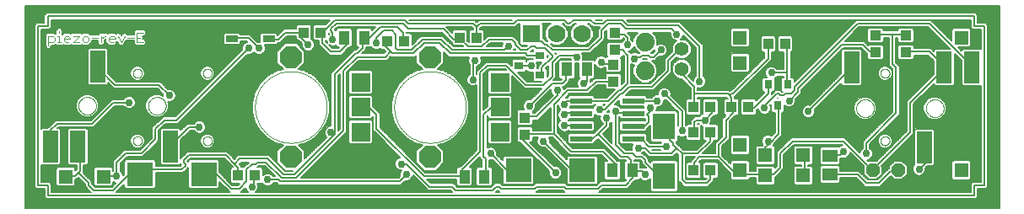
<source format=gtl>
G75*
%MOIN*%
%OFA0B0*%
%FSLAX25Y25*%
%IPPOS*%
%LPD*%
%AMOC8*
5,1,8,0,0,1.08239X$1,22.5*
%
%ADD10C,0.00600*%
%ADD11C,0.00300*%
%ADD12C,0.07400*%
%ADD13R,0.08661X0.10236*%
%ADD14R,0.04331X0.05512*%
%ADD15R,0.10236X0.09449*%
%ADD16R,0.05512X0.05512*%
%ADD17R,0.04724X0.02756*%
%ADD18R,0.08661X0.02362*%
%ADD19C,0.07000*%
%ADD20R,0.07000X0.07000*%
%ADD21OC8,0.05200*%
%ADD22C,0.05600*%
%ADD23C,0.00000*%
%ADD24R,0.03543X0.03150*%
%ADD25R,0.03150X0.03543*%
%ADD26R,0.03937X0.04331*%
%ADD27R,0.05906X0.05118*%
%ADD28R,0.04331X0.03937*%
%ADD29R,0.06000X0.12500*%
%ADD30R,0.05543X0.05543*%
%ADD31R,0.07400X0.07400*%
%ADD32OC8,0.08858*%
%ADD33C,0.02978*%
D10*
X0003008Y0001300D02*
X0388008Y0001300D01*
X0388008Y0081300D01*
X0003008Y0081300D01*
X0003008Y0001300D01*
X0003008Y0001512D02*
X0388008Y0001512D01*
X0388008Y0002110D02*
X0003008Y0002110D01*
X0003008Y0002709D02*
X0388008Y0002709D01*
X0388008Y0003307D02*
X0003008Y0003307D01*
X0003008Y0003906D02*
X0388008Y0003906D01*
X0388008Y0004504D02*
X0003008Y0004504D01*
X0003008Y0005103D02*
X0011225Y0005103D01*
X0011428Y0004900D02*
X0010608Y0005720D01*
X0010608Y0008837D01*
X0007428Y0008837D01*
X0006608Y0009657D01*
X0006608Y0073809D01*
X0007428Y0074629D01*
X0010545Y0074629D01*
X0010545Y0076586D01*
X0010545Y0077746D01*
X0011365Y0078566D01*
X0378667Y0078566D01*
X0379487Y0077746D01*
X0379487Y0074629D01*
X0382588Y0074629D01*
X0383408Y0073809D01*
X0383408Y0009720D01*
X0382588Y0008900D01*
X0379408Y0008900D01*
X0379408Y0005720D01*
X0378588Y0004900D01*
X0011428Y0004900D01*
X0010626Y0005701D02*
X0003008Y0005701D01*
X0003008Y0006300D02*
X0010608Y0006300D01*
X0010608Y0006899D02*
X0003008Y0006899D01*
X0003008Y0007497D02*
X0010608Y0007497D01*
X0010608Y0008096D02*
X0003008Y0008096D01*
X0003008Y0008694D02*
X0010608Y0008694D01*
X0013408Y0008694D02*
X0027931Y0008694D01*
X0027333Y0009293D02*
X0013408Y0009293D01*
X0013408Y0009891D02*
X0026738Y0009891D01*
X0026738Y0009888D02*
X0028819Y0007806D01*
X0028925Y0007700D01*
X0013408Y0007700D01*
X0013408Y0010817D01*
X0012588Y0011637D01*
X0009408Y0011637D01*
X0009408Y0018287D01*
X0009482Y0018213D01*
X0016383Y0018213D01*
X0017020Y0018850D01*
X0017020Y0032250D01*
X0016383Y0032887D01*
X0015746Y0032887D01*
X0016213Y0033354D01*
X0030087Y0033354D01*
X0030900Y0034167D01*
X0038412Y0041679D01*
X0041866Y0041679D01*
X0041896Y0041607D01*
X0042621Y0040882D01*
X0043568Y0040490D01*
X0044593Y0040490D01*
X0045540Y0040882D01*
X0046264Y0041607D01*
X0046657Y0042554D01*
X0046657Y0043579D01*
X0046264Y0044526D01*
X0045540Y0045250D01*
X0044593Y0045643D01*
X0043568Y0045643D01*
X0042621Y0045250D01*
X0041896Y0044526D01*
X0041866Y0044454D01*
X0037262Y0044454D01*
X0028938Y0036129D01*
X0015064Y0036129D01*
X0012289Y0033354D01*
X0011822Y0032887D01*
X0009482Y0032887D01*
X0009408Y0032813D01*
X0009408Y0071829D01*
X0012525Y0071829D01*
X0013345Y0072649D01*
X0013345Y0075766D01*
X0123377Y0075766D01*
X0121664Y0074053D01*
X0117435Y0074053D01*
X0116798Y0073416D01*
X0116798Y0068184D01*
X0117435Y0067547D01*
X0119000Y0067547D01*
X0119000Y0066077D01*
X0122469Y0062609D01*
X0123281Y0061796D01*
X0127899Y0061796D01*
X0130674Y0064571D01*
X0131060Y0064957D01*
X0131687Y0064957D01*
X0132324Y0065594D01*
X0132324Y0072006D01*
X0131687Y0072643D01*
X0126455Y0072643D01*
X0125818Y0072006D01*
X0125818Y0071508D01*
X0125471Y0071855D01*
X0126512Y0072895D01*
X0141317Y0072895D01*
X0140198Y0071775D01*
X0140198Y0072006D01*
X0139561Y0072643D01*
X0134329Y0072643D01*
X0133692Y0072006D01*
X0133692Y0065594D01*
X0134329Y0064957D01*
X0134766Y0064957D01*
X0133687Y0063877D01*
X0132993Y0063877D01*
X0124669Y0055553D01*
X0123856Y0054740D01*
X0123856Y0033850D01*
X0123343Y0033850D01*
X0122396Y0033457D01*
X0121672Y0032733D01*
X0121280Y0031786D01*
X0121280Y0030761D01*
X0121672Y0029814D01*
X0122094Y0029392D01*
X0113524Y0020823D01*
X0113524Y0023900D01*
X0111106Y0026318D01*
X0113903Y0027068D01*
X0117386Y0029078D01*
X0120229Y0031922D01*
X0122240Y0035405D01*
X0123281Y0039289D01*
X0123281Y0043311D01*
X0122240Y0047195D01*
X0120229Y0050678D01*
X0117386Y0053522D01*
X0113903Y0055532D01*
X0111106Y0056282D01*
X0113524Y0058700D01*
X0113524Y0063270D01*
X0110293Y0066502D01*
X0105723Y0066502D01*
X0102491Y0063270D01*
X0102491Y0058700D01*
X0104910Y0056282D01*
X0102113Y0055532D01*
X0098630Y0053522D01*
X0095786Y0050678D01*
X0093775Y0047195D01*
X0092735Y0043311D01*
X0092735Y0039289D01*
X0093775Y0035405D01*
X0095786Y0031922D01*
X0098630Y0029078D01*
X0102113Y0027068D01*
X0104910Y0026318D01*
X0102491Y0023900D01*
X0102491Y0019330D01*
X0105723Y0016098D01*
X0108800Y0016098D01*
X0108713Y0016012D01*
X0105701Y0016012D01*
X0100270Y0021442D01*
X0099457Y0022255D01*
X0087209Y0022255D01*
X0085702Y0020749D01*
X0083621Y0022830D01*
X0082809Y0023643D01*
X0067091Y0023643D01*
X0065010Y0021561D01*
X0064509Y0021060D01*
X0064509Y0028235D01*
X0068241Y0031967D01*
X0069614Y0031967D01*
X0069644Y0031895D01*
X0070369Y0031170D01*
X0071316Y0030778D01*
X0072341Y0030778D01*
X0073288Y0031170D01*
X0074012Y0031895D01*
X0074405Y0032842D01*
X0074405Y0033867D01*
X0074012Y0034814D01*
X0073288Y0035538D01*
X0072341Y0035931D01*
X0071316Y0035931D01*
X0070369Y0035538D01*
X0069644Y0034814D01*
X0069614Y0034742D01*
X0067091Y0034742D01*
X0064509Y0032159D01*
X0064509Y0032250D01*
X0063872Y0032887D01*
X0056971Y0032887D01*
X0056334Y0032250D01*
X0056334Y0018850D01*
X0056971Y0018213D01*
X0063872Y0018213D01*
X0064381Y0018722D01*
X0064664Y0018440D01*
X0064317Y0018093D01*
X0054615Y0018093D01*
X0054615Y0019975D01*
X0053978Y0020612D01*
X0042841Y0020612D01*
X0042204Y0019975D01*
X0042204Y0014710D01*
X0041801Y0014307D01*
X0041801Y0014443D01*
X0041409Y0015390D01*
X0040684Y0016115D01*
X0040612Y0016145D01*
X0040612Y0018906D01*
X0043268Y0021561D01*
X0049511Y0021561D01*
X0055061Y0027111D01*
X0055873Y0027924D01*
X0055873Y0032086D01*
X0058529Y0034742D01*
X0063385Y0034742D01*
X0090667Y0062024D01*
X0090739Y0061994D01*
X0091764Y0061994D01*
X0092711Y0062387D01*
X0093333Y0063008D01*
X0093955Y0062387D01*
X0094902Y0061994D01*
X0095927Y0061994D01*
X0096874Y0062387D01*
X0097598Y0063111D01*
X0097991Y0064058D01*
X0097991Y0065083D01*
X0097679Y0065835D01*
X0102104Y0065835D01*
X0102741Y0066472D01*
X0102741Y0066652D01*
X0103620Y0066652D01*
X0106394Y0069427D01*
X0110106Y0069427D01*
X0110106Y0068184D01*
X0110742Y0067547D01*
X0111287Y0067547D01*
X0111488Y0067346D01*
X0112291Y0066543D01*
X0112261Y0066471D01*
X0112261Y0065446D01*
X0112654Y0064499D01*
X0113378Y0063774D01*
X0114325Y0063382D01*
X0115350Y0063382D01*
X0116297Y0063774D01*
X0117022Y0064499D01*
X0117414Y0065446D01*
X0117414Y0066471D01*
X0117022Y0067418D01*
X0116297Y0068142D01*
X0116211Y0068178D01*
X0116217Y0068184D01*
X0116217Y0073416D01*
X0115580Y0074053D01*
X0110742Y0074053D01*
X0110106Y0073416D01*
X0110106Y0072202D01*
X0105245Y0072202D01*
X0102741Y0069697D01*
X0102741Y0070128D01*
X0102104Y0070765D01*
X0096479Y0070765D01*
X0095842Y0070128D01*
X0095842Y0067147D01*
X0094902Y0067147D01*
X0094830Y0067117D01*
X0091827Y0070120D01*
X0088174Y0070120D01*
X0088174Y0070128D01*
X0087537Y0070765D01*
X0081912Y0070765D01*
X0081275Y0070128D01*
X0081275Y0066472D01*
X0081912Y0065835D01*
X0087537Y0065835D01*
X0088174Y0066472D01*
X0088174Y0067346D01*
X0090677Y0067346D01*
X0090876Y0067147D01*
X0090739Y0067147D01*
X0089793Y0066755D01*
X0089068Y0066030D01*
X0088676Y0065083D01*
X0088676Y0064058D01*
X0088705Y0063986D01*
X0062236Y0037517D01*
X0057380Y0037517D01*
X0056567Y0036704D01*
X0053098Y0033235D01*
X0053098Y0029073D01*
X0048362Y0024336D01*
X0042118Y0024336D01*
X0041306Y0023523D01*
X0037837Y0020055D01*
X0037837Y0016145D01*
X0037831Y0016142D01*
X0037831Y0017006D01*
X0037195Y0017643D01*
X0030782Y0017643D01*
X0030145Y0017006D01*
X0030145Y0010594D01*
X0030782Y0009957D01*
X0037195Y0009957D01*
X0037831Y0010594D01*
X0037831Y0011719D01*
X0038712Y0011354D01*
X0038848Y0011354D01*
X0037262Y0009768D01*
X0030781Y0009768D01*
X0029513Y0011037D01*
X0029513Y0011731D01*
X0028700Y0012543D01*
X0025925Y0015318D01*
X0026044Y0015437D01*
X0026044Y0018213D01*
X0027305Y0018213D01*
X0027942Y0018850D01*
X0027942Y0032250D01*
X0027305Y0032887D01*
X0020404Y0032887D01*
X0019767Y0032250D01*
X0019767Y0018850D01*
X0020404Y0018213D01*
X0023269Y0018213D01*
X0023269Y0016586D01*
X0022871Y0016188D01*
X0022871Y0017006D01*
X0022234Y0017643D01*
X0015821Y0017643D01*
X0015184Y0017006D01*
X0015184Y0010594D01*
X0015821Y0009957D01*
X0022234Y0009957D01*
X0022871Y0010594D01*
X0022871Y0012543D01*
X0023150Y0012543D01*
X0023963Y0013356D01*
X0026738Y0010581D01*
X0026738Y0009888D01*
X0026738Y0010490D02*
X0022767Y0010490D01*
X0022871Y0011088D02*
X0026231Y0011088D01*
X0025632Y0011687D02*
X0022871Y0011687D01*
X0022871Y0012285D02*
X0025034Y0012285D01*
X0024435Y0012884D02*
X0023491Y0012884D01*
X0022576Y0013931D02*
X0023963Y0015318D01*
X0028125Y0011156D01*
X0028125Y0010462D01*
X0030206Y0008381D01*
X0037837Y0008381D01*
X0044080Y0014624D01*
X0048243Y0014624D01*
X0048409Y0014800D01*
X0048936Y0015318D01*
X0050324Y0016706D01*
X0064891Y0016706D01*
X0066279Y0018093D01*
X0066279Y0018787D01*
X0065585Y0019480D01*
X0065585Y0020174D01*
X0067666Y0022255D01*
X0082234Y0022255D01*
X0085702Y0018787D01*
X0087783Y0020868D01*
X0098883Y0020868D01*
X0105126Y0014624D01*
X0109288Y0014624D01*
X0125243Y0030580D01*
X0125243Y0031273D01*
X0123856Y0031273D01*
X0125243Y0031273D02*
X0125243Y0054165D01*
X0133568Y0062490D01*
X0134261Y0062490D01*
X0136343Y0064571D01*
X0136343Y0068733D01*
X0136945Y0068800D01*
X0137036Y0068733D01*
X0139117Y0068733D01*
X0143280Y0072895D01*
X0150217Y0072895D01*
X0152298Y0070814D01*
X0152298Y0067346D01*
X0152854Y0067300D01*
X0155910Y0067348D02*
X0157275Y0067348D01*
X0156677Y0066750D02*
X0155910Y0066750D01*
X0155910Y0066151D02*
X0156078Y0066151D01*
X0155910Y0065983D02*
X0155910Y0069916D01*
X0155273Y0070553D01*
X0153685Y0070553D01*
X0153685Y0070933D01*
X0153804Y0070814D01*
X0167678Y0070814D01*
X0171028Y0067465D01*
X0171606Y0066887D01*
X0171606Y0066184D01*
X0172242Y0065547D01*
X0175720Y0065547D01*
X0176002Y0065265D01*
X0172296Y0065265D01*
X0168134Y0069427D01*
X0159354Y0069427D01*
X0158541Y0068614D01*
X0155910Y0065983D01*
X0150217Y0063877D02*
X0149523Y0064571D01*
X0149523Y0070120D01*
X0148135Y0071508D01*
X0144667Y0071508D01*
X0141892Y0068733D01*
X0141892Y0066652D01*
X0145361Y0065958D02*
X0146054Y0066652D01*
X0146161Y0067300D01*
X0145361Y0065958D02*
X0145361Y0065265D01*
X0147442Y0063183D01*
X0145361Y0061102D01*
X0134261Y0061102D01*
X0128712Y0055553D01*
X0128712Y0031967D01*
X0109982Y0013237D01*
X0104432Y0013237D01*
X0098189Y0019480D01*
X0094720Y0019480D01*
X0094027Y0018787D01*
X0092639Y0018787D01*
X0090558Y0016706D01*
X0090558Y0011850D01*
X0087783Y0009075D01*
X0084315Y0009075D01*
X0078765Y0014624D01*
X0073909Y0014624D01*
X0073606Y0014800D01*
X0067401Y0014679D02*
X0054615Y0014679D01*
X0054615Y0014081D02*
X0067401Y0014081D01*
X0067401Y0013482D02*
X0054615Y0013482D01*
X0054615Y0012884D02*
X0067401Y0012884D01*
X0067401Y0012285D02*
X0054615Y0012285D01*
X0054615Y0011687D02*
X0067401Y0011687D01*
X0067401Y0011088D02*
X0054615Y0011088D01*
X0054615Y0010490D02*
X0067401Y0010490D01*
X0067401Y0009891D02*
X0054615Y0009891D01*
X0054615Y0009625D02*
X0054615Y0015318D01*
X0065466Y0015318D01*
X0066279Y0016131D01*
X0067401Y0017253D01*
X0067401Y0009625D01*
X0068038Y0008988D01*
X0079175Y0008988D01*
X0079812Y0009625D01*
X0079812Y0011616D01*
X0082928Y0008500D01*
X0083728Y0007700D01*
X0039118Y0007700D01*
X0042204Y0010786D01*
X0042204Y0009625D01*
X0042841Y0008988D01*
X0053978Y0008988D01*
X0054615Y0009625D01*
X0054282Y0009293D02*
X0067733Y0009293D01*
X0079479Y0009293D02*
X0082135Y0009293D01*
X0081537Y0009891D02*
X0079812Y0009891D01*
X0079812Y0010490D02*
X0080938Y0010490D01*
X0080340Y0011088D02*
X0079812Y0011088D01*
X0083067Y0012285D02*
X0084106Y0012285D01*
X0084106Y0011687D02*
X0083665Y0011687D01*
X0084106Y0011684D02*
X0084742Y0011047D01*
X0087794Y0011047D01*
X0087209Y0010462D01*
X0084890Y0010462D01*
X0079812Y0015540D01*
X0079812Y0019975D01*
X0079175Y0020612D01*
X0068038Y0020612D01*
X0067401Y0019975D01*
X0067401Y0019627D01*
X0067200Y0019827D01*
X0068241Y0020868D01*
X0081659Y0020868D01*
X0084315Y0018212D01*
X0084315Y0018212D01*
X0084974Y0017553D01*
X0084742Y0017553D01*
X0084106Y0016916D01*
X0084106Y0011684D01*
X0084264Y0011088D02*
X0084702Y0011088D01*
X0084862Y0010490D02*
X0087236Y0010490D01*
X0089963Y0009293D02*
X0090063Y0009293D01*
X0090063Y0009256D02*
X0090063Y0009392D01*
X0088371Y0007700D01*
X0091064Y0007700D01*
X0090455Y0008309D01*
X0090063Y0009256D01*
X0090296Y0008694D02*
X0089365Y0008694D01*
X0088766Y0008096D02*
X0090669Y0008096D01*
X0094214Y0007700D02*
X0094824Y0008309D01*
X0095216Y0009256D01*
X0095216Y0010281D01*
X0094898Y0011047D01*
X0096273Y0011047D01*
X0096585Y0011359D01*
X0096699Y0011084D01*
X0097423Y0010359D01*
X0098370Y0009967D01*
X0099395Y0009967D01*
X0100342Y0010359D01*
X0101067Y0011084D01*
X0101097Y0011156D01*
X0102470Y0011156D01*
X0103164Y0010462D01*
X0151485Y0010462D01*
X0153101Y0012078D01*
X0153173Y0012048D01*
X0154198Y0012048D01*
X0155144Y0012440D01*
X0155869Y0013165D01*
X0156261Y0014112D01*
X0156261Y0014248D01*
X0161316Y0009194D01*
X0162128Y0008381D01*
X0171147Y0008381D01*
X0171721Y0007806D01*
X0171828Y0007700D01*
X0094214Y0007700D01*
X0094610Y0008096D02*
X0171432Y0008096D01*
X0171721Y0009769D02*
X0173109Y0008381D01*
X0187676Y0008381D01*
X0189064Y0009769D01*
X0190451Y0009769D01*
X0191145Y0009075D01*
X0204325Y0009075D01*
X0205019Y0009769D01*
X0216118Y0009769D01*
X0216812Y0009075D01*
X0229298Y0009075D01*
X0230686Y0010462D01*
X0240398Y0010462D01*
X0243172Y0013237D01*
X0243172Y0016012D01*
X0242945Y0016300D01*
X0242479Y0016706D01*
X0242479Y0020174D01*
X0241091Y0021561D01*
X0238317Y0021561D01*
X0229298Y0030580D01*
X0232767Y0034048D01*
X0232767Y0036823D01*
X0230191Y0036824D02*
X0227845Y0036824D01*
X0227553Y0036531D02*
X0228190Y0037168D01*
X0228190Y0038450D01*
X0228533Y0038107D01*
X0229480Y0037715D01*
X0230348Y0037715D01*
X0230191Y0037335D01*
X0230191Y0036310D01*
X0230583Y0035363D01*
X0231308Y0034639D01*
X0231370Y0034613D01*
X0228724Y0031967D01*
X0228724Y0031967D01*
X0227911Y0031154D01*
X0227689Y0030932D01*
X0227553Y0031068D01*
X0217991Y0031068D01*
X0217354Y0030432D01*
X0217354Y0027168D01*
X0217991Y0026531D01*
X0227553Y0026531D01*
X0228190Y0027168D01*
X0228190Y0027509D01*
X0228605Y0027924D01*
X0229298Y0028617D01*
X0237742Y0020174D01*
X0240517Y0020174D01*
X0240547Y0020143D01*
X0240329Y0020143D01*
X0239692Y0019506D01*
X0239692Y0013094D01*
X0240329Y0012457D01*
X0240430Y0012457D01*
X0239823Y0011850D01*
X0230111Y0011850D01*
X0229298Y0011037D01*
X0228724Y0010462D01*
X0217386Y0010462D01*
X0216693Y0011156D01*
X0204444Y0011156D01*
X0203751Y0010462D01*
X0191720Y0010462D01*
X0191026Y0011156D01*
X0188489Y0011156D01*
X0187676Y0010343D01*
X0187102Y0009768D01*
X0173683Y0009768D01*
X0172296Y0011156D01*
X0163278Y0011156D01*
X0161890Y0012543D01*
X0173318Y0012543D01*
X0173318Y0010594D01*
X0173955Y0009957D01*
X0179187Y0009957D01*
X0179824Y0010594D01*
X0179824Y0017006D01*
X0179187Y0017643D01*
X0178783Y0017643D01*
X0182820Y0021680D01*
X0182820Y0020987D01*
X0183514Y0020293D01*
X0183514Y0017643D01*
X0181829Y0017643D01*
X0181192Y0017006D01*
X0181192Y0010594D01*
X0181829Y0009957D01*
X0187061Y0009957D01*
X0187698Y0010594D01*
X0187698Y0017006D01*
X0187061Y0017643D01*
X0186289Y0017643D01*
X0186289Y0020448D01*
X0186470Y0020372D01*
X0187495Y0020372D01*
X0187567Y0020402D01*
X0191704Y0016265D01*
X0191704Y0011125D01*
X0192341Y0010488D01*
X0203478Y0010488D01*
X0204115Y0011125D01*
X0204115Y0021475D01*
X0203478Y0022112D01*
X0192341Y0022112D01*
X0191704Y0021475D01*
X0191704Y0020190D01*
X0189529Y0022364D01*
X0189559Y0022436D01*
X0189559Y0023461D01*
X0189167Y0024408D01*
X0188442Y0025133D01*
X0187495Y0025525D01*
X0186470Y0025525D01*
X0185595Y0025163D01*
X0185595Y0037636D01*
X0185780Y0037820D01*
X0185780Y0037150D01*
X0186417Y0036513D01*
X0194717Y0036513D01*
X0195354Y0037150D01*
X0195354Y0045450D01*
X0194717Y0046087D01*
X0186417Y0046087D01*
X0185780Y0045450D01*
X0185780Y0041744D01*
X0185595Y0041560D01*
X0184208Y0040172D01*
X0184208Y0054284D01*
X0186170Y0056246D01*
X0192651Y0056246D01*
X0192968Y0055930D01*
X0186417Y0055930D01*
X0185780Y0055293D01*
X0185780Y0046992D01*
X0186417Y0046355D01*
X0194717Y0046355D01*
X0195354Y0046992D01*
X0195354Y0053543D01*
X0200282Y0048616D01*
X0207219Y0048616D01*
X0202829Y0044225D01*
X0202757Y0044255D01*
X0201732Y0044255D01*
X0200785Y0043863D01*
X0200060Y0043138D01*
X0199668Y0042191D01*
X0199668Y0041166D01*
X0200060Y0040219D01*
X0200077Y0040202D01*
X0197892Y0040202D01*
X0197255Y0039565D01*
X0197255Y0034728D01*
X0197892Y0034091D01*
X0203124Y0034091D01*
X0203761Y0034728D01*
X0203761Y0036129D01*
X0205594Y0036129D01*
X0210569Y0041104D01*
X0210569Y0031967D01*
X0203761Y0031967D01*
X0203761Y0032872D01*
X0203124Y0033509D01*
X0197892Y0033509D01*
X0197255Y0032872D01*
X0197255Y0028035D01*
X0197892Y0027398D01*
X0198608Y0027398D01*
X0198895Y0027111D01*
X0210103Y0015903D01*
X0210073Y0015831D01*
X0210073Y0014806D01*
X0210465Y0013859D01*
X0211190Y0013134D01*
X0212137Y0012742D01*
X0213162Y0012742D01*
X0214109Y0013134D01*
X0214834Y0013859D01*
X0215226Y0014806D01*
X0215226Y0015831D01*
X0214834Y0016778D01*
X0214109Y0017502D01*
X0213162Y0017894D01*
X0212137Y0017894D01*
X0212065Y0017865D01*
X0202532Y0027398D01*
X0203124Y0027398D01*
X0203761Y0028035D01*
X0203761Y0029192D01*
X0205580Y0029192D01*
X0205217Y0028317D01*
X0205217Y0027292D01*
X0205610Y0026345D01*
X0206334Y0025621D01*
X0207281Y0025228D01*
X0208306Y0025228D01*
X0208378Y0025258D01*
X0216901Y0016736D01*
X0216901Y0011125D01*
X0217538Y0010488D01*
X0228675Y0010488D01*
X0229312Y0011125D01*
X0229312Y0021475D01*
X0228675Y0022112D01*
X0217538Y0022112D01*
X0216901Y0021475D01*
X0216901Y0020660D01*
X0210340Y0027220D01*
X0210370Y0027292D01*
X0210370Y0028317D01*
X0210008Y0029192D01*
X0211381Y0029192D01*
X0217506Y0023068D01*
X0218318Y0022255D01*
X0230805Y0022255D01*
X0232917Y0020143D01*
X0232455Y0020143D01*
X0231818Y0019506D01*
X0231818Y0013094D01*
X0232455Y0012457D01*
X0237687Y0012457D01*
X0238324Y0013094D01*
X0238324Y0019506D01*
X0237687Y0020143D01*
X0236841Y0020143D01*
X0236810Y0020174D01*
X0231954Y0025030D01*
X0219468Y0025030D01*
X0213343Y0031154D01*
X0213343Y0041798D01*
X0213542Y0041996D01*
X0213542Y0041860D01*
X0213934Y0040913D01*
X0214556Y0040291D01*
X0213934Y0039670D01*
X0213542Y0038723D01*
X0213542Y0037698D01*
X0213934Y0036751D01*
X0214556Y0036129D01*
X0213934Y0035507D01*
X0213542Y0034561D01*
X0213542Y0033536D01*
X0213934Y0032589D01*
X0214659Y0031864D01*
X0215606Y0031472D01*
X0216631Y0031472D01*
X0217578Y0031864D01*
X0217618Y0031904D01*
X0217991Y0031531D01*
X0227553Y0031531D01*
X0228190Y0032168D01*
X0228190Y0035432D01*
X0227553Y0036068D01*
X0217991Y0036068D01*
X0217866Y0035944D01*
X0217681Y0036129D01*
X0218083Y0036531D01*
X0227553Y0036531D01*
X0227994Y0035627D02*
X0230474Y0035627D01*
X0230226Y0036226D02*
X0217777Y0036226D01*
X0214459Y0036226D02*
X0213343Y0036226D01*
X0213343Y0036824D02*
X0213904Y0036824D01*
X0213656Y0037423D02*
X0213343Y0037423D01*
X0213343Y0038021D02*
X0213542Y0038021D01*
X0213542Y0038620D02*
X0213343Y0038620D01*
X0213343Y0039218D02*
X0213747Y0039218D01*
X0214081Y0039817D02*
X0213343Y0039817D01*
X0213343Y0040415D02*
X0214432Y0040415D01*
X0213892Y0041014D02*
X0213343Y0041014D01*
X0213343Y0041612D02*
X0213644Y0041612D01*
X0211956Y0042372D02*
X0211956Y0030580D01*
X0218893Y0023643D01*
X0231380Y0023643D01*
X0236235Y0018787D01*
X0236235Y0017399D01*
X0235542Y0016706D01*
X0235071Y0016300D01*
X0238324Y0016475D02*
X0239692Y0016475D01*
X0239692Y0017073D02*
X0238324Y0017073D01*
X0238324Y0017672D02*
X0239692Y0017672D01*
X0239692Y0018270D02*
X0238324Y0018270D01*
X0238324Y0018869D02*
X0239692Y0018869D01*
X0239692Y0019467D02*
X0238324Y0019467D01*
X0237764Y0020066D02*
X0240252Y0020066D01*
X0237252Y0020664D02*
X0236320Y0020664D01*
X0236653Y0021263D02*
X0235721Y0021263D01*
X0236055Y0021861D02*
X0235123Y0021861D01*
X0235456Y0022460D02*
X0234524Y0022460D01*
X0234858Y0023058D02*
X0233926Y0023058D01*
X0234259Y0023657D02*
X0233327Y0023657D01*
X0233661Y0024255D02*
X0232729Y0024255D01*
X0233062Y0024854D02*
X0232130Y0024854D01*
X0232463Y0025452D02*
X0219045Y0025452D01*
X0218447Y0026051D02*
X0231865Y0026051D01*
X0231266Y0026649D02*
X0227671Y0026649D01*
X0228190Y0027248D02*
X0230668Y0027248D01*
X0230069Y0027846D02*
X0228527Y0027846D01*
X0229126Y0028445D02*
X0229471Y0028445D01*
X0229298Y0030580D02*
X0227217Y0028498D01*
X0223055Y0028498D01*
X0222772Y0028800D01*
X0217873Y0026649D02*
X0217848Y0026649D01*
X0217354Y0027248D02*
X0217250Y0027248D01*
X0217354Y0027846D02*
X0216651Y0027846D01*
X0216053Y0028445D02*
X0217354Y0028445D01*
X0217354Y0029043D02*
X0215454Y0029043D01*
X0214856Y0029642D02*
X0217354Y0029642D01*
X0217354Y0030240D02*
X0214257Y0030240D01*
X0213659Y0030839D02*
X0217761Y0030839D01*
X0214487Y0032036D02*
X0213343Y0032036D01*
X0213343Y0032634D02*
X0213915Y0032634D01*
X0213667Y0033233D02*
X0213343Y0033233D01*
X0213343Y0033832D02*
X0213542Y0033832D01*
X0213542Y0034430D02*
X0213343Y0034430D01*
X0213343Y0035029D02*
X0213736Y0035029D01*
X0214054Y0035627D02*
X0213343Y0035627D01*
X0210569Y0035627D02*
X0203761Y0035627D01*
X0203761Y0035029D02*
X0210569Y0035029D01*
X0210569Y0034430D02*
X0203463Y0034430D01*
X0203400Y0033233D02*
X0210569Y0033233D01*
X0210569Y0032634D02*
X0203761Y0032634D01*
X0203761Y0032036D02*
X0210569Y0032036D01*
X0211956Y0030580D02*
X0200857Y0030580D01*
X0200508Y0030454D01*
X0200163Y0029886D01*
X0199469Y0029192D01*
X0199469Y0028498D01*
X0212650Y0015318D01*
X0215226Y0015278D02*
X0216901Y0015278D01*
X0216901Y0015876D02*
X0215207Y0015876D01*
X0214959Y0016475D02*
X0216901Y0016475D01*
X0216563Y0017073D02*
X0214538Y0017073D01*
X0213700Y0017672D02*
X0215965Y0017672D01*
X0215366Y0018270D02*
X0211660Y0018270D01*
X0211061Y0018869D02*
X0214768Y0018869D01*
X0214169Y0019467D02*
X0210463Y0019467D01*
X0209864Y0020066D02*
X0213571Y0020066D01*
X0212972Y0020664D02*
X0209266Y0020664D01*
X0208667Y0021263D02*
X0212374Y0021263D01*
X0211775Y0021861D02*
X0208068Y0021861D01*
X0207470Y0022460D02*
X0211177Y0022460D01*
X0210578Y0023058D02*
X0206871Y0023058D01*
X0206273Y0023657D02*
X0209980Y0023657D01*
X0209381Y0024255D02*
X0205674Y0024255D01*
X0205076Y0024854D02*
X0208782Y0024854D01*
X0206740Y0025452D02*
X0204477Y0025452D01*
X0203879Y0026051D02*
X0205904Y0026051D01*
X0205484Y0026649D02*
X0203280Y0026649D01*
X0202682Y0027248D02*
X0205236Y0027248D01*
X0205217Y0027846D02*
X0203572Y0027846D01*
X0203761Y0028445D02*
X0205270Y0028445D01*
X0205518Y0029043D02*
X0203761Y0029043D01*
X0210069Y0029043D02*
X0211530Y0029043D01*
X0212128Y0028445D02*
X0210317Y0028445D01*
X0210370Y0027846D02*
X0212727Y0027846D01*
X0213325Y0027248D02*
X0210352Y0027248D01*
X0210911Y0026649D02*
X0213924Y0026649D01*
X0214522Y0026051D02*
X0211510Y0026051D01*
X0212108Y0025452D02*
X0215121Y0025452D01*
X0215719Y0024854D02*
X0212707Y0024854D01*
X0213305Y0024255D02*
X0216318Y0024255D01*
X0216917Y0023657D02*
X0213904Y0023657D01*
X0214502Y0023058D02*
X0217515Y0023058D01*
X0218114Y0022460D02*
X0215101Y0022460D01*
X0215699Y0021861D02*
X0217287Y0021861D01*
X0216901Y0021263D02*
X0216298Y0021263D01*
X0216896Y0020664D02*
X0216901Y0020664D01*
X0207735Y0018270D02*
X0204115Y0018270D01*
X0204115Y0017672D02*
X0208334Y0017672D01*
X0208932Y0017073D02*
X0204115Y0017073D01*
X0204115Y0016475D02*
X0209531Y0016475D01*
X0210092Y0015876D02*
X0204115Y0015876D01*
X0204115Y0015278D02*
X0210073Y0015278D01*
X0210126Y0014679D02*
X0204115Y0014679D01*
X0204115Y0014081D02*
X0210374Y0014081D01*
X0210842Y0013482D02*
X0204115Y0013482D01*
X0204115Y0012884D02*
X0211795Y0012884D01*
X0213505Y0012884D02*
X0216901Y0012884D01*
X0216901Y0013482D02*
X0214457Y0013482D01*
X0214926Y0014081D02*
X0216901Y0014081D01*
X0216901Y0014679D02*
X0215174Y0014679D01*
X0223106Y0016300D02*
X0223055Y0016706D01*
X0218893Y0016706D01*
X0207794Y0027805D01*
X0199955Y0026051D02*
X0185595Y0026051D01*
X0185595Y0026649D02*
X0199356Y0026649D01*
X0198758Y0027248D02*
X0195295Y0027248D01*
X0195354Y0027307D02*
X0194717Y0026670D01*
X0186417Y0026670D01*
X0185780Y0027307D01*
X0185780Y0035608D01*
X0186417Y0036245D01*
X0194717Y0036245D01*
X0195354Y0035608D01*
X0195354Y0027307D01*
X0195354Y0027846D02*
X0197443Y0027846D01*
X0197255Y0028445D02*
X0195354Y0028445D01*
X0195354Y0029043D02*
X0197255Y0029043D01*
X0197255Y0029642D02*
X0195354Y0029642D01*
X0195354Y0030240D02*
X0197255Y0030240D01*
X0197255Y0030839D02*
X0195354Y0030839D01*
X0195354Y0031437D02*
X0197255Y0031437D01*
X0197255Y0032036D02*
X0195354Y0032036D01*
X0195354Y0032634D02*
X0197255Y0032634D01*
X0197616Y0033233D02*
X0195354Y0033233D01*
X0195354Y0033832D02*
X0210569Y0033832D01*
X0213343Y0031437D02*
X0228194Y0031437D01*
X0227911Y0031154D02*
X0227911Y0031154D01*
X0228057Y0032036D02*
X0228793Y0032036D01*
X0229391Y0032634D02*
X0228190Y0032634D01*
X0228190Y0033233D02*
X0229990Y0033233D01*
X0230588Y0033832D02*
X0228190Y0033832D01*
X0228190Y0034430D02*
X0231187Y0034430D01*
X0230918Y0035029D02*
X0228190Y0035029D01*
X0222772Y0033800D02*
X0222361Y0034048D01*
X0216118Y0034048D01*
X0210569Y0036226D02*
X0205690Y0036226D01*
X0206289Y0036824D02*
X0210569Y0036824D01*
X0210569Y0037423D02*
X0206887Y0037423D01*
X0207486Y0038021D02*
X0210569Y0038021D01*
X0210569Y0038620D02*
X0208084Y0038620D01*
X0208683Y0039218D02*
X0210569Y0039218D01*
X0210569Y0039817D02*
X0209281Y0039817D01*
X0209880Y0040415D02*
X0210569Y0040415D01*
X0210569Y0041014D02*
X0210478Y0041014D01*
X0207152Y0041612D02*
X0204820Y0041612D01*
X0204820Y0041166D02*
X0204820Y0042191D01*
X0204791Y0042263D01*
X0210767Y0048240D01*
X0210767Y0047410D01*
X0211159Y0046463D01*
X0211581Y0046041D01*
X0204444Y0038904D01*
X0203761Y0038904D01*
X0203761Y0039552D01*
X0204428Y0040219D01*
X0204820Y0041166D01*
X0204757Y0041014D02*
X0206554Y0041014D01*
X0205955Y0040415D02*
X0204509Y0040415D01*
X0204026Y0039817D02*
X0205357Y0039817D01*
X0204758Y0039218D02*
X0203761Y0039218D01*
X0199979Y0040415D02*
X0195354Y0040415D01*
X0195354Y0039817D02*
X0197506Y0039817D01*
X0197255Y0039218D02*
X0195354Y0039218D01*
X0195354Y0038620D02*
X0197255Y0038620D01*
X0197255Y0038021D02*
X0195354Y0038021D01*
X0195354Y0037423D02*
X0197255Y0037423D01*
X0197255Y0036824D02*
X0195029Y0036824D01*
X0194737Y0036226D02*
X0197255Y0036226D01*
X0197255Y0035627D02*
X0195335Y0035627D01*
X0195354Y0035029D02*
X0197255Y0035029D01*
X0197553Y0034430D02*
X0195354Y0034430D01*
X0200508Y0037146D02*
X0200857Y0037517D01*
X0205019Y0037517D01*
X0213343Y0045841D01*
X0213343Y0047922D01*
X0215771Y0048794D02*
X0216416Y0048794D01*
X0215920Y0048435D02*
X0215557Y0049309D01*
X0215999Y0049309D01*
X0216812Y0050122D01*
X0218199Y0051510D01*
X0218199Y0052457D01*
X0219687Y0052457D01*
X0220324Y0053094D01*
X0220324Y0058583D01*
X0220462Y0058526D01*
X0221486Y0058526D01*
X0221692Y0058611D01*
X0221692Y0053094D01*
X0222097Y0052689D01*
X0221565Y0052156D01*
X0221172Y0051209D01*
X0221172Y0050184D01*
X0221535Y0049309D01*
X0216931Y0049309D01*
X0215920Y0048298D01*
X0215920Y0048435D01*
X0216082Y0049393D02*
X0221500Y0049393D01*
X0221252Y0049991D02*
X0216681Y0049991D01*
X0217279Y0050590D02*
X0221172Y0050590D01*
X0221172Y0051188D02*
X0217878Y0051188D01*
X0218199Y0051787D02*
X0221412Y0051787D01*
X0221794Y0052385D02*
X0218199Y0052385D01*
X0216812Y0052084D02*
X0215424Y0050697D01*
X0211262Y0050697D01*
X0202244Y0041679D01*
X0199668Y0041612D02*
X0195354Y0041612D01*
X0195354Y0041014D02*
X0199731Y0041014D01*
X0199676Y0042211D02*
X0195354Y0042211D01*
X0195354Y0042809D02*
X0199924Y0042809D01*
X0200330Y0043408D02*
X0195354Y0043408D01*
X0195354Y0044006D02*
X0201131Y0044006D01*
X0203208Y0044605D02*
X0195354Y0044605D01*
X0195354Y0045203D02*
X0203807Y0045203D01*
X0204405Y0045802D02*
X0195003Y0045802D01*
X0194762Y0046400D02*
X0205004Y0046400D01*
X0205602Y0046999D02*
X0195354Y0046999D01*
X0195354Y0047597D02*
X0206201Y0047597D01*
X0206799Y0048196D02*
X0195354Y0048196D01*
X0195354Y0048794D02*
X0200103Y0048794D01*
X0199505Y0049393D02*
X0195354Y0049393D01*
X0195354Y0049991D02*
X0198906Y0049991D01*
X0198308Y0050590D02*
X0195354Y0050590D01*
X0195354Y0051188D02*
X0197709Y0051188D01*
X0197111Y0051787D02*
X0195354Y0051787D01*
X0195354Y0052385D02*
X0196512Y0052385D01*
X0195914Y0052984D02*
X0195354Y0052984D01*
X0198641Y0054181D02*
X0203586Y0054181D01*
X0203586Y0054779D02*
X0198042Y0054779D01*
X0197684Y0055138D02*
X0200399Y0055138D01*
X0201036Y0055775D01*
X0201036Y0055892D01*
X0201478Y0055450D01*
X0202425Y0055057D01*
X0203450Y0055057D01*
X0203586Y0055114D01*
X0203586Y0052035D01*
X0204223Y0051398D01*
X0207226Y0051398D01*
X0207219Y0051391D01*
X0201431Y0051391D01*
X0197684Y0055138D01*
X0200639Y0055378D02*
X0201652Y0055378D01*
X0205349Y0056722D02*
X0205713Y0056722D01*
X0205713Y0057515D01*
X0207076Y0058878D01*
X0205211Y0058878D01*
X0205514Y0058146D01*
X0205514Y0057121D01*
X0205349Y0056722D01*
X0205514Y0057173D02*
X0205713Y0057173D01*
X0205514Y0057772D02*
X0205970Y0057772D01*
X0205421Y0058370D02*
X0206568Y0058370D01*
X0208755Y0056634D02*
X0209875Y0057753D01*
X0209875Y0054046D01*
X0209304Y0053475D01*
X0209304Y0056085D01*
X0208755Y0056634D01*
X0208814Y0056575D02*
X0209875Y0056575D01*
X0209875Y0057173D02*
X0209295Y0057173D01*
X0207100Y0056940D02*
X0211262Y0061102D01*
X0211262Y0061796D01*
X0208487Y0064571D01*
X0205019Y0064571D01*
X0204325Y0065265D01*
X0202938Y0065265D01*
X0201550Y0063877D01*
X0198776Y0063877D01*
X0196694Y0065958D01*
X0196694Y0066652D01*
X0195307Y0068039D01*
X0186289Y0068039D01*
X0183514Y0065265D01*
X0177965Y0065265D01*
X0175190Y0068039D01*
X0174661Y0068800D01*
X0174496Y0068733D01*
X0175190Y0068039D01*
X0172415Y0068039D01*
X0168253Y0072202D01*
X0154379Y0072202D01*
X0152298Y0074283D01*
X0125937Y0074283D01*
X0123856Y0072202D01*
X0123856Y0071508D01*
X0124550Y0070814D01*
X0124550Y0068039D01*
X0122047Y0067348D02*
X0121775Y0067348D01*
X0121775Y0067227D02*
X0121775Y0067547D01*
X0121973Y0067547D01*
X0121973Y0067527D01*
X0122326Y0066676D01*
X0121775Y0067227D01*
X0122252Y0066750D02*
X0122295Y0066750D01*
X0123186Y0065816D02*
X0124037Y0065463D01*
X0125062Y0065463D01*
X0125818Y0065776D01*
X0125818Y0065594D01*
X0126455Y0064957D01*
X0127136Y0064957D01*
X0126750Y0064571D01*
X0124431Y0064571D01*
X0123186Y0065816D01*
X0123449Y0065553D02*
X0123821Y0065553D01*
X0124047Y0064954D02*
X0127133Y0064954D01*
X0125859Y0065553D02*
X0125278Y0065553D01*
X0127324Y0063183D02*
X0130099Y0065958D01*
X0130099Y0068039D01*
X0129406Y0068733D01*
X0129071Y0068800D01*
X0132324Y0068545D02*
X0133692Y0068545D01*
X0133692Y0067947D02*
X0132324Y0067947D01*
X0132324Y0067348D02*
X0133692Y0067348D01*
X0133692Y0066750D02*
X0132324Y0066750D01*
X0132324Y0066151D02*
X0133692Y0066151D01*
X0133733Y0065553D02*
X0132283Y0065553D01*
X0131057Y0064954D02*
X0134764Y0064954D01*
X0134165Y0064356D02*
X0130459Y0064356D01*
X0129860Y0063757D02*
X0132873Y0063757D01*
X0132274Y0063159D02*
X0129262Y0063159D01*
X0128663Y0062560D02*
X0131676Y0062560D01*
X0131077Y0061962D02*
X0128065Y0061962D01*
X0127324Y0063183D02*
X0123856Y0063183D01*
X0120387Y0066652D01*
X0120387Y0070120D01*
X0119854Y0070800D01*
X0120387Y0070814D01*
X0125243Y0075670D01*
X0152991Y0075670D01*
X0154379Y0074283D01*
X0180046Y0074283D01*
X0181433Y0072895D01*
X0182820Y0074283D01*
X0196001Y0074283D01*
X0197388Y0075670D01*
X0216118Y0075670D01*
X0217506Y0074283D01*
X0218199Y0074283D01*
X0219587Y0075670D01*
X0226524Y0075670D01*
X0227911Y0074283D01*
X0231380Y0074283D01*
X0232767Y0075670D01*
X0239010Y0075670D01*
X0241091Y0073589D01*
X0261209Y0073589D01*
X0269533Y0065265D01*
X0269533Y0051391D01*
X0267156Y0052385D02*
X0266338Y0052385D01*
X0266957Y0051903D02*
X0267349Y0052850D01*
X0268074Y0053575D01*
X0268146Y0053605D01*
X0268146Y0064690D01*
X0263091Y0069744D01*
X0263091Y0069608D01*
X0262699Y0068661D01*
X0262162Y0068124D01*
X0263281Y0068124D01*
X0264710Y0067533D01*
X0265803Y0066439D01*
X0266395Y0065010D01*
X0266395Y0063464D01*
X0265803Y0062035D01*
X0264710Y0060941D01*
X0263281Y0060350D01*
X0261735Y0060350D01*
X0260306Y0060941D01*
X0260270Y0060977D01*
X0258434Y0059140D01*
X0258434Y0054978D01*
X0257621Y0054165D01*
X0251378Y0047922D01*
X0242360Y0047922D01*
X0240506Y0046068D01*
X0248025Y0046068D01*
X0248662Y0045432D01*
X0248662Y0045147D01*
X0250670Y0045147D01*
X0250700Y0045219D01*
X0251425Y0045944D01*
X0252372Y0046336D01*
X0253083Y0046336D01*
X0253083Y0047047D01*
X0253475Y0047994D01*
X0254200Y0048719D01*
X0255147Y0049111D01*
X0256172Y0049111D01*
X0257118Y0048719D01*
X0257843Y0047994D01*
X0258235Y0047047D01*
X0258235Y0046022D01*
X0258206Y0045950D01*
X0263171Y0040985D01*
X0263983Y0040172D01*
X0263983Y0034181D01*
X0264055Y0034151D01*
X0264198Y0034008D01*
X0264742Y0034553D01*
X0266065Y0034553D01*
X0266065Y0036010D01*
X0266758Y0036704D01*
X0267571Y0037517D01*
X0269400Y0037517D01*
X0269430Y0037589D01*
X0270155Y0038313D01*
X0270872Y0038610D01*
X0270798Y0038684D01*
X0270798Y0043916D01*
X0271435Y0044553D01*
X0276273Y0044553D01*
X0276910Y0043916D01*
X0276910Y0038684D01*
X0276273Y0038047D01*
X0275494Y0038047D01*
X0274964Y0037517D01*
X0274161Y0036714D01*
X0274191Y0036642D01*
X0274191Y0035617D01*
X0273798Y0034670D01*
X0273681Y0034553D01*
X0276273Y0034553D01*
X0276910Y0033916D01*
X0276910Y0028684D01*
X0276273Y0028047D01*
X0275083Y0028047D01*
X0275083Y0027230D01*
X0270801Y0022949D01*
X0275776Y0022949D01*
X0275776Y0026992D01*
X0278551Y0029767D01*
X0278551Y0036704D01*
X0279895Y0038047D01*
X0279742Y0038047D01*
X0279106Y0038684D01*
X0279106Y0043916D01*
X0279742Y0044553D01*
X0280632Y0044553D01*
X0280632Y0044573D01*
X0280058Y0045147D01*
X0268839Y0045147D01*
X0268839Y0044553D01*
X0269580Y0044553D01*
X0270217Y0043916D01*
X0270217Y0038684D01*
X0269580Y0038047D01*
X0264742Y0038047D01*
X0264106Y0038684D01*
X0264106Y0043916D01*
X0264742Y0044553D01*
X0266065Y0044553D01*
X0266065Y0048735D01*
X0262324Y0052476D01*
X0261735Y0052476D01*
X0260306Y0053067D01*
X0259212Y0054161D01*
X0258620Y0055590D01*
X0258620Y0057136D01*
X0259212Y0058565D01*
X0260306Y0059659D01*
X0261735Y0060250D01*
X0263281Y0060250D01*
X0264710Y0059659D01*
X0265803Y0058565D01*
X0266395Y0057136D01*
X0266395Y0055590D01*
X0265803Y0054161D01*
X0265183Y0053540D01*
X0266957Y0051767D01*
X0266957Y0051903D01*
X0266957Y0051787D02*
X0266937Y0051787D01*
X0264209Y0050590D02*
X0254046Y0050590D01*
X0254644Y0051188D02*
X0263611Y0051188D01*
X0263012Y0051787D02*
X0255243Y0051787D01*
X0255841Y0052385D02*
X0262414Y0052385D01*
X0260507Y0052984D02*
X0256440Y0052984D01*
X0257038Y0053582D02*
X0259791Y0053582D01*
X0259204Y0054181D02*
X0257637Y0054181D01*
X0258235Y0054779D02*
X0258956Y0054779D01*
X0258708Y0055378D02*
X0258434Y0055378D01*
X0258434Y0055976D02*
X0258620Y0055976D01*
X0258620Y0056575D02*
X0258434Y0056575D01*
X0258434Y0057173D02*
X0258636Y0057173D01*
X0258434Y0057772D02*
X0258884Y0057772D01*
X0259132Y0058370D02*
X0258434Y0058370D01*
X0258434Y0058969D02*
X0259616Y0058969D01*
X0260215Y0059568D02*
X0258861Y0059568D01*
X0259460Y0060166D02*
X0261531Y0060166D01*
X0260733Y0060765D02*
X0260058Y0060765D01*
X0258683Y0063313D02*
X0255659Y0060290D01*
X0255659Y0056127D01*
X0250228Y0050697D01*
X0242479Y0050697D01*
X0242479Y0058195D01*
X0243354Y0057832D01*
X0243751Y0057832D01*
X0243220Y0056552D01*
X0243220Y0054648D01*
X0243949Y0052888D01*
X0245296Y0051541D01*
X0247056Y0050813D01*
X0248960Y0050813D01*
X0250720Y0051541D01*
X0252066Y0052888D01*
X0252795Y0054648D01*
X0252795Y0056552D01*
X0252066Y0058312D01*
X0250720Y0059659D01*
X0250584Y0059715D01*
X0252072Y0059715D01*
X0252884Y0060528D01*
X0253687Y0061331D01*
X0253759Y0061301D01*
X0254784Y0061301D01*
X0255731Y0061693D01*
X0256456Y0062418D01*
X0256848Y0063365D01*
X0256848Y0064390D01*
X0256456Y0065337D01*
X0255731Y0066061D01*
X0254784Y0066454D01*
X0253759Y0066454D01*
X0252812Y0066061D01*
X0252793Y0066042D01*
X0252795Y0066048D01*
X0252795Y0067952D01*
X0252066Y0069712D01*
X0250964Y0070814D01*
X0257859Y0070814D01*
X0257968Y0070705D01*
X0257939Y0070633D01*
X0257939Y0069608D01*
X0258331Y0068661D01*
X0259056Y0067936D01*
X0260002Y0067544D01*
X0260334Y0067544D01*
X0260306Y0067533D01*
X0259212Y0066439D01*
X0258620Y0065010D01*
X0258620Y0063464D01*
X0258683Y0063313D01*
X0258528Y0063159D02*
X0256763Y0063159D01*
X0256848Y0063757D02*
X0258620Y0063757D01*
X0258620Y0064356D02*
X0256848Y0064356D01*
X0256614Y0064954D02*
X0258620Y0064954D01*
X0258845Y0065553D02*
X0256240Y0065553D01*
X0255514Y0066151D02*
X0259093Y0066151D01*
X0259523Y0066750D02*
X0252795Y0066750D01*
X0252795Y0067348D02*
X0260121Y0067348D01*
X0259045Y0067947D02*
X0252795Y0067947D01*
X0252550Y0068545D02*
X0258447Y0068545D01*
X0258131Y0069144D02*
X0252302Y0069144D01*
X0252036Y0069742D02*
X0257939Y0069742D01*
X0257939Y0070341D02*
X0251438Y0070341D01*
X0245052Y0070814D02*
X0243949Y0069712D01*
X0243220Y0067952D01*
X0243220Y0067473D01*
X0242551Y0068142D01*
X0242479Y0068172D01*
X0242479Y0069308D01*
X0241666Y0070120D01*
X0240972Y0070814D01*
X0245052Y0070814D01*
X0244578Y0070341D02*
X0241446Y0070341D01*
X0242044Y0069742D02*
X0243980Y0069742D01*
X0243714Y0069144D02*
X0242479Y0069144D01*
X0242479Y0068545D02*
X0243466Y0068545D01*
X0243220Y0067947D02*
X0242746Y0067947D01*
X0241091Y0068733D02*
X0241091Y0065958D01*
X0243464Y0064954D02*
X0243673Y0064954D01*
X0243569Y0065207D02*
X0243949Y0064288D01*
X0245296Y0062941D01*
X0245670Y0062787D01*
X0245401Y0062518D01*
X0245326Y0062593D01*
X0244379Y0062985D01*
X0243354Y0062985D01*
X0242407Y0062593D01*
X0242332Y0062518D01*
X0241666Y0063183D01*
X0241468Y0063382D01*
X0241604Y0063382D01*
X0242551Y0063774D01*
X0243275Y0064499D01*
X0243569Y0065207D01*
X0243921Y0064356D02*
X0243132Y0064356D01*
X0242510Y0063757D02*
X0244480Y0063757D01*
X0245079Y0063159D02*
X0241691Y0063159D01*
X0242289Y0062560D02*
X0242374Y0062560D01*
X0241091Y0061796D02*
X0241091Y0050697D01*
X0238317Y0047922D01*
X0237623Y0047922D01*
X0233461Y0043760D01*
X0223055Y0043760D01*
X0222772Y0043800D01*
X0222361Y0043760D01*
X0216812Y0043760D01*
X0216118Y0043066D01*
X0216118Y0042372D01*
X0218558Y0041531D02*
X0227553Y0041531D01*
X0228190Y0042168D01*
X0228190Y0042372D01*
X0228430Y0042372D01*
X0227808Y0041751D01*
X0227525Y0041068D01*
X0218367Y0041068D01*
X0218558Y0041531D01*
X0217506Y0047922D02*
X0211956Y0042372D01*
X0208948Y0043408D02*
X0205935Y0043408D01*
X0206534Y0044006D02*
X0209546Y0044006D01*
X0210145Y0044605D02*
X0207132Y0044605D01*
X0207731Y0045203D02*
X0210744Y0045203D01*
X0211342Y0045802D02*
X0208329Y0045802D01*
X0208928Y0046400D02*
X0211222Y0046400D01*
X0210937Y0046999D02*
X0209526Y0046999D01*
X0210125Y0047597D02*
X0210767Y0047597D01*
X0210767Y0048196D02*
X0210723Y0048196D01*
X0217506Y0047922D02*
X0225136Y0047922D01*
X0228605Y0051391D01*
X0234848Y0051391D01*
X0235508Y0051454D01*
X0238761Y0051188D02*
X0239621Y0051188D01*
X0239704Y0051272D02*
X0238761Y0050328D01*
X0238761Y0053872D01*
X0238124Y0054509D01*
X0232892Y0054509D01*
X0232255Y0053872D01*
X0232255Y0052778D01*
X0228030Y0052778D01*
X0226524Y0051272D01*
X0226524Y0052457D01*
X0227561Y0052457D01*
X0228198Y0053094D01*
X0228198Y0058296D01*
X0228502Y0057562D01*
X0229226Y0056837D01*
X0230173Y0056445D01*
X0231198Y0056445D01*
X0232145Y0056837D01*
X0232248Y0056940D01*
X0232255Y0056940D01*
X0232255Y0055728D01*
X0232892Y0055091D01*
X0238124Y0055091D01*
X0238761Y0055728D01*
X0238761Y0060565D01*
X0238428Y0060898D01*
X0238624Y0060898D01*
X0239261Y0061535D01*
X0239261Y0061665D01*
X0239704Y0061221D01*
X0239704Y0051272D01*
X0239704Y0051787D02*
X0238761Y0051787D01*
X0238761Y0052385D02*
X0239704Y0052385D01*
X0239704Y0052984D02*
X0238761Y0052984D01*
X0238761Y0053582D02*
X0239704Y0053582D01*
X0239704Y0054181D02*
X0238452Y0054181D01*
X0239704Y0054779D02*
X0228198Y0054779D01*
X0228198Y0054181D02*
X0232564Y0054181D01*
X0232255Y0053582D02*
X0228198Y0053582D01*
X0228088Y0052984D02*
X0232255Y0052984D01*
X0227637Y0052385D02*
X0226524Y0052385D01*
X0226524Y0051787D02*
X0227039Y0051787D01*
X0225136Y0051391D02*
X0224443Y0050697D01*
X0223749Y0050697D01*
X0225136Y0051391D02*
X0225136Y0056246D01*
X0224945Y0056300D01*
X0228198Y0056575D02*
X0229859Y0056575D01*
X0228890Y0057173D02*
X0228198Y0057173D01*
X0228198Y0057772D02*
X0228415Y0057772D01*
X0230686Y0059021D02*
X0231380Y0058328D01*
X0234848Y0058328D01*
X0235508Y0058146D01*
X0238761Y0058370D02*
X0239704Y0058370D01*
X0239704Y0057772D02*
X0238761Y0057772D01*
X0238761Y0057173D02*
X0239704Y0057173D01*
X0239704Y0056575D02*
X0238761Y0056575D01*
X0238761Y0055976D02*
X0239704Y0055976D01*
X0239704Y0055378D02*
X0238411Y0055378D01*
X0242479Y0055378D02*
X0243220Y0055378D01*
X0243220Y0055976D02*
X0242479Y0055976D01*
X0242479Y0056575D02*
X0243230Y0056575D01*
X0243478Y0057173D02*
X0242479Y0057173D01*
X0242479Y0057772D02*
X0243726Y0057772D01*
X0239704Y0058969D02*
X0238761Y0058969D01*
X0238761Y0059568D02*
X0239704Y0059568D01*
X0239704Y0060166D02*
X0238761Y0060166D01*
X0238561Y0060765D02*
X0239704Y0060765D01*
X0239562Y0061363D02*
X0239089Y0061363D01*
X0241091Y0061796D02*
X0239010Y0063877D01*
X0236235Y0063877D01*
X0236008Y0063954D01*
X0232755Y0063757D02*
X0227672Y0063757D01*
X0227073Y0063159D02*
X0232755Y0063159D01*
X0232755Y0062560D02*
X0226475Y0062560D01*
X0226405Y0062490D02*
X0231261Y0067346D01*
X0232073Y0068158D01*
X0232073Y0070933D01*
X0232755Y0071615D01*
X0232755Y0068228D01*
X0233392Y0067591D01*
X0238624Y0067591D01*
X0239261Y0068228D01*
X0239261Y0068602D01*
X0239694Y0068168D01*
X0239632Y0068142D01*
X0238907Y0067418D01*
X0238705Y0066928D01*
X0238624Y0067009D01*
X0233392Y0067009D01*
X0232755Y0066372D01*
X0232755Y0061535D01*
X0233087Y0061202D01*
X0232892Y0061202D01*
X0232520Y0060830D01*
X0232145Y0061205D01*
X0231198Y0061598D01*
X0230173Y0061598D01*
X0229226Y0061205D01*
X0228502Y0060481D01*
X0228127Y0059577D01*
X0227561Y0060143D01*
X0223365Y0060143D01*
X0223550Y0060590D01*
X0223550Y0061615D01*
X0223188Y0062490D01*
X0226405Y0062490D01*
X0223407Y0061962D02*
X0232755Y0061962D01*
X0232927Y0061363D02*
X0231765Y0061363D01*
X0229607Y0061363D02*
X0223550Y0061363D01*
X0223550Y0060765D02*
X0228786Y0060765D01*
X0228371Y0060166D02*
X0223375Y0060166D01*
X0220974Y0061102D02*
X0220280Y0061796D01*
X0214037Y0061796D01*
X0211262Y0059021D01*
X0211262Y0053472D01*
X0207794Y0050003D01*
X0200857Y0050003D01*
X0193226Y0057634D01*
X0185595Y0057634D01*
X0182820Y0054859D01*
X0182820Y0023643D01*
X0175883Y0016706D01*
X0175883Y0013931D01*
X0176571Y0013800D01*
X0175883Y0013931D02*
X0160622Y0013931D01*
X0141892Y0032661D01*
X0141892Y0038210D01*
X0139117Y0040985D01*
X0135649Y0040985D01*
X0135567Y0041300D01*
X0130780Y0041014D02*
X0130099Y0041014D01*
X0130099Y0041612D02*
X0130780Y0041612D01*
X0130780Y0042211D02*
X0130099Y0042211D01*
X0130099Y0042809D02*
X0130780Y0042809D01*
X0130780Y0043408D02*
X0130099Y0043408D01*
X0130099Y0044006D02*
X0130780Y0044006D01*
X0130780Y0044605D02*
X0130099Y0044605D01*
X0130099Y0045203D02*
X0130780Y0045203D01*
X0130780Y0045450D02*
X0130780Y0037150D01*
X0131417Y0036513D01*
X0139717Y0036513D01*
X0140354Y0037150D01*
X0140354Y0037786D01*
X0140505Y0037636D01*
X0140505Y0032086D01*
X0141317Y0031273D01*
X0151228Y0021363D01*
X0151091Y0021363D01*
X0150145Y0020971D01*
X0149420Y0020246D01*
X0149028Y0019299D01*
X0149028Y0018274D01*
X0149420Y0017327D01*
X0150145Y0016602D01*
X0151091Y0016210D01*
X0151627Y0016210D01*
X0151501Y0016084D01*
X0151109Y0015137D01*
X0151109Y0014112D01*
X0151138Y0014040D01*
X0150336Y0013237D01*
X0111944Y0013237D01*
X0129286Y0030580D01*
X0130099Y0031392D01*
X0130099Y0054978D01*
X0134836Y0059715D01*
X0145935Y0059715D01*
X0147442Y0061221D01*
X0147561Y0061102D01*
X0157035Y0061102D01*
X0157491Y0061559D01*
X0157491Y0058700D01*
X0159910Y0056282D01*
X0157113Y0055532D01*
X0153630Y0053522D01*
X0150786Y0050678D01*
X0148775Y0047195D01*
X0147735Y0043311D01*
X0147735Y0039289D01*
X0148775Y0035405D01*
X0150786Y0031922D01*
X0153630Y0029078D01*
X0157113Y0027068D01*
X0159910Y0026318D01*
X0157491Y0023900D01*
X0157491Y0019330D01*
X0160723Y0016098D01*
X0165293Y0016098D01*
X0168524Y0019330D01*
X0168524Y0023900D01*
X0166106Y0026318D01*
X0168903Y0027068D01*
X0172386Y0029078D01*
X0175229Y0031922D01*
X0177240Y0035405D01*
X0178281Y0039289D01*
X0178281Y0043311D01*
X0177240Y0047195D01*
X0175229Y0050678D01*
X0172386Y0053522D01*
X0168903Y0055532D01*
X0166106Y0056282D01*
X0168524Y0058700D01*
X0168524Y0063031D01*
X0170453Y0061102D01*
X0178525Y0061102D01*
X0178163Y0060227D01*
X0178163Y0059202D01*
X0178555Y0058256D01*
X0178658Y0058153D01*
X0178658Y0054298D01*
X0178586Y0054268D01*
X0177862Y0053544D01*
X0177469Y0052597D01*
X0177469Y0051572D01*
X0177862Y0050625D01*
X0178586Y0049900D01*
X0179533Y0049508D01*
X0180558Y0049508D01*
X0181433Y0049870D01*
X0181433Y0024217D01*
X0175309Y0018093D01*
X0175309Y0018093D01*
X0174859Y0017643D01*
X0173955Y0017643D01*
X0173318Y0017006D01*
X0173318Y0015318D01*
X0161197Y0015318D01*
X0143280Y0033235D01*
X0143280Y0038785D01*
X0140505Y0041560D01*
X0140354Y0041710D01*
X0140354Y0045450D01*
X0139717Y0046087D01*
X0131417Y0046087D01*
X0130780Y0045450D01*
X0131131Y0045802D02*
X0130099Y0045802D01*
X0130099Y0046400D02*
X0131371Y0046400D01*
X0131417Y0046355D02*
X0139717Y0046355D01*
X0140354Y0046992D01*
X0140354Y0055293D01*
X0139717Y0055930D01*
X0131417Y0055930D01*
X0130780Y0055293D01*
X0130780Y0046992D01*
X0131417Y0046355D01*
X0130780Y0046999D02*
X0130099Y0046999D01*
X0130099Y0047597D02*
X0130780Y0047597D01*
X0130780Y0048196D02*
X0130099Y0048196D01*
X0130099Y0048794D02*
X0130780Y0048794D01*
X0130780Y0049393D02*
X0130099Y0049393D01*
X0130099Y0049991D02*
X0130780Y0049991D01*
X0130780Y0050590D02*
X0130099Y0050590D01*
X0130099Y0051188D02*
X0130780Y0051188D01*
X0130780Y0051787D02*
X0130099Y0051787D01*
X0130099Y0052385D02*
X0130780Y0052385D01*
X0130780Y0052984D02*
X0130099Y0052984D01*
X0130099Y0053582D02*
X0130780Y0053582D01*
X0130780Y0054181D02*
X0130099Y0054181D01*
X0130099Y0054779D02*
X0130780Y0054779D01*
X0130865Y0055378D02*
X0130499Y0055378D01*
X0131098Y0055976D02*
X0158770Y0055976D01*
X0159616Y0056575D02*
X0131696Y0056575D01*
X0132295Y0057173D02*
X0159018Y0057173D01*
X0158419Y0057772D02*
X0132893Y0057772D01*
X0133492Y0058370D02*
X0157821Y0058370D01*
X0157491Y0058969D02*
X0134090Y0058969D01*
X0134689Y0059568D02*
X0157491Y0059568D01*
X0157491Y0060166D02*
X0146386Y0060166D01*
X0146985Y0060765D02*
X0157491Y0060765D01*
X0157491Y0061363D02*
X0157295Y0061363D01*
X0156460Y0062490D02*
X0148135Y0062490D01*
X0147442Y0063183D01*
X0145480Y0063183D02*
X0144786Y0062490D01*
X0136223Y0062490D01*
X0137730Y0063996D01*
X0137730Y0064957D01*
X0139561Y0064957D01*
X0139752Y0065148D01*
X0140433Y0064468D01*
X0141380Y0064076D01*
X0142405Y0064076D01*
X0143331Y0064459D01*
X0143742Y0064047D01*
X0144616Y0064047D01*
X0144786Y0063877D01*
X0145480Y0063183D01*
X0145455Y0063159D02*
X0136892Y0063159D01*
X0137491Y0063757D02*
X0144906Y0063757D01*
X0143434Y0064356D02*
X0143081Y0064356D01*
X0140704Y0064356D02*
X0137730Y0064356D01*
X0137730Y0064954D02*
X0139946Y0064954D01*
X0136294Y0062560D02*
X0144856Y0062560D01*
X0150217Y0063877D02*
X0155766Y0063877D01*
X0159928Y0068039D01*
X0167559Y0068039D01*
X0171721Y0063877D01*
X0192532Y0063877D01*
X0193920Y0065265D01*
X0191343Y0065265D02*
X0185476Y0065265D01*
X0186864Y0066652D01*
X0191706Y0066652D01*
X0191343Y0065777D01*
X0191343Y0065265D01*
X0191343Y0065553D02*
X0185764Y0065553D01*
X0186363Y0066151D02*
X0191498Y0066151D01*
X0196694Y0068614D02*
X0198082Y0067227D01*
X0198082Y0066533D01*
X0199350Y0065265D01*
X0200976Y0065265D01*
X0201424Y0065713D01*
X0199057Y0065713D01*
X0198420Y0066350D01*
X0198420Y0074250D01*
X0198453Y0074283D01*
X0197963Y0074283D01*
X0196575Y0072895D01*
X0183395Y0072895D01*
X0182820Y0072321D01*
X0182820Y0072053D01*
X0183773Y0072053D01*
X0184410Y0071416D01*
X0184410Y0068123D01*
X0185714Y0069427D01*
X0195882Y0069427D01*
X0196694Y0068614D01*
X0196763Y0068545D02*
X0198420Y0068545D01*
X0198420Y0067947D02*
X0197362Y0067947D01*
X0197960Y0067348D02*
X0198420Y0067348D01*
X0198420Y0066750D02*
X0198082Y0066750D01*
X0198464Y0066151D02*
X0198619Y0066151D01*
X0199062Y0065553D02*
X0201264Y0065553D01*
X0203392Y0063757D02*
X0203778Y0063757D01*
X0203824Y0063804D02*
X0203586Y0063565D01*
X0203586Y0063183D01*
X0202819Y0063183D01*
X0202938Y0063302D01*
X0203512Y0063877D01*
X0203751Y0063877D01*
X0203824Y0063804D01*
X0201550Y0061796D02*
X0200857Y0062490D01*
X0171028Y0062490D01*
X0166865Y0066652D01*
X0160622Y0066652D01*
X0156460Y0062490D01*
X0168524Y0062560D02*
X0168995Y0062560D01*
X0168524Y0061962D02*
X0169594Y0061962D01*
X0170192Y0061363D02*
X0168524Y0061363D01*
X0168524Y0060765D02*
X0178385Y0060765D01*
X0178163Y0060166D02*
X0168524Y0060166D01*
X0168524Y0059568D02*
X0178163Y0059568D01*
X0178260Y0058969D02*
X0168524Y0058969D01*
X0168195Y0058370D02*
X0178508Y0058370D01*
X0178658Y0057772D02*
X0167596Y0057772D01*
X0166998Y0057173D02*
X0178658Y0057173D01*
X0178658Y0056575D02*
X0166399Y0056575D01*
X0167246Y0055976D02*
X0178658Y0055976D01*
X0178658Y0055378D02*
X0169171Y0055378D01*
X0170207Y0054779D02*
X0178658Y0054779D01*
X0178499Y0054181D02*
X0171244Y0054181D01*
X0172281Y0053582D02*
X0177900Y0053582D01*
X0177630Y0052984D02*
X0172924Y0052984D01*
X0173522Y0052385D02*
X0177469Y0052385D01*
X0177469Y0051787D02*
X0174121Y0051787D01*
X0174719Y0051188D02*
X0177628Y0051188D01*
X0177897Y0050590D02*
X0175280Y0050590D01*
X0175626Y0049991D02*
X0178495Y0049991D01*
X0176317Y0048794D02*
X0181433Y0048794D01*
X0181433Y0048196D02*
X0176663Y0048196D01*
X0177008Y0047597D02*
X0181433Y0047597D01*
X0181433Y0046999D02*
X0177293Y0046999D01*
X0177453Y0046400D02*
X0181433Y0046400D01*
X0181433Y0045802D02*
X0177614Y0045802D01*
X0177774Y0045203D02*
X0181433Y0045203D01*
X0181433Y0044605D02*
X0177934Y0044605D01*
X0178095Y0044006D02*
X0181433Y0044006D01*
X0181433Y0043408D02*
X0178255Y0043408D01*
X0178281Y0042809D02*
X0181433Y0042809D01*
X0181433Y0042211D02*
X0178281Y0042211D01*
X0178281Y0041612D02*
X0181433Y0041612D01*
X0181433Y0041014D02*
X0178281Y0041014D01*
X0178281Y0040415D02*
X0181433Y0040415D01*
X0181433Y0039817D02*
X0178281Y0039817D01*
X0178262Y0039218D02*
X0181433Y0039218D01*
X0181433Y0038620D02*
X0178102Y0038620D01*
X0177941Y0038021D02*
X0181433Y0038021D01*
X0181433Y0037423D02*
X0177781Y0037423D01*
X0177621Y0036824D02*
X0181433Y0036824D01*
X0181433Y0036226D02*
X0177460Y0036226D01*
X0177300Y0035627D02*
X0181433Y0035627D01*
X0181433Y0035029D02*
X0177023Y0035029D01*
X0176677Y0034430D02*
X0181433Y0034430D01*
X0181433Y0033832D02*
X0176332Y0033832D01*
X0175986Y0033233D02*
X0181433Y0033233D01*
X0181433Y0032634D02*
X0175641Y0032634D01*
X0175295Y0032036D02*
X0181433Y0032036D01*
X0181433Y0031437D02*
X0174745Y0031437D01*
X0174146Y0030839D02*
X0181433Y0030839D01*
X0181433Y0030240D02*
X0173548Y0030240D01*
X0172949Y0029642D02*
X0181433Y0029642D01*
X0181433Y0029043D02*
X0172325Y0029043D01*
X0171289Y0028445D02*
X0181433Y0028445D01*
X0181433Y0027846D02*
X0170252Y0027846D01*
X0169215Y0027248D02*
X0181433Y0027248D01*
X0181433Y0026649D02*
X0167342Y0026649D01*
X0166373Y0026051D02*
X0181433Y0026051D01*
X0181433Y0025452D02*
X0166972Y0025452D01*
X0167571Y0024854D02*
X0181433Y0024854D01*
X0181433Y0024255D02*
X0168169Y0024255D01*
X0168524Y0023657D02*
X0180873Y0023657D01*
X0180274Y0023058D02*
X0168524Y0023058D01*
X0168524Y0022460D02*
X0179676Y0022460D01*
X0179077Y0021861D02*
X0168524Y0021861D01*
X0168524Y0021263D02*
X0178479Y0021263D01*
X0177880Y0020664D02*
X0168524Y0020664D01*
X0168524Y0020066D02*
X0177282Y0020066D01*
X0176683Y0019467D02*
X0168524Y0019467D01*
X0168063Y0018869D02*
X0176085Y0018869D01*
X0175486Y0018270D02*
X0167465Y0018270D01*
X0166866Y0017672D02*
X0174888Y0017672D01*
X0173385Y0017073D02*
X0166268Y0017073D01*
X0165669Y0016475D02*
X0173318Y0016475D01*
X0173318Y0015876D02*
X0160639Y0015876D01*
X0160347Y0016475D02*
X0160040Y0016475D01*
X0159748Y0017073D02*
X0159442Y0017073D01*
X0159150Y0017672D02*
X0158843Y0017672D01*
X0158551Y0018270D02*
X0158245Y0018270D01*
X0157953Y0018869D02*
X0157646Y0018869D01*
X0157491Y0019467D02*
X0157048Y0019467D01*
X0157491Y0020066D02*
X0156449Y0020066D01*
X0155851Y0020664D02*
X0157491Y0020664D01*
X0157491Y0021263D02*
X0155252Y0021263D01*
X0154654Y0021861D02*
X0157491Y0021861D01*
X0157491Y0022460D02*
X0154055Y0022460D01*
X0153457Y0023058D02*
X0157491Y0023058D01*
X0157491Y0023657D02*
X0152858Y0023657D01*
X0152259Y0024255D02*
X0157847Y0024255D01*
X0158445Y0024854D02*
X0151661Y0024854D01*
X0151062Y0025452D02*
X0159044Y0025452D01*
X0159642Y0026051D02*
X0150464Y0026051D01*
X0149865Y0026649D02*
X0158673Y0026649D01*
X0156800Y0027248D02*
X0149267Y0027248D01*
X0148668Y0027846D02*
X0155764Y0027846D01*
X0154727Y0028445D02*
X0148070Y0028445D01*
X0147471Y0029043D02*
X0153690Y0029043D01*
X0153066Y0029642D02*
X0146873Y0029642D01*
X0146274Y0030240D02*
X0152468Y0030240D01*
X0151869Y0030839D02*
X0145676Y0030839D01*
X0145077Y0031437D02*
X0151271Y0031437D01*
X0150720Y0032036D02*
X0144479Y0032036D01*
X0143880Y0032634D02*
X0150375Y0032634D01*
X0150029Y0033233D02*
X0143282Y0033233D01*
X0143280Y0033832D02*
X0149684Y0033832D01*
X0149338Y0034430D02*
X0143280Y0034430D01*
X0143280Y0035029D02*
X0148993Y0035029D01*
X0148716Y0035627D02*
X0143280Y0035627D01*
X0143280Y0036226D02*
X0148556Y0036226D01*
X0148395Y0036824D02*
X0143280Y0036824D01*
X0143280Y0037423D02*
X0148235Y0037423D01*
X0148074Y0038021D02*
X0143280Y0038021D01*
X0143280Y0038620D02*
X0147914Y0038620D01*
X0147754Y0039218D02*
X0142846Y0039218D01*
X0142248Y0039817D02*
X0147735Y0039817D01*
X0147735Y0040415D02*
X0141649Y0040415D01*
X0141051Y0041014D02*
X0147735Y0041014D01*
X0147735Y0041612D02*
X0140452Y0041612D01*
X0140354Y0042211D02*
X0147735Y0042211D01*
X0147735Y0042809D02*
X0140354Y0042809D01*
X0140354Y0043408D02*
X0147761Y0043408D01*
X0147921Y0044006D02*
X0140354Y0044006D01*
X0140354Y0044605D02*
X0148081Y0044605D01*
X0148242Y0045203D02*
X0140354Y0045203D01*
X0140003Y0045802D02*
X0148402Y0045802D01*
X0148562Y0046400D02*
X0139762Y0046400D01*
X0140354Y0046999D02*
X0148723Y0046999D01*
X0149008Y0047597D02*
X0140354Y0047597D01*
X0140354Y0048196D02*
X0149353Y0048196D01*
X0149699Y0048794D02*
X0140354Y0048794D01*
X0140354Y0049393D02*
X0150044Y0049393D01*
X0150390Y0049991D02*
X0140354Y0049991D01*
X0140354Y0050590D02*
X0150735Y0050590D01*
X0151297Y0051188D02*
X0140354Y0051188D01*
X0140354Y0051787D02*
X0151895Y0051787D01*
X0152494Y0052385D02*
X0140354Y0052385D01*
X0140354Y0052984D02*
X0153092Y0052984D01*
X0153735Y0053582D02*
X0140354Y0053582D01*
X0140354Y0054181D02*
X0154772Y0054181D01*
X0155808Y0054779D02*
X0140354Y0054779D01*
X0140269Y0055378D02*
X0156845Y0055378D01*
X0180046Y0052084D02*
X0180046Y0059021D01*
X0180739Y0059715D01*
X0183093Y0060765D02*
X0200620Y0060765D01*
X0200399Y0060462D02*
X0195955Y0060462D01*
X0195318Y0059825D01*
X0195318Y0057504D01*
X0194613Y0058209D01*
X0193801Y0059021D01*
X0185021Y0059021D01*
X0181433Y0055434D01*
X0181433Y0054298D01*
X0181433Y0057214D01*
X0182199Y0057531D01*
X0182924Y0058256D01*
X0183316Y0059202D01*
X0183316Y0060227D01*
X0182953Y0061102D01*
X0200282Y0061102D01*
X0200976Y0060409D01*
X0203586Y0060409D01*
X0203586Y0060154D01*
X0203450Y0060210D01*
X0202425Y0060210D01*
X0201478Y0059818D01*
X0201036Y0059376D01*
X0201036Y0059825D01*
X0200399Y0060462D01*
X0200695Y0060166D02*
X0202319Y0060166D01*
X0203557Y0060166D02*
X0203586Y0060166D01*
X0201228Y0059568D02*
X0201036Y0059568D01*
X0195659Y0060166D02*
X0183316Y0060166D01*
X0183316Y0059568D02*
X0195318Y0059568D01*
X0195318Y0058969D02*
X0193853Y0058969D01*
X0194451Y0058370D02*
X0195318Y0058370D01*
X0195318Y0057772D02*
X0195050Y0057772D01*
X0198177Y0057800D02*
X0198776Y0057634D01*
X0202938Y0057634D01*
X0207100Y0056940D02*
X0207100Y0054165D01*
X0206445Y0054060D01*
X0209304Y0054181D02*
X0209875Y0054181D01*
X0209875Y0054779D02*
X0209304Y0054779D01*
X0209304Y0055378D02*
X0209875Y0055378D01*
X0209875Y0055976D02*
X0209304Y0055976D01*
X0212650Y0055976D02*
X0213818Y0055976D01*
X0213818Y0055378D02*
X0212650Y0055378D01*
X0212650Y0054779D02*
X0213818Y0054779D01*
X0213818Y0054181D02*
X0212650Y0054181D01*
X0212650Y0053582D02*
X0213818Y0053582D01*
X0213818Y0053094D02*
X0214455Y0052457D01*
X0215222Y0052457D01*
X0214850Y0052084D01*
X0211837Y0052084D01*
X0212650Y0052897D01*
X0212650Y0058447D01*
X0214612Y0060409D01*
X0218473Y0060409D01*
X0218583Y0060143D01*
X0214455Y0060143D01*
X0213818Y0059506D01*
X0213818Y0053094D01*
X0213928Y0052984D02*
X0212650Y0052984D01*
X0212138Y0052385D02*
X0215151Y0052385D01*
X0216812Y0052084D02*
X0216812Y0056246D01*
X0217071Y0056300D01*
X0220324Y0056575D02*
X0221692Y0056575D01*
X0221692Y0057173D02*
X0220324Y0057173D01*
X0220324Y0057772D02*
X0221692Y0057772D01*
X0221692Y0058370D02*
X0220324Y0058370D01*
X0218573Y0060166D02*
X0214369Y0060166D01*
X0213879Y0059568D02*
X0213771Y0059568D01*
X0213818Y0058969D02*
X0213172Y0058969D01*
X0212650Y0058370D02*
X0213818Y0058370D01*
X0213818Y0057772D02*
X0212650Y0057772D01*
X0212650Y0057173D02*
X0213818Y0057173D01*
X0213818Y0056575D02*
X0212650Y0056575D01*
X0220324Y0055976D02*
X0221692Y0055976D01*
X0221692Y0055378D02*
X0220324Y0055378D01*
X0220324Y0054779D02*
X0221692Y0054779D01*
X0221692Y0054181D02*
X0220324Y0054181D01*
X0220324Y0053582D02*
X0221692Y0053582D01*
X0221802Y0052984D02*
X0220214Y0052984D01*
X0228198Y0055378D02*
X0232605Y0055378D01*
X0232255Y0055976D02*
X0228198Y0055976D01*
X0231512Y0056575D02*
X0232255Y0056575D01*
X0242479Y0054779D02*
X0243220Y0054779D01*
X0243414Y0054181D02*
X0242479Y0054181D01*
X0242479Y0053582D02*
X0243662Y0053582D01*
X0243910Y0052984D02*
X0242479Y0052984D01*
X0242479Y0052385D02*
X0244452Y0052385D01*
X0245051Y0051787D02*
X0242479Y0051787D01*
X0242479Y0051188D02*
X0246148Y0051188D01*
X0249867Y0051188D02*
X0250720Y0051188D01*
X0250965Y0051787D02*
X0251318Y0051787D01*
X0251564Y0052385D02*
X0251917Y0052385D01*
X0252106Y0052984D02*
X0252516Y0052984D01*
X0252354Y0053582D02*
X0253114Y0053582D01*
X0252602Y0054181D02*
X0253713Y0054181D01*
X0254311Y0054779D02*
X0252795Y0054779D01*
X0252795Y0055378D02*
X0254910Y0055378D01*
X0255508Y0055976D02*
X0252795Y0055976D01*
X0252786Y0056575D02*
X0255659Y0056575D01*
X0255659Y0057173D02*
X0252538Y0057173D01*
X0252290Y0057772D02*
X0255659Y0057772D01*
X0255659Y0058370D02*
X0252008Y0058370D01*
X0251409Y0058969D02*
X0255659Y0058969D01*
X0255659Y0059568D02*
X0250811Y0059568D01*
X0251497Y0061102D02*
X0250109Y0061102D01*
X0249416Y0061796D01*
X0246641Y0061796D01*
X0245947Y0061102D01*
X0244560Y0061102D01*
X0243866Y0060409D01*
X0247194Y0060387D02*
X0247216Y0060409D01*
X0248841Y0060409D01*
X0248862Y0060387D01*
X0247194Y0060387D01*
X0251497Y0061102D02*
X0254272Y0063877D01*
X0251695Y0063917D02*
X0251695Y0063365D01*
X0251725Y0063293D01*
X0250922Y0062490D01*
X0250684Y0062490D01*
X0250375Y0062799D01*
X0250720Y0062941D01*
X0251695Y0063917D01*
X0251695Y0063757D02*
X0251535Y0063757D01*
X0251591Y0063159D02*
X0250937Y0063159D01*
X0250992Y0062560D02*
X0250614Y0062560D01*
X0254934Y0061363D02*
X0256732Y0061363D01*
X0256134Y0060765D02*
X0253121Y0060765D01*
X0252523Y0060166D02*
X0255659Y0060166D01*
X0257046Y0059715D02*
X0261902Y0064571D01*
X0262508Y0064237D01*
X0266395Y0064356D02*
X0268146Y0064356D01*
X0268146Y0063757D02*
X0266395Y0063757D01*
X0266269Y0063159D02*
X0268146Y0063159D01*
X0268146Y0062560D02*
X0266021Y0062560D01*
X0265730Y0061962D02*
X0268146Y0061962D01*
X0268146Y0061363D02*
X0265132Y0061363D01*
X0264283Y0060765D02*
X0268146Y0060765D01*
X0268146Y0060166D02*
X0263485Y0060166D01*
X0264801Y0059568D02*
X0268146Y0059568D01*
X0268146Y0058969D02*
X0265399Y0058969D01*
X0265884Y0058370D02*
X0268146Y0058370D01*
X0268146Y0057772D02*
X0266132Y0057772D01*
X0266380Y0057173D02*
X0268146Y0057173D01*
X0268146Y0056575D02*
X0266395Y0056575D01*
X0266395Y0055976D02*
X0268146Y0055976D01*
X0268146Y0055378D02*
X0266308Y0055378D01*
X0266060Y0054779D02*
X0268146Y0054779D01*
X0268146Y0054181D02*
X0265812Y0054181D01*
X0265225Y0053582D02*
X0268092Y0053582D01*
X0267483Y0052984D02*
X0265740Y0052984D01*
X0262596Y0054165D02*
X0262596Y0056246D01*
X0262508Y0056363D01*
X0257046Y0055553D02*
X0257046Y0059715D01*
X0257331Y0061962D02*
X0256000Y0061962D01*
X0256515Y0062560D02*
X0257929Y0062560D01*
X0266395Y0064954D02*
X0267881Y0064954D01*
X0267283Y0065553D02*
X0266171Y0065553D01*
X0265923Y0066151D02*
X0266684Y0066151D01*
X0266086Y0066750D02*
X0265493Y0066750D01*
X0265487Y0067348D02*
X0264894Y0067348D01*
X0264889Y0067947D02*
X0263710Y0067947D01*
X0264290Y0068545D02*
X0262583Y0068545D01*
X0262899Y0069144D02*
X0263692Y0069144D01*
X0263093Y0069742D02*
X0263091Y0069742D01*
X0260515Y0070120D02*
X0258434Y0072202D01*
X0240398Y0072202D01*
X0238317Y0074283D01*
X0233461Y0074283D01*
X0230686Y0071508D01*
X0230686Y0068733D01*
X0225830Y0063877D01*
X0211262Y0063877D01*
X0209181Y0065958D01*
X0208487Y0065958D01*
X0207100Y0067346D01*
X0206406Y0067346D01*
X0203631Y0070120D01*
X0203008Y0070300D01*
X0207595Y0070341D02*
X0208420Y0070341D01*
X0208420Y0070939D02*
X0207595Y0070939D01*
X0207595Y0071538D02*
X0208555Y0071538D01*
X0208420Y0071212D02*
X0208420Y0069388D01*
X0209119Y0067701D01*
X0209475Y0067346D01*
X0209062Y0067346D01*
X0207675Y0068733D01*
X0207595Y0068733D01*
X0207595Y0074250D01*
X0207563Y0074283D01*
X0210635Y0074283D01*
X0210409Y0074189D01*
X0209119Y0072899D01*
X0208420Y0071212D01*
X0208803Y0072136D02*
X0207595Y0072136D01*
X0207595Y0072735D02*
X0209051Y0072735D01*
X0209554Y0073333D02*
X0207595Y0073333D01*
X0207595Y0073932D02*
X0210152Y0073932D01*
X0215380Y0074283D02*
X0215543Y0074283D01*
X0216118Y0073708D01*
X0216931Y0072895D01*
X0218774Y0072895D01*
X0220161Y0074283D01*
X0220635Y0074283D01*
X0220409Y0074189D01*
X0219119Y0072899D01*
X0218420Y0071212D01*
X0218420Y0069388D01*
X0219119Y0067701D01*
X0220409Y0066411D01*
X0222095Y0065713D01*
X0223920Y0065713D01*
X0225606Y0066411D01*
X0226897Y0067701D01*
X0227595Y0069388D01*
X0227595Y0071212D01*
X0226897Y0072899D01*
X0225606Y0074189D01*
X0225380Y0074283D01*
X0225949Y0074283D01*
X0226524Y0073708D01*
X0227336Y0072895D01*
X0230111Y0072895D01*
X0229298Y0072083D01*
X0229298Y0069308D01*
X0225255Y0065265D01*
X0211837Y0065265D01*
X0210889Y0066212D01*
X0212095Y0065713D01*
X0213920Y0065713D01*
X0215606Y0066411D01*
X0216897Y0067701D01*
X0217595Y0069388D01*
X0217595Y0071212D01*
X0216897Y0072899D01*
X0215606Y0074189D01*
X0215380Y0074283D01*
X0215864Y0073932D02*
X0215894Y0073932D01*
X0216462Y0073333D02*
X0216493Y0073333D01*
X0216965Y0072735D02*
X0219051Y0072735D01*
X0219212Y0073333D02*
X0219554Y0073333D01*
X0219810Y0073932D02*
X0220152Y0073932D01*
X0225864Y0073932D02*
X0226300Y0073932D01*
X0226462Y0073333D02*
X0226898Y0073333D01*
X0226965Y0072735D02*
X0229951Y0072735D01*
X0229352Y0072136D02*
X0227213Y0072136D01*
X0227461Y0071538D02*
X0229298Y0071538D01*
X0229298Y0070939D02*
X0227595Y0070939D01*
X0227595Y0070341D02*
X0229298Y0070341D01*
X0229298Y0069742D02*
X0227595Y0069742D01*
X0227494Y0069144D02*
X0229134Y0069144D01*
X0228536Y0068545D02*
X0227246Y0068545D01*
X0226998Y0067947D02*
X0227937Y0067947D01*
X0227339Y0067348D02*
X0226544Y0067348D01*
X0226740Y0066750D02*
X0225945Y0066750D01*
X0226142Y0066151D02*
X0224979Y0066151D01*
X0225543Y0065553D02*
X0211549Y0065553D01*
X0211037Y0066151D02*
X0210950Y0066151D01*
X0209472Y0067348D02*
X0209060Y0067348D01*
X0209017Y0067947D02*
X0208461Y0067947D01*
X0208769Y0068545D02*
X0207863Y0068545D01*
X0207595Y0069144D02*
X0208521Y0069144D01*
X0208420Y0069742D02*
X0207595Y0069742D01*
X0216998Y0067947D02*
X0219017Y0067947D01*
X0218769Y0068545D02*
X0217246Y0068545D01*
X0217494Y0069144D02*
X0218521Y0069144D01*
X0218420Y0069742D02*
X0217595Y0069742D01*
X0217595Y0070341D02*
X0218420Y0070341D01*
X0218420Y0070939D02*
X0217595Y0070939D01*
X0217461Y0071538D02*
X0218555Y0071538D01*
X0218803Y0072136D02*
X0217213Y0072136D01*
X0228390Y0075766D02*
X0230901Y0075766D01*
X0230805Y0075670D01*
X0228486Y0075670D01*
X0228390Y0075766D01*
X0228428Y0075727D02*
X0230862Y0075727D01*
X0240876Y0075766D02*
X0241666Y0074976D01*
X0261783Y0074976D01*
X0270108Y0066652D01*
X0270920Y0065839D01*
X0270920Y0053605D01*
X0270992Y0053575D01*
X0271717Y0052850D01*
X0272109Y0051903D01*
X0272109Y0050878D01*
X0271717Y0049931D01*
X0270992Y0049206D01*
X0270046Y0048814D01*
X0269021Y0048814D01*
X0268839Y0048889D01*
X0268839Y0047922D01*
X0281207Y0047922D01*
X0281326Y0047803D01*
X0281445Y0047922D01*
X0282139Y0047922D01*
X0295200Y0060983D01*
X0295200Y0063047D01*
X0294242Y0063047D01*
X0293606Y0063684D01*
X0293606Y0068916D01*
X0294242Y0069553D01*
X0299080Y0069553D01*
X0299717Y0068916D01*
X0299717Y0063684D01*
X0299080Y0063047D01*
X0297975Y0063047D01*
X0297975Y0059834D01*
X0284101Y0045960D01*
X0283407Y0045266D01*
X0283407Y0044553D01*
X0284580Y0044553D01*
X0285217Y0043916D01*
X0285217Y0038684D01*
X0284580Y0038047D01*
X0283819Y0038047D01*
X0283288Y0037517D01*
X0281326Y0035554D01*
X0281326Y0028617D01*
X0280513Y0027805D01*
X0278551Y0025843D01*
X0278551Y0022136D01*
X0281649Y0019038D01*
X0281649Y0019522D01*
X0282286Y0020159D01*
X0288730Y0020159D01*
X0289367Y0019522D01*
X0289367Y0016012D01*
X0291684Y0016012D01*
X0291684Y0017506D01*
X0292321Y0018143D01*
X0298734Y0018143D01*
X0299371Y0017506D01*
X0299371Y0017289D01*
X0300056Y0017974D01*
X0300056Y0023523D01*
X0300869Y0024336D01*
X0305725Y0029192D01*
X0326991Y0029192D01*
X0327804Y0028379D01*
X0332858Y0023325D01*
X0332858Y0023461D01*
X0333250Y0024408D01*
X0333975Y0025133D01*
X0334047Y0025163D01*
X0334047Y0027686D01*
X0334860Y0028498D01*
X0345840Y0039479D01*
X0345840Y0056365D01*
X0344453Y0057753D01*
X0344453Y0068733D01*
X0342261Y0068733D01*
X0342261Y0067228D01*
X0341624Y0066591D01*
X0336392Y0066591D01*
X0335755Y0067228D01*
X0335755Y0072065D01*
X0336392Y0072702D01*
X0341624Y0072702D01*
X0342261Y0072065D01*
X0342261Y0071508D01*
X0347755Y0071508D01*
X0347755Y0072065D01*
X0348392Y0072702D01*
X0353624Y0072702D01*
X0354261Y0072065D01*
X0354261Y0067228D01*
X0353624Y0066591D01*
X0348392Y0066591D01*
X0347755Y0067228D01*
X0347755Y0068733D01*
X0347228Y0068733D01*
X0347228Y0058902D01*
X0347802Y0058328D01*
X0348615Y0057515D01*
X0348615Y0038329D01*
X0336822Y0026536D01*
X0336822Y0025163D01*
X0336894Y0025133D01*
X0337619Y0024408D01*
X0338011Y0023461D01*
X0338011Y0022436D01*
X0337619Y0021489D01*
X0336894Y0020765D01*
X0335947Y0020372D01*
X0335811Y0020372D01*
X0336338Y0019845D01*
X0336480Y0019987D01*
X0339529Y0019987D01*
X0351390Y0031848D01*
X0351390Y0043641D01*
X0362090Y0054341D01*
X0362090Y0059539D01*
X0359833Y0061796D01*
X0354261Y0061796D01*
X0354261Y0060535D01*
X0353624Y0059898D01*
X0348392Y0059898D01*
X0347755Y0060535D01*
X0347755Y0065372D01*
X0348392Y0066009D01*
X0353624Y0066009D01*
X0354261Y0065372D01*
X0354261Y0064571D01*
X0360983Y0064571D01*
X0362090Y0063464D01*
X0362090Y0063750D01*
X0362727Y0064387D01*
X0368341Y0064387D01*
X0359833Y0072895D01*
X0332541Y0072895D01*
X0326991Y0067346D01*
X0334622Y0067346D01*
X0335435Y0066533D01*
X0336175Y0065792D01*
X0336392Y0066009D01*
X0341624Y0066009D01*
X0342261Y0065372D01*
X0342261Y0060535D01*
X0341624Y0059898D01*
X0336392Y0059898D01*
X0335755Y0060535D01*
X0335755Y0062288D01*
X0333473Y0064571D01*
X0326298Y0064571D01*
X0309768Y0048041D01*
X0309768Y0046654D01*
X0307458Y0044344D01*
X0307488Y0044272D01*
X0307488Y0043247D01*
X0307096Y0042300D01*
X0306371Y0041576D01*
X0305424Y0041183D01*
X0304399Y0041183D01*
X0303452Y0041576D01*
X0303170Y0041858D01*
X0303170Y0039747D01*
X0302533Y0039110D01*
X0302137Y0039110D01*
X0302137Y0030005D01*
X0298979Y0026847D01*
X0298772Y0026345D01*
X0298570Y0026143D01*
X0298734Y0026143D01*
X0299371Y0025506D01*
X0299371Y0019094D01*
X0298734Y0018457D01*
X0292321Y0018457D01*
X0291684Y0019094D01*
X0291684Y0025506D01*
X0292321Y0026143D01*
X0294351Y0026143D01*
X0294478Y0026270D01*
X0294403Y0026345D01*
X0294011Y0027292D01*
X0294011Y0028317D01*
X0294403Y0029264D01*
X0295128Y0029989D01*
X0296075Y0030381D01*
X0297100Y0030381D01*
X0298047Y0029989D01*
X0298122Y0029914D01*
X0299362Y0031154D01*
X0299362Y0039110D01*
X0298483Y0039110D01*
X0297846Y0039747D01*
X0297846Y0042362D01*
X0297543Y0042060D01*
X0297776Y0041498D01*
X0297776Y0040473D01*
X0297384Y0039526D01*
X0296659Y0038801D01*
X0295712Y0038409D01*
X0294688Y0038409D01*
X0293741Y0038801D01*
X0293016Y0039526D01*
X0292624Y0040473D01*
X0292624Y0040609D01*
X0292425Y0040410D01*
X0292425Y0040410D01*
X0291910Y0039895D01*
X0291910Y0038684D01*
X0291273Y0038047D01*
X0286435Y0038047D01*
X0285798Y0038684D01*
X0285798Y0043916D01*
X0286435Y0044553D01*
X0291273Y0044553D01*
X0291910Y0043916D01*
X0291910Y0043820D01*
X0295200Y0047109D01*
X0295200Y0047378D01*
X0294742Y0047378D01*
X0294106Y0048015D01*
X0294106Y0052459D01*
X0294742Y0053096D01*
X0296094Y0053096D01*
X0295791Y0053400D01*
X0295398Y0054347D01*
X0295398Y0055372D01*
X0295791Y0056318D01*
X0296515Y0057043D01*
X0297462Y0057435D01*
X0298487Y0057435D01*
X0299434Y0057043D01*
X0300159Y0056318D01*
X0300189Y0056246D01*
X0302831Y0056246D01*
X0302831Y0063047D01*
X0300935Y0063047D01*
X0300298Y0063684D01*
X0300298Y0068916D01*
X0300935Y0069553D01*
X0305773Y0069553D01*
X0306410Y0068916D01*
X0306410Y0063684D01*
X0305773Y0063047D01*
X0305605Y0063047D01*
X0305605Y0053096D01*
X0306273Y0053096D01*
X0306910Y0052459D01*
X0306910Y0051189D01*
X0330579Y0074857D01*
X0331391Y0075670D01*
X0360983Y0075670D01*
X0369149Y0067504D01*
X0369149Y0072022D01*
X0369786Y0072659D01*
X0376230Y0072659D01*
X0376867Y0072022D01*
X0376867Y0065578D01*
X0376230Y0064941D01*
X0371712Y0064941D01*
X0373012Y0063641D01*
X0373012Y0063750D01*
X0373649Y0064387D01*
X0380550Y0064387D01*
X0380608Y0064329D01*
X0380608Y0071829D01*
X0377507Y0071829D01*
X0376687Y0072649D01*
X0376687Y0075766D01*
X0240876Y0075766D01*
X0240915Y0075727D02*
X0376687Y0075727D01*
X0376687Y0075129D02*
X0361524Y0075129D01*
X0362122Y0074530D02*
X0376687Y0074530D01*
X0376687Y0073932D02*
X0362721Y0073932D01*
X0363319Y0073333D02*
X0376687Y0073333D01*
X0376687Y0072735D02*
X0363918Y0072735D01*
X0364516Y0072136D02*
X0369263Y0072136D01*
X0369149Y0071538D02*
X0365115Y0071538D01*
X0365713Y0070939D02*
X0369149Y0070939D01*
X0369149Y0070341D02*
X0366312Y0070341D01*
X0366910Y0069742D02*
X0369149Y0069742D01*
X0369149Y0069144D02*
X0367509Y0069144D01*
X0368107Y0068545D02*
X0369149Y0068545D01*
X0369149Y0067947D02*
X0368706Y0067947D01*
X0365380Y0067348D02*
X0354261Y0067348D01*
X0354261Y0067947D02*
X0364782Y0067947D01*
X0364183Y0068545D02*
X0354261Y0068545D01*
X0354261Y0069144D02*
X0363585Y0069144D01*
X0362986Y0069742D02*
X0354261Y0069742D01*
X0354261Y0070341D02*
X0362388Y0070341D01*
X0361789Y0070939D02*
X0354261Y0070939D01*
X0354261Y0071538D02*
X0361191Y0071538D01*
X0360592Y0072136D02*
X0354190Y0072136D01*
X0347826Y0072136D02*
X0342190Y0072136D01*
X0342261Y0071538D02*
X0347755Y0071538D01*
X0345840Y0070120D02*
X0339597Y0070120D01*
X0339008Y0069646D01*
X0335755Y0069742D02*
X0329388Y0069742D01*
X0329986Y0070341D02*
X0335755Y0070341D01*
X0335755Y0070939D02*
X0330585Y0070939D01*
X0331183Y0071538D02*
X0335755Y0071538D01*
X0335826Y0072136D02*
X0331782Y0072136D01*
X0332380Y0072735D02*
X0359994Y0072735D01*
X0360408Y0074283D02*
X0377057Y0057634D01*
X0377099Y0057050D01*
X0373012Y0057173D02*
X0370265Y0057173D01*
X0370265Y0056575D02*
X0373012Y0056575D01*
X0373012Y0055976D02*
X0370265Y0055976D01*
X0370265Y0055378D02*
X0373012Y0055378D01*
X0373012Y0054779D02*
X0370265Y0054779D01*
X0370265Y0054181D02*
X0373012Y0054181D01*
X0373012Y0053582D02*
X0370265Y0053582D01*
X0370265Y0052984D02*
X0373012Y0052984D01*
X0373012Y0052385D02*
X0370265Y0052385D01*
X0370265Y0051787D02*
X0373012Y0051787D01*
X0373012Y0051188D02*
X0370265Y0051188D01*
X0370265Y0050590D02*
X0373012Y0050590D01*
X0373012Y0050350D02*
X0373012Y0059717D01*
X0370265Y0062464D01*
X0370265Y0050350D01*
X0369628Y0049713D01*
X0362727Y0049713D01*
X0362090Y0050350D01*
X0362090Y0050417D01*
X0354165Y0042491D01*
X0354165Y0030699D01*
X0353352Y0029886D01*
X0341494Y0018028D01*
X0341695Y0017827D01*
X0341695Y0014773D01*
X0339535Y0012613D01*
X0336480Y0012613D01*
X0334320Y0014773D01*
X0334320Y0017827D01*
X0334376Y0017883D01*
X0328993Y0023266D01*
X0328993Y0023130D01*
X0328601Y0022183D01*
X0327876Y0021458D01*
X0326929Y0021066D01*
X0325904Y0021066D01*
X0325832Y0021096D01*
X0325604Y0020868D01*
X0325048Y0020868D01*
X0325048Y0019031D01*
X0324411Y0018394D01*
X0317605Y0018394D01*
X0316968Y0019031D01*
X0316968Y0025050D01*
X0317605Y0025687D01*
X0324411Y0025687D01*
X0324614Y0025484D01*
X0324957Y0025827D01*
X0325904Y0026219D01*
X0326040Y0026219D01*
X0325842Y0026417D01*
X0306874Y0026417D01*
X0302831Y0022374D01*
X0302831Y0016825D01*
X0300056Y0014050D01*
X0299371Y0013365D01*
X0299371Y0011094D01*
X0298734Y0010457D01*
X0292321Y0010457D01*
X0291684Y0011094D01*
X0291684Y0013237D01*
X0289367Y0013237D01*
X0289367Y0013078D01*
X0288730Y0012441D01*
X0282286Y0012441D01*
X0281649Y0013078D01*
X0281649Y0015114D01*
X0281326Y0015437D01*
X0276589Y0020174D01*
X0270108Y0020174D01*
X0269486Y0019553D01*
X0269580Y0019553D01*
X0270217Y0018916D01*
X0270217Y0013684D01*
X0269580Y0013047D01*
X0264742Y0013047D01*
X0264106Y0013684D01*
X0264106Y0018916D01*
X0264742Y0019553D01*
X0266065Y0019553D01*
X0266065Y0020055D01*
X0267571Y0021561D01*
X0263983Y0021561D01*
X0263983Y0013118D01*
X0264558Y0012543D01*
X0271733Y0012543D01*
X0272237Y0013047D01*
X0271435Y0013047D01*
X0270798Y0013684D01*
X0270798Y0018916D01*
X0271435Y0019553D01*
X0276273Y0019553D01*
X0276910Y0018916D01*
X0276910Y0013684D01*
X0276273Y0013047D01*
X0275083Y0013047D01*
X0275083Y0011969D01*
X0274270Y0011156D01*
X0274270Y0011156D01*
X0273695Y0010581D01*
X0273695Y0010581D01*
X0272883Y0009769D01*
X0263409Y0009769D01*
X0262021Y0011156D01*
X0261209Y0011969D01*
X0261209Y0022374D01*
X0260515Y0023068D01*
X0259009Y0021561D01*
X0249535Y0021561D01*
X0248722Y0022374D01*
X0247463Y0023633D01*
X0247438Y0023571D01*
X0246816Y0022949D01*
X0247216Y0022949D01*
X0248603Y0021561D01*
X0249416Y0020749D01*
X0249416Y0020055D01*
X0250090Y0019381D01*
X0250090Y0019526D01*
X0250727Y0020163D01*
X0260289Y0020163D01*
X0260926Y0019526D01*
X0260926Y0008389D01*
X0260289Y0007752D01*
X0250727Y0007752D01*
X0250090Y0008389D01*
X0250090Y0013042D01*
X0249488Y0012440D01*
X0248541Y0012048D01*
X0247516Y0012048D01*
X0246569Y0012440D01*
X0246057Y0012953D01*
X0245561Y0012457D01*
X0244354Y0012457D01*
X0243747Y0011850D01*
X0240972Y0009075D01*
X0231261Y0009075D01*
X0229886Y0007700D01*
X0376608Y0007700D01*
X0376608Y0010880D01*
X0377428Y0011700D01*
X0380608Y0011700D01*
X0380608Y0049771D01*
X0380550Y0049713D01*
X0373649Y0049713D01*
X0373012Y0050350D01*
X0373370Y0049991D02*
X0369906Y0049991D01*
X0362448Y0049991D02*
X0361664Y0049991D01*
X0361066Y0049393D02*
X0380608Y0049393D01*
X0380608Y0048794D02*
X0360467Y0048794D01*
X0359869Y0048196D02*
X0380608Y0048196D01*
X0380608Y0047597D02*
X0359270Y0047597D01*
X0358672Y0046999D02*
X0380608Y0046999D01*
X0380608Y0046400D02*
X0358073Y0046400D01*
X0357475Y0045802D02*
X0380608Y0045802D01*
X0380608Y0045203D02*
X0363933Y0045203D01*
X0363391Y0045428D02*
X0361561Y0045428D01*
X0359871Y0044727D01*
X0358577Y0043433D01*
X0357876Y0041743D01*
X0357876Y0039913D01*
X0358577Y0038222D01*
X0359871Y0036928D01*
X0361561Y0036228D01*
X0363391Y0036228D01*
X0365082Y0036928D01*
X0366376Y0038222D01*
X0367076Y0039913D01*
X0367076Y0041743D01*
X0366376Y0043433D01*
X0365082Y0044727D01*
X0363391Y0045428D01*
X0365205Y0044605D02*
X0380608Y0044605D01*
X0380608Y0044006D02*
X0365803Y0044006D01*
X0366387Y0043408D02*
X0380608Y0043408D01*
X0380608Y0042809D02*
X0366635Y0042809D01*
X0366882Y0042211D02*
X0380608Y0042211D01*
X0380608Y0041612D02*
X0367076Y0041612D01*
X0367076Y0041014D02*
X0380608Y0041014D01*
X0380608Y0040415D02*
X0367076Y0040415D01*
X0367037Y0039817D02*
X0380608Y0039817D01*
X0380608Y0039218D02*
X0366789Y0039218D01*
X0366541Y0038620D02*
X0380608Y0038620D01*
X0380608Y0038021D02*
X0366175Y0038021D01*
X0365577Y0037423D02*
X0380608Y0037423D01*
X0380608Y0036824D02*
X0364831Y0036824D01*
X0360121Y0036824D02*
X0354165Y0036824D01*
X0354165Y0036226D02*
X0380608Y0036226D01*
X0380608Y0035627D02*
X0354165Y0035627D01*
X0354165Y0035029D02*
X0380608Y0035029D01*
X0380608Y0034430D02*
X0354165Y0034430D01*
X0354165Y0033832D02*
X0380608Y0033832D01*
X0380608Y0033233D02*
X0354165Y0033233D01*
X0354165Y0032634D02*
X0354773Y0032634D01*
X0354916Y0032777D02*
X0354279Y0032140D01*
X0354279Y0018739D01*
X0354457Y0018561D01*
X0354062Y0018165D01*
X0353669Y0017218D01*
X0353669Y0016193D01*
X0354062Y0015246D01*
X0354786Y0014521D01*
X0355733Y0014129D01*
X0356758Y0014129D01*
X0357705Y0014521D01*
X0358430Y0015246D01*
X0358822Y0016193D01*
X0358822Y0017218D01*
X0358792Y0017290D01*
X0359595Y0018093D01*
X0359605Y0018102D01*
X0361817Y0018102D01*
X0362454Y0018739D01*
X0362454Y0032140D01*
X0361817Y0032777D01*
X0354916Y0032777D01*
X0354279Y0032036D02*
X0354165Y0032036D01*
X0354165Y0031437D02*
X0354279Y0031437D01*
X0354279Y0030839D02*
X0354165Y0030839D01*
X0354279Y0030240D02*
X0353706Y0030240D01*
X0354279Y0029642D02*
X0353108Y0029642D01*
X0352509Y0029043D02*
X0354279Y0029043D01*
X0354279Y0028445D02*
X0351911Y0028445D01*
X0351312Y0027846D02*
X0354279Y0027846D01*
X0354279Y0027248D02*
X0350714Y0027248D01*
X0350115Y0026649D02*
X0354279Y0026649D01*
X0354279Y0026051D02*
X0349517Y0026051D01*
X0348918Y0025452D02*
X0354279Y0025452D01*
X0354279Y0024854D02*
X0348320Y0024854D01*
X0347721Y0024255D02*
X0354279Y0024255D01*
X0354279Y0023657D02*
X0347123Y0023657D01*
X0346524Y0023058D02*
X0354279Y0023058D01*
X0354279Y0022460D02*
X0345926Y0022460D01*
X0345327Y0021861D02*
X0354279Y0021861D01*
X0354279Y0021263D02*
X0344729Y0021263D01*
X0344130Y0020664D02*
X0354279Y0020664D01*
X0354279Y0020066D02*
X0343532Y0020066D01*
X0342933Y0019467D02*
X0345960Y0019467D01*
X0346480Y0019987D02*
X0344320Y0017827D01*
X0344320Y0017148D01*
X0343759Y0016586D01*
X0339716Y0012543D01*
X0336009Y0012543D01*
X0332541Y0016012D01*
X0325048Y0016012D01*
X0325048Y0017569D01*
X0324411Y0018206D01*
X0317605Y0018206D01*
X0316968Y0017569D01*
X0316968Y0011550D01*
X0317605Y0010913D01*
X0324411Y0010913D01*
X0325048Y0011550D01*
X0325048Y0013237D01*
X0331391Y0013237D01*
X0334047Y0010581D01*
X0334860Y0009769D01*
X0340865Y0009769D01*
X0345095Y0013998D01*
X0346480Y0012613D01*
X0349535Y0012613D01*
X0351695Y0014773D01*
X0351695Y0017827D01*
X0349535Y0019987D01*
X0346480Y0019987D01*
X0350055Y0019467D02*
X0354279Y0019467D01*
X0354279Y0018869D02*
X0350654Y0018869D01*
X0351252Y0018270D02*
X0354167Y0018270D01*
X0353857Y0017672D02*
X0351695Y0017672D01*
X0351695Y0017073D02*
X0353669Y0017073D01*
X0353669Y0016475D02*
X0351695Y0016475D01*
X0351695Y0015876D02*
X0353801Y0015876D01*
X0354048Y0015278D02*
X0351695Y0015278D01*
X0351602Y0014679D02*
X0354628Y0014679D01*
X0357863Y0014679D02*
X0369149Y0014679D01*
X0369149Y0014081D02*
X0351003Y0014081D01*
X0350405Y0013482D02*
X0369149Y0013482D01*
X0369149Y0013078D02*
X0369786Y0012441D01*
X0376230Y0012441D01*
X0376867Y0013078D01*
X0376867Y0019522D01*
X0376230Y0020159D01*
X0369786Y0020159D01*
X0369149Y0019522D01*
X0369149Y0013078D01*
X0369343Y0012884D02*
X0349806Y0012884D01*
X0346209Y0012884D02*
X0343980Y0012884D01*
X0344579Y0013482D02*
X0345611Y0013482D01*
X0341852Y0014679D02*
X0341602Y0014679D01*
X0341695Y0015278D02*
X0342450Y0015278D01*
X0343049Y0015876D02*
X0341695Y0015876D01*
X0341695Y0016475D02*
X0343647Y0016475D01*
X0344246Y0017073D02*
X0341695Y0017073D01*
X0341695Y0017672D02*
X0344320Y0017672D01*
X0344763Y0018270D02*
X0341736Y0018270D01*
X0342335Y0018869D02*
X0345362Y0018869D01*
X0339608Y0020066D02*
X0336118Y0020066D01*
X0336652Y0020664D02*
X0340206Y0020664D01*
X0340805Y0021263D02*
X0337392Y0021263D01*
X0337773Y0021861D02*
X0341403Y0021861D01*
X0342002Y0022460D02*
X0338011Y0022460D01*
X0338011Y0023058D02*
X0342600Y0023058D01*
X0343199Y0023657D02*
X0337930Y0023657D01*
X0337682Y0024255D02*
X0343797Y0024255D01*
X0344396Y0024854D02*
X0337173Y0024854D01*
X0336822Y0025452D02*
X0341247Y0025452D01*
X0341181Y0025480D02*
X0342237Y0025043D01*
X0343379Y0025043D01*
X0344435Y0025480D01*
X0345242Y0026288D01*
X0345680Y0027343D01*
X0345680Y0028485D01*
X0345242Y0029541D01*
X0344435Y0030349D01*
X0343379Y0030786D01*
X0342237Y0030786D01*
X0341181Y0030349D01*
X0340373Y0029541D01*
X0339936Y0028485D01*
X0339936Y0027343D01*
X0340373Y0026288D01*
X0341181Y0025480D01*
X0340610Y0026051D02*
X0336822Y0026051D01*
X0336935Y0026649D02*
X0340223Y0026649D01*
X0339976Y0027248D02*
X0337534Y0027248D01*
X0338132Y0027846D02*
X0339936Y0027846D01*
X0339936Y0028445D02*
X0338731Y0028445D01*
X0339329Y0029043D02*
X0340167Y0029043D01*
X0339928Y0029642D02*
X0340475Y0029642D01*
X0340526Y0030240D02*
X0341073Y0030240D01*
X0341125Y0030839D02*
X0350381Y0030839D01*
X0350979Y0031437D02*
X0341723Y0031437D01*
X0342322Y0032036D02*
X0351390Y0032036D01*
X0351390Y0032634D02*
X0342920Y0032634D01*
X0343519Y0033233D02*
X0351390Y0033233D01*
X0351390Y0033832D02*
X0344117Y0033832D01*
X0344716Y0034430D02*
X0351390Y0034430D01*
X0351390Y0035029D02*
X0345314Y0035029D01*
X0345913Y0035627D02*
X0351390Y0035627D01*
X0351390Y0036226D02*
X0346511Y0036226D01*
X0347110Y0036824D02*
X0351390Y0036824D01*
X0351390Y0037423D02*
X0347708Y0037423D01*
X0348307Y0038021D02*
X0351390Y0038021D01*
X0351390Y0038620D02*
X0348615Y0038620D01*
X0348615Y0039218D02*
X0351390Y0039218D01*
X0351390Y0039817D02*
X0348615Y0039817D01*
X0348615Y0040415D02*
X0351390Y0040415D01*
X0351390Y0041014D02*
X0348615Y0041014D01*
X0348615Y0041612D02*
X0351390Y0041612D01*
X0351390Y0042211D02*
X0348615Y0042211D01*
X0348615Y0042809D02*
X0351390Y0042809D01*
X0351390Y0043408D02*
X0348615Y0043408D01*
X0348615Y0044006D02*
X0351755Y0044006D01*
X0352354Y0044605D02*
X0348615Y0044605D01*
X0348615Y0045203D02*
X0352952Y0045203D01*
X0353551Y0045802D02*
X0348615Y0045802D01*
X0348615Y0046400D02*
X0354149Y0046400D01*
X0354748Y0046999D02*
X0348615Y0046999D01*
X0348615Y0047597D02*
X0355346Y0047597D01*
X0355945Y0048196D02*
X0348615Y0048196D01*
X0348615Y0048794D02*
X0356543Y0048794D01*
X0357142Y0049393D02*
X0348615Y0049393D01*
X0348615Y0049991D02*
X0357740Y0049991D01*
X0358339Y0050590D02*
X0348615Y0050590D01*
X0348615Y0051188D02*
X0358937Y0051188D01*
X0359536Y0051787D02*
X0348615Y0051787D01*
X0348615Y0052385D02*
X0360134Y0052385D01*
X0360733Y0052984D02*
X0348615Y0052984D01*
X0348615Y0053582D02*
X0361331Y0053582D01*
X0361930Y0054181D02*
X0348615Y0054181D01*
X0348615Y0054779D02*
X0362090Y0054779D01*
X0362090Y0055378D02*
X0348615Y0055378D01*
X0348615Y0055976D02*
X0362090Y0055976D01*
X0362090Y0056575D02*
X0348615Y0056575D01*
X0348615Y0057173D02*
X0362090Y0057173D01*
X0362090Y0057772D02*
X0348358Y0057772D01*
X0347759Y0058370D02*
X0362090Y0058370D01*
X0362090Y0058969D02*
X0347228Y0058969D01*
X0347228Y0059568D02*
X0362062Y0059568D01*
X0361463Y0060166D02*
X0353892Y0060166D01*
X0354261Y0060765D02*
X0360865Y0060765D01*
X0360266Y0061363D02*
X0354261Y0061363D01*
X0347755Y0061363D02*
X0347228Y0061363D01*
X0347228Y0060765D02*
X0347755Y0060765D01*
X0348124Y0060166D02*
X0347228Y0060166D01*
X0344453Y0060166D02*
X0341892Y0060166D01*
X0342261Y0060765D02*
X0344453Y0060765D01*
X0344453Y0061363D02*
X0342261Y0061363D01*
X0342261Y0061962D02*
X0344453Y0061962D01*
X0344453Y0062560D02*
X0342261Y0062560D01*
X0342261Y0063159D02*
X0344453Y0063159D01*
X0344453Y0063757D02*
X0342261Y0063757D01*
X0342261Y0064356D02*
X0344453Y0064356D01*
X0344453Y0064954D02*
X0342261Y0064954D01*
X0342080Y0065553D02*
X0344453Y0065553D01*
X0344453Y0066151D02*
X0335816Y0066151D01*
X0336233Y0066750D02*
X0335218Y0066750D01*
X0335755Y0067348D02*
X0326994Y0067348D01*
X0327592Y0067947D02*
X0335755Y0067947D01*
X0335755Y0068545D02*
X0328191Y0068545D01*
X0328789Y0069144D02*
X0335755Y0069144D01*
X0342261Y0068545D02*
X0344453Y0068545D01*
X0344453Y0067947D02*
X0342261Y0067947D01*
X0342261Y0067348D02*
X0344453Y0067348D01*
X0344453Y0066750D02*
X0341783Y0066750D01*
X0347228Y0066750D02*
X0348233Y0066750D01*
X0347755Y0067348D02*
X0347228Y0067348D01*
X0347228Y0067947D02*
X0347755Y0067947D01*
X0347755Y0068545D02*
X0347228Y0068545D01*
X0345840Y0070120D02*
X0345840Y0058328D01*
X0347228Y0056940D01*
X0347228Y0038904D01*
X0335435Y0027111D01*
X0335435Y0022949D01*
X0332939Y0023657D02*
X0332527Y0023657D01*
X0331928Y0024255D02*
X0333187Y0024255D01*
X0333696Y0024854D02*
X0331329Y0024854D01*
X0330731Y0025452D02*
X0334047Y0025452D01*
X0334047Y0026051D02*
X0330132Y0026051D01*
X0329534Y0026649D02*
X0334047Y0026649D01*
X0334047Y0027248D02*
X0328935Y0027248D01*
X0328337Y0027846D02*
X0334208Y0027846D01*
X0334806Y0028445D02*
X0327738Y0028445D01*
X0327140Y0029043D02*
X0335405Y0029043D01*
X0336003Y0029642D02*
X0301774Y0029642D01*
X0302137Y0030240D02*
X0336602Y0030240D01*
X0337201Y0030839D02*
X0302137Y0030839D01*
X0302137Y0031437D02*
X0337799Y0031437D01*
X0338398Y0032036D02*
X0302137Y0032036D01*
X0302137Y0032634D02*
X0338996Y0032634D01*
X0339595Y0033233D02*
X0302137Y0033233D01*
X0302137Y0033832D02*
X0340193Y0033832D01*
X0340792Y0034430D02*
X0302137Y0034430D01*
X0302137Y0035029D02*
X0341390Y0035029D01*
X0341989Y0035627D02*
X0302137Y0035627D01*
X0302137Y0036226D02*
X0342587Y0036226D01*
X0343186Y0036824D02*
X0337272Y0036824D01*
X0337523Y0036928D02*
X0338817Y0038222D01*
X0339517Y0039913D01*
X0339517Y0041743D01*
X0338817Y0043433D01*
X0337523Y0044727D01*
X0335832Y0045428D01*
X0334002Y0045428D01*
X0332312Y0044727D01*
X0331018Y0043433D01*
X0330317Y0041743D01*
X0330317Y0039913D01*
X0331018Y0038222D01*
X0332312Y0036928D01*
X0334002Y0036228D01*
X0335832Y0036228D01*
X0337523Y0036928D01*
X0338018Y0037423D02*
X0343784Y0037423D01*
X0344383Y0038021D02*
X0338616Y0038021D01*
X0338982Y0038620D02*
X0344981Y0038620D01*
X0345580Y0039218D02*
X0339230Y0039218D01*
X0339478Y0039817D02*
X0345840Y0039817D01*
X0345840Y0040415D02*
X0339517Y0040415D01*
X0339517Y0041014D02*
X0345840Y0041014D01*
X0345840Y0041612D02*
X0339517Y0041612D01*
X0339323Y0042211D02*
X0345840Y0042211D01*
X0345840Y0042809D02*
X0339076Y0042809D01*
X0338828Y0043408D02*
X0345840Y0043408D01*
X0345840Y0044006D02*
X0338244Y0044006D01*
X0337646Y0044605D02*
X0345840Y0044605D01*
X0345840Y0045203D02*
X0336374Y0045203D01*
X0333461Y0045203D02*
X0320110Y0045203D01*
X0319512Y0044605D02*
X0332189Y0044605D01*
X0331591Y0044006D02*
X0318913Y0044006D01*
X0318315Y0043408D02*
X0331007Y0043408D01*
X0330759Y0042809D02*
X0317716Y0042809D01*
X0317118Y0042211D02*
X0330511Y0042211D01*
X0330317Y0041612D02*
X0316519Y0041612D01*
X0315921Y0041014D02*
X0330317Y0041014D01*
X0330317Y0040415D02*
X0315322Y0040415D01*
X0315089Y0040182D02*
X0325523Y0050616D01*
X0325523Y0050350D01*
X0326160Y0049713D01*
X0333061Y0049713D01*
X0333698Y0050350D01*
X0333698Y0063750D01*
X0333061Y0064387D01*
X0326160Y0064387D01*
X0325523Y0063750D01*
X0325523Y0054540D01*
X0313127Y0042144D01*
X0313055Y0042174D01*
X0312030Y0042174D01*
X0311083Y0041782D01*
X0310358Y0041057D01*
X0309966Y0040110D01*
X0309966Y0039085D01*
X0310358Y0038138D01*
X0311083Y0037413D01*
X0312030Y0037021D01*
X0313055Y0037021D01*
X0314002Y0037413D01*
X0314727Y0038138D01*
X0315119Y0039085D01*
X0315119Y0040110D01*
X0315089Y0040182D01*
X0315119Y0039817D02*
X0330357Y0039817D01*
X0330605Y0039218D02*
X0315119Y0039218D01*
X0314926Y0038620D02*
X0330853Y0038620D01*
X0331218Y0038021D02*
X0314610Y0038021D01*
X0314011Y0037423D02*
X0331817Y0037423D01*
X0332562Y0036824D02*
X0302137Y0036824D01*
X0302137Y0037423D02*
X0311074Y0037423D01*
X0310475Y0038021D02*
X0302137Y0038021D01*
X0302137Y0038620D02*
X0310159Y0038620D01*
X0309966Y0039218D02*
X0302641Y0039218D01*
X0303170Y0039817D02*
X0309966Y0039817D01*
X0310092Y0040415D02*
X0303170Y0040415D01*
X0303170Y0041014D02*
X0310340Y0041014D01*
X0310913Y0041612D02*
X0306408Y0041612D01*
X0307006Y0042211D02*
X0313193Y0042211D01*
X0313792Y0042809D02*
X0307307Y0042809D01*
X0307488Y0043408D02*
X0314391Y0043408D01*
X0314989Y0044006D02*
X0307488Y0044006D01*
X0307719Y0044605D02*
X0315588Y0044605D01*
X0316186Y0045203D02*
X0308317Y0045203D01*
X0308916Y0045802D02*
X0316785Y0045802D01*
X0317383Y0046400D02*
X0309514Y0046400D01*
X0309768Y0046999D02*
X0317982Y0046999D01*
X0318580Y0047597D02*
X0309768Y0047597D01*
X0309922Y0048196D02*
X0319179Y0048196D01*
X0319777Y0048794D02*
X0310521Y0048794D01*
X0311119Y0049393D02*
X0320376Y0049393D01*
X0320974Y0049991D02*
X0311718Y0049991D01*
X0312316Y0050590D02*
X0321573Y0050590D01*
X0322171Y0051188D02*
X0312915Y0051188D01*
X0313514Y0051787D02*
X0322770Y0051787D01*
X0323368Y0052385D02*
X0314112Y0052385D01*
X0314711Y0052984D02*
X0323967Y0052984D01*
X0324565Y0053582D02*
X0315309Y0053582D01*
X0315908Y0054181D02*
X0325164Y0054181D01*
X0325523Y0054779D02*
X0316506Y0054779D01*
X0317105Y0055378D02*
X0325523Y0055378D01*
X0325523Y0055976D02*
X0317703Y0055976D01*
X0318302Y0056575D02*
X0325523Y0056575D01*
X0325523Y0057173D02*
X0318900Y0057173D01*
X0319499Y0057772D02*
X0325523Y0057772D01*
X0325523Y0058370D02*
X0320097Y0058370D01*
X0320696Y0058969D02*
X0325523Y0058969D01*
X0325523Y0059568D02*
X0321294Y0059568D01*
X0321893Y0060166D02*
X0325523Y0060166D01*
X0325523Y0060765D02*
X0322491Y0060765D01*
X0323090Y0061363D02*
X0325523Y0061363D01*
X0325523Y0061962D02*
X0323688Y0061962D01*
X0324287Y0062560D02*
X0325523Y0062560D01*
X0325523Y0063159D02*
X0324885Y0063159D01*
X0325484Y0063757D02*
X0325530Y0063757D01*
X0326082Y0064356D02*
X0326128Y0064356D01*
X0320676Y0064954D02*
X0306410Y0064954D01*
X0306410Y0064356D02*
X0320077Y0064356D01*
X0319478Y0063757D02*
X0306410Y0063757D01*
X0305885Y0063159D02*
X0318880Y0063159D01*
X0318281Y0062560D02*
X0305605Y0062560D01*
X0305605Y0061962D02*
X0317683Y0061962D01*
X0317084Y0061363D02*
X0305605Y0061363D01*
X0305605Y0060765D02*
X0316486Y0060765D01*
X0315887Y0060166D02*
X0305605Y0060166D01*
X0305605Y0059568D02*
X0315289Y0059568D01*
X0314690Y0058969D02*
X0305605Y0058969D01*
X0305605Y0058370D02*
X0314092Y0058370D01*
X0313493Y0057772D02*
X0305605Y0057772D01*
X0305605Y0057173D02*
X0312895Y0057173D01*
X0312296Y0056575D02*
X0305605Y0056575D01*
X0305605Y0055976D02*
X0311698Y0055976D01*
X0311099Y0055378D02*
X0305605Y0055378D01*
X0305605Y0054779D02*
X0310501Y0054779D01*
X0309902Y0054181D02*
X0305605Y0054181D01*
X0305605Y0053582D02*
X0309304Y0053582D01*
X0308705Y0052984D02*
X0306385Y0052984D01*
X0306910Y0052385D02*
X0308107Y0052385D01*
X0307508Y0051787D02*
X0306910Y0051787D01*
X0304218Y0050697D02*
X0304248Y0050237D01*
X0304218Y0050697D02*
X0304218Y0054859D01*
X0297975Y0054859D01*
X0295398Y0054779D02*
X0292920Y0054779D01*
X0292322Y0054181D02*
X0295467Y0054181D01*
X0295715Y0053582D02*
X0291723Y0053582D01*
X0291125Y0052984D02*
X0294630Y0052984D01*
X0294106Y0052385D02*
X0290526Y0052385D01*
X0289928Y0051787D02*
X0294106Y0051787D01*
X0294106Y0051188D02*
X0289329Y0051188D01*
X0288731Y0050590D02*
X0294106Y0050590D01*
X0294106Y0049991D02*
X0288132Y0049991D01*
X0287534Y0049393D02*
X0294106Y0049393D01*
X0294106Y0048794D02*
X0286935Y0048794D01*
X0286337Y0048196D02*
X0294106Y0048196D01*
X0294523Y0047597D02*
X0285738Y0047597D01*
X0285140Y0046999D02*
X0295089Y0046999D01*
X0294491Y0046400D02*
X0284541Y0046400D01*
X0283943Y0045802D02*
X0293892Y0045802D01*
X0293294Y0045203D02*
X0283407Y0045203D01*
X0283407Y0044605D02*
X0292695Y0044605D01*
X0292097Y0044006D02*
X0291820Y0044006D01*
X0285889Y0044006D02*
X0285127Y0044006D01*
X0285217Y0043408D02*
X0285798Y0043408D01*
X0285798Y0042809D02*
X0285217Y0042809D01*
X0285217Y0042211D02*
X0285798Y0042211D01*
X0285798Y0041612D02*
X0285217Y0041612D01*
X0285217Y0041014D02*
X0285798Y0041014D01*
X0285798Y0040415D02*
X0285217Y0040415D01*
X0285217Y0039817D02*
X0285798Y0039817D01*
X0285798Y0039218D02*
X0285217Y0039218D01*
X0285153Y0038620D02*
X0285863Y0038620D01*
X0283793Y0038021D02*
X0299362Y0038021D01*
X0299362Y0037423D02*
X0283194Y0037423D01*
X0282596Y0036824D02*
X0299362Y0036824D01*
X0299362Y0036226D02*
X0281997Y0036226D01*
X0281399Y0035627D02*
X0299362Y0035627D01*
X0299362Y0035029D02*
X0281326Y0035029D01*
X0281326Y0034430D02*
X0299362Y0034430D01*
X0299362Y0033832D02*
X0281326Y0033832D01*
X0281326Y0033233D02*
X0299362Y0033233D01*
X0299362Y0032634D02*
X0281326Y0032634D01*
X0281326Y0032036D02*
X0299362Y0032036D01*
X0299362Y0031437D02*
X0281326Y0031437D01*
X0281326Y0030839D02*
X0299047Y0030839D01*
X0298448Y0030240D02*
X0297439Y0030240D01*
X0295735Y0030240D02*
X0281326Y0030240D01*
X0281326Y0029642D02*
X0281769Y0029642D01*
X0281649Y0029522D02*
X0282286Y0030159D01*
X0288730Y0030159D01*
X0289367Y0029522D01*
X0289367Y0023078D01*
X0288730Y0022441D01*
X0282286Y0022441D01*
X0281649Y0023078D01*
X0281649Y0029522D01*
X0281649Y0029043D02*
X0281326Y0029043D01*
X0281153Y0028445D02*
X0281649Y0028445D01*
X0281649Y0027846D02*
X0280555Y0027846D01*
X0279956Y0027248D02*
X0281649Y0027248D01*
X0281649Y0026649D02*
X0279358Y0026649D01*
X0278759Y0026051D02*
X0281649Y0026051D01*
X0281649Y0025452D02*
X0278551Y0025452D01*
X0278551Y0024854D02*
X0281649Y0024854D01*
X0281649Y0024255D02*
X0278551Y0024255D01*
X0278551Y0023657D02*
X0281649Y0023657D01*
X0281668Y0023058D02*
X0278551Y0023058D01*
X0278551Y0022460D02*
X0282267Y0022460D01*
X0278826Y0021861D02*
X0291684Y0021861D01*
X0291684Y0021263D02*
X0279424Y0021263D01*
X0280023Y0020664D02*
X0291684Y0020664D01*
X0291684Y0020066D02*
X0288823Y0020066D01*
X0289367Y0019467D02*
X0291684Y0019467D01*
X0291909Y0018869D02*
X0289367Y0018869D01*
X0289367Y0018270D02*
X0300056Y0018270D01*
X0300056Y0018869D02*
X0299146Y0018869D01*
X0299371Y0019467D02*
X0300056Y0019467D01*
X0300056Y0020066D02*
X0299371Y0020066D01*
X0299371Y0020664D02*
X0300056Y0020664D01*
X0300056Y0021263D02*
X0299371Y0021263D01*
X0299371Y0021861D02*
X0300056Y0021861D01*
X0300056Y0022460D02*
X0299371Y0022460D01*
X0299371Y0023058D02*
X0300056Y0023058D01*
X0300189Y0023657D02*
X0299371Y0023657D01*
X0299371Y0024255D02*
X0300788Y0024255D01*
X0301386Y0024854D02*
X0299371Y0024854D01*
X0299371Y0025452D02*
X0301985Y0025452D01*
X0302583Y0026051D02*
X0298826Y0026051D01*
X0298897Y0026649D02*
X0303182Y0026649D01*
X0303780Y0027248D02*
X0299380Y0027248D01*
X0299979Y0027846D02*
X0304379Y0027846D01*
X0304977Y0028445D02*
X0300577Y0028445D01*
X0301176Y0029043D02*
X0305576Y0029043D01*
X0306299Y0027805D02*
X0301443Y0022949D01*
X0301443Y0017399D01*
X0298669Y0014624D01*
X0295894Y0014624D01*
X0295528Y0014300D01*
X0295200Y0014624D01*
X0287569Y0014624D01*
X0286182Y0016012D01*
X0285508Y0016300D01*
X0285488Y0016012D01*
X0282713Y0016012D01*
X0277164Y0021561D01*
X0277164Y0026417D01*
X0279939Y0029192D01*
X0279939Y0036129D01*
X0282713Y0038904D01*
X0282713Y0040985D01*
X0282161Y0041300D01*
X0282020Y0041679D01*
X0282020Y0045147D01*
X0281326Y0045841D01*
X0282020Y0046535D01*
X0282713Y0046535D01*
X0296587Y0060409D01*
X0296587Y0065958D01*
X0296661Y0066300D01*
X0293606Y0066151D02*
X0289367Y0066151D01*
X0289367Y0065578D02*
X0289367Y0072022D01*
X0288730Y0072659D01*
X0282286Y0072659D01*
X0281649Y0072022D01*
X0281649Y0065578D01*
X0282286Y0064941D01*
X0288730Y0064941D01*
X0289367Y0065578D01*
X0289342Y0065553D02*
X0293606Y0065553D01*
X0293606Y0064954D02*
X0288743Y0064954D01*
X0293606Y0064356D02*
X0270920Y0064356D01*
X0270920Y0064954D02*
X0282273Y0064954D01*
X0281674Y0065553D02*
X0270920Y0065553D01*
X0270609Y0066151D02*
X0281649Y0066151D01*
X0281649Y0066750D02*
X0270010Y0066750D01*
X0269412Y0067348D02*
X0281649Y0067348D01*
X0281649Y0067947D02*
X0268813Y0067947D01*
X0268215Y0068545D02*
X0281649Y0068545D01*
X0281649Y0069144D02*
X0267616Y0069144D01*
X0267018Y0069742D02*
X0281649Y0069742D01*
X0281649Y0070341D02*
X0266419Y0070341D01*
X0265820Y0070939D02*
X0281649Y0070939D01*
X0281649Y0071538D02*
X0265222Y0071538D01*
X0264623Y0072136D02*
X0281763Y0072136D01*
X0289253Y0072136D02*
X0327858Y0072136D01*
X0328456Y0072735D02*
X0264025Y0072735D01*
X0263426Y0073333D02*
X0329055Y0073333D01*
X0329653Y0073932D02*
X0262828Y0073932D01*
X0262229Y0074530D02*
X0330252Y0074530D01*
X0330850Y0075129D02*
X0241514Y0075129D01*
X0232755Y0071538D02*
X0232678Y0071538D01*
X0232755Y0070939D02*
X0232079Y0070939D01*
X0232073Y0070341D02*
X0232755Y0070341D01*
X0232755Y0069742D02*
X0232073Y0069742D01*
X0232073Y0069144D02*
X0232755Y0069144D01*
X0232755Y0068545D02*
X0232073Y0068545D01*
X0231862Y0067947D02*
X0233036Y0067947D01*
X0231263Y0067348D02*
X0238878Y0067348D01*
X0238980Y0067947D02*
X0239436Y0067947D01*
X0239317Y0068545D02*
X0239261Y0068545D01*
X0239704Y0070120D02*
X0241091Y0068733D01*
X0239704Y0070120D02*
X0236235Y0070120D01*
X0236008Y0070646D01*
X0219472Y0067348D02*
X0216544Y0067348D01*
X0215945Y0066750D02*
X0220071Y0066750D01*
X0221037Y0066151D02*
X0214979Y0066151D01*
X0228270Y0064356D02*
X0232755Y0064356D01*
X0232755Y0064954D02*
X0228869Y0064954D01*
X0229467Y0065553D02*
X0232755Y0065553D01*
X0232755Y0066151D02*
X0230066Y0066151D01*
X0230664Y0066750D02*
X0233132Y0066750D01*
X0245358Y0062560D02*
X0245443Y0062560D01*
X0252795Y0066151D02*
X0253029Y0066151D01*
X0270920Y0063757D02*
X0293606Y0063757D01*
X0294131Y0063159D02*
X0270920Y0063159D01*
X0270920Y0062560D02*
X0282187Y0062560D01*
X0282286Y0062659D02*
X0281649Y0062022D01*
X0281649Y0055578D01*
X0282286Y0054941D01*
X0288730Y0054941D01*
X0289367Y0055578D01*
X0289367Y0062022D01*
X0288730Y0062659D01*
X0282286Y0062659D01*
X0281649Y0061962D02*
X0270920Y0061962D01*
X0270920Y0061363D02*
X0281649Y0061363D01*
X0281649Y0060765D02*
X0270920Y0060765D01*
X0270920Y0060166D02*
X0281649Y0060166D01*
X0281649Y0059568D02*
X0270920Y0059568D01*
X0270920Y0058969D02*
X0281649Y0058969D01*
X0281649Y0058370D02*
X0270920Y0058370D01*
X0270920Y0057772D02*
X0281649Y0057772D01*
X0281649Y0057173D02*
X0270920Y0057173D01*
X0270920Y0056575D02*
X0281649Y0056575D01*
X0281649Y0055976D02*
X0270920Y0055976D01*
X0270920Y0055378D02*
X0281849Y0055378D01*
X0288398Y0054181D02*
X0270920Y0054181D01*
X0270920Y0054779D02*
X0288996Y0054779D01*
X0289167Y0055378D02*
X0289595Y0055378D01*
X0289367Y0055976D02*
X0290193Y0055976D01*
X0290792Y0056575D02*
X0289367Y0056575D01*
X0289367Y0057173D02*
X0291390Y0057173D01*
X0291989Y0057772D02*
X0289367Y0057772D01*
X0289367Y0058370D02*
X0292587Y0058370D01*
X0293186Y0058969D02*
X0289367Y0058969D01*
X0289367Y0059568D02*
X0293784Y0059568D01*
X0294383Y0060166D02*
X0289367Y0060166D01*
X0289367Y0060765D02*
X0294981Y0060765D01*
X0295200Y0061363D02*
X0289367Y0061363D01*
X0289367Y0061962D02*
X0295200Y0061962D01*
X0295200Y0062560D02*
X0288829Y0062560D01*
X0297975Y0062560D02*
X0302831Y0062560D01*
X0302831Y0061962D02*
X0297975Y0061962D01*
X0297975Y0061363D02*
X0302831Y0061363D01*
X0302831Y0060765D02*
X0297975Y0060765D01*
X0297975Y0060166D02*
X0302831Y0060166D01*
X0302831Y0059568D02*
X0297708Y0059568D01*
X0297110Y0058969D02*
X0302831Y0058969D01*
X0302831Y0058370D02*
X0296511Y0058370D01*
X0295913Y0057772D02*
X0302831Y0057772D01*
X0302831Y0057173D02*
X0299120Y0057173D01*
X0299902Y0056575D02*
X0302831Y0056575D01*
X0296830Y0057173D02*
X0295314Y0057173D01*
X0294716Y0056575D02*
X0296047Y0056575D01*
X0295649Y0055976D02*
X0294117Y0055976D01*
X0293519Y0055378D02*
X0295401Y0055378D01*
X0304218Y0054859D02*
X0304218Y0065265D01*
X0303524Y0065958D01*
X0303354Y0066300D01*
X0300298Y0066151D02*
X0299717Y0066151D01*
X0299717Y0065553D02*
X0300298Y0065553D01*
X0300298Y0064954D02*
X0299717Y0064954D01*
X0299717Y0064356D02*
X0300298Y0064356D01*
X0300298Y0063757D02*
X0299717Y0063757D01*
X0299192Y0063159D02*
X0300824Y0063159D01*
X0306410Y0065553D02*
X0321274Y0065553D01*
X0321873Y0066151D02*
X0306410Y0066151D01*
X0306410Y0066750D02*
X0322471Y0066750D01*
X0323070Y0067348D02*
X0306410Y0067348D01*
X0306410Y0067947D02*
X0323668Y0067947D01*
X0324267Y0068545D02*
X0306410Y0068545D01*
X0306182Y0069144D02*
X0324865Y0069144D01*
X0325464Y0069742D02*
X0289367Y0069742D01*
X0289367Y0069144D02*
X0293833Y0069144D01*
X0293606Y0068545D02*
X0289367Y0068545D01*
X0289367Y0067947D02*
X0293606Y0067947D01*
X0293606Y0067348D02*
X0289367Y0067348D01*
X0289367Y0066750D02*
X0293606Y0066750D01*
X0299717Y0066750D02*
X0300298Y0066750D01*
X0300298Y0067348D02*
X0299717Y0067348D01*
X0299717Y0067947D02*
X0300298Y0067947D01*
X0300298Y0068545D02*
X0299717Y0068545D01*
X0299489Y0069144D02*
X0300526Y0069144D01*
X0289367Y0070341D02*
X0326062Y0070341D01*
X0326661Y0070939D02*
X0289367Y0070939D01*
X0289367Y0071538D02*
X0327259Y0071538D01*
X0331966Y0074283D02*
X0360408Y0074283D01*
X0376753Y0072136D02*
X0377200Y0072136D01*
X0376867Y0071538D02*
X0380608Y0071538D01*
X0380608Y0070939D02*
X0376867Y0070939D01*
X0376867Y0070341D02*
X0380608Y0070341D01*
X0380608Y0069742D02*
X0376867Y0069742D01*
X0376867Y0069144D02*
X0380608Y0069144D01*
X0380608Y0068545D02*
X0376867Y0068545D01*
X0376867Y0067947D02*
X0380608Y0067947D01*
X0380608Y0067348D02*
X0376867Y0067348D01*
X0376867Y0066750D02*
X0380608Y0066750D01*
X0380608Y0066151D02*
X0376867Y0066151D01*
X0376842Y0065553D02*
X0380608Y0065553D01*
X0380608Y0064954D02*
X0376243Y0064954D01*
X0373617Y0064356D02*
X0372297Y0064356D01*
X0372896Y0063757D02*
X0373018Y0063757D01*
X0367774Y0064954D02*
X0354261Y0064954D01*
X0354080Y0065553D02*
X0367176Y0065553D01*
X0366577Y0066151D02*
X0347228Y0066151D01*
X0347228Y0065553D02*
X0347935Y0065553D01*
X0347755Y0064954D02*
X0347228Y0064954D01*
X0347228Y0064356D02*
X0347755Y0064356D01*
X0347755Y0063757D02*
X0347228Y0063757D01*
X0347228Y0063159D02*
X0347755Y0063159D01*
X0347755Y0062560D02*
X0347228Y0062560D01*
X0347228Y0061962D02*
X0347755Y0061962D01*
X0351008Y0062954D02*
X0351390Y0063183D01*
X0360408Y0063183D01*
X0365957Y0057634D01*
X0366177Y0057050D01*
X0366651Y0056940D01*
X0352777Y0043066D01*
X0352777Y0031273D01*
X0338209Y0016706D01*
X0338008Y0016300D01*
X0337516Y0016706D01*
X0326417Y0027805D01*
X0306299Y0027805D01*
X0306507Y0026051D02*
X0307189Y0026051D01*
X0307282Y0026143D02*
X0306645Y0025506D01*
X0306645Y0019094D01*
X0307282Y0018457D01*
X0309768Y0018457D01*
X0309768Y0018143D01*
X0307282Y0018143D01*
X0306645Y0017506D01*
X0306645Y0011094D01*
X0307282Y0010457D01*
X0313695Y0010457D01*
X0314331Y0011094D01*
X0314331Y0017506D01*
X0313695Y0018143D01*
X0312543Y0018143D01*
X0312543Y0018457D01*
X0313695Y0018457D01*
X0314331Y0019094D01*
X0314331Y0025506D01*
X0313695Y0026143D01*
X0307282Y0026143D01*
X0306645Y0025452D02*
X0305909Y0025452D01*
X0305310Y0024854D02*
X0306645Y0024854D01*
X0306645Y0024255D02*
X0304712Y0024255D01*
X0304113Y0023657D02*
X0306645Y0023657D01*
X0306645Y0023058D02*
X0303515Y0023058D01*
X0302916Y0022460D02*
X0306645Y0022460D01*
X0306645Y0021861D02*
X0302831Y0021861D01*
X0302831Y0021263D02*
X0306645Y0021263D01*
X0306645Y0020664D02*
X0302831Y0020664D01*
X0302831Y0020066D02*
X0306645Y0020066D01*
X0306645Y0019467D02*
X0302831Y0019467D01*
X0302831Y0018869D02*
X0306870Y0018869D01*
X0306810Y0017672D02*
X0302831Y0017672D01*
X0302831Y0018270D02*
X0309768Y0018270D01*
X0312543Y0018270D02*
X0333989Y0018270D01*
X0334320Y0017672D02*
X0324946Y0017672D01*
X0325048Y0017073D02*
X0334320Y0017073D01*
X0334320Y0016475D02*
X0325048Y0016475D01*
X0321561Y0014624D02*
X0321008Y0014560D01*
X0321561Y0014624D02*
X0331966Y0014624D01*
X0335435Y0011156D01*
X0340291Y0011156D01*
X0345146Y0016012D01*
X0347921Y0016012D01*
X0348008Y0016300D01*
X0341253Y0014081D02*
X0341003Y0014081D01*
X0340655Y0013482D02*
X0340405Y0013482D01*
X0340056Y0012884D02*
X0339806Y0012884D01*
X0342783Y0011687D02*
X0377415Y0011687D01*
X0376816Y0011088D02*
X0342185Y0011088D01*
X0341586Y0010490D02*
X0376608Y0010490D01*
X0376608Y0009891D02*
X0340988Y0009891D01*
X0334737Y0009891D02*
X0273005Y0009891D01*
X0273604Y0010490D02*
X0292288Y0010490D01*
X0291690Y0011088D02*
X0274202Y0011088D01*
X0274801Y0011687D02*
X0291684Y0011687D01*
X0291684Y0012285D02*
X0275083Y0012285D01*
X0275083Y0012884D02*
X0281843Y0012884D01*
X0281649Y0013482D02*
X0276708Y0013482D01*
X0276910Y0014081D02*
X0281649Y0014081D01*
X0281649Y0014679D02*
X0276910Y0014679D01*
X0276910Y0015278D02*
X0281485Y0015278D01*
X0280887Y0015876D02*
X0276910Y0015876D01*
X0276910Y0016475D02*
X0280288Y0016475D01*
X0279690Y0017073D02*
X0276910Y0017073D01*
X0276910Y0017672D02*
X0279091Y0017672D01*
X0278493Y0018270D02*
X0276910Y0018270D01*
X0276910Y0018869D02*
X0277894Y0018869D01*
X0277296Y0019467D02*
X0276359Y0019467D01*
X0276697Y0020066D02*
X0269999Y0020066D01*
X0269666Y0019467D02*
X0271350Y0019467D01*
X0270798Y0018869D02*
X0270217Y0018869D01*
X0270217Y0018270D02*
X0270798Y0018270D01*
X0270798Y0017672D02*
X0270217Y0017672D01*
X0270217Y0017073D02*
X0270798Y0017073D01*
X0270798Y0016475D02*
X0270217Y0016475D01*
X0270217Y0015876D02*
X0270798Y0015876D01*
X0270798Y0015278D02*
X0270217Y0015278D01*
X0270217Y0014679D02*
X0270798Y0014679D01*
X0270798Y0014081D02*
X0270217Y0014081D01*
X0270015Y0013482D02*
X0271001Y0013482D01*
X0272074Y0012884D02*
X0264218Y0012884D01*
X0264308Y0013482D02*
X0263983Y0013482D01*
X0263983Y0014081D02*
X0264106Y0014081D01*
X0264106Y0014679D02*
X0263983Y0014679D01*
X0263983Y0015278D02*
X0264106Y0015278D01*
X0264106Y0015876D02*
X0263983Y0015876D01*
X0263983Y0016475D02*
X0264106Y0016475D01*
X0264106Y0017073D02*
X0263983Y0017073D01*
X0263983Y0017672D02*
X0264106Y0017672D01*
X0264106Y0018270D02*
X0263983Y0018270D01*
X0263983Y0018869D02*
X0264106Y0018869D01*
X0263983Y0019467D02*
X0264657Y0019467D01*
X0263983Y0020066D02*
X0266075Y0020066D01*
X0266674Y0020664D02*
X0263983Y0020664D01*
X0263983Y0021263D02*
X0267272Y0021263D01*
X0267452Y0019480D02*
X0269533Y0021561D01*
X0277164Y0021561D01*
X0275776Y0023058D02*
X0270911Y0023058D01*
X0271509Y0023657D02*
X0275776Y0023657D01*
X0275776Y0024255D02*
X0272108Y0024255D01*
X0272706Y0024854D02*
X0275776Y0024854D01*
X0275776Y0025452D02*
X0273305Y0025452D01*
X0273903Y0026051D02*
X0275776Y0026051D01*
X0275776Y0026649D02*
X0274502Y0026649D01*
X0275083Y0027248D02*
X0276032Y0027248D01*
X0276631Y0027846D02*
X0275083Y0027846D01*
X0273695Y0027805D02*
X0268839Y0022949D01*
X0262596Y0022949D01*
X0260515Y0025030D01*
X0258434Y0022949D01*
X0250109Y0022949D01*
X0248028Y0025030D01*
X0245254Y0025030D01*
X0242888Y0026051D02*
X0238564Y0026051D01*
X0238463Y0026531D02*
X0237826Y0027168D01*
X0237826Y0030432D01*
X0238463Y0031068D01*
X0248025Y0031068D01*
X0248662Y0030432D01*
X0248662Y0028439D01*
X0249990Y0027111D01*
X0254139Y0027111D01*
X0254169Y0027183D01*
X0254423Y0027437D01*
X0250727Y0027437D01*
X0250090Y0028074D01*
X0250090Y0034147D01*
X0248722Y0032780D01*
X0248662Y0032720D01*
X0248662Y0032168D01*
X0248025Y0031531D01*
X0238463Y0031531D01*
X0237826Y0032168D01*
X0237826Y0035432D01*
X0238463Y0036068D01*
X0248025Y0036068D01*
X0248028Y0036065D01*
X0248028Y0036535D01*
X0248025Y0036531D01*
X0238463Y0036531D01*
X0237826Y0037168D01*
X0237826Y0037517D01*
X0237798Y0037517D01*
X0237695Y0037413D01*
X0237623Y0037384D01*
X0237623Y0026992D01*
X0240279Y0024336D01*
X0242598Y0024336D01*
X0242752Y0024336D01*
X0242677Y0024517D01*
X0242677Y0025542D01*
X0243069Y0026489D01*
X0243112Y0026531D01*
X0238463Y0026531D01*
X0238345Y0026649D02*
X0237965Y0026649D01*
X0237826Y0027248D02*
X0237623Y0027248D01*
X0237623Y0027846D02*
X0237826Y0027846D01*
X0237826Y0028445D02*
X0237623Y0028445D01*
X0237623Y0029043D02*
X0237826Y0029043D01*
X0237826Y0029642D02*
X0237623Y0029642D01*
X0237623Y0030240D02*
X0237826Y0030240D01*
X0237623Y0030839D02*
X0238233Y0030839D01*
X0237623Y0031437D02*
X0250090Y0031437D01*
X0250090Y0030839D02*
X0248255Y0030839D01*
X0248662Y0030240D02*
X0250090Y0030240D01*
X0250090Y0029642D02*
X0248662Y0029642D01*
X0248662Y0029043D02*
X0250090Y0029043D01*
X0250090Y0028445D02*
X0248662Y0028445D01*
X0249255Y0027846D02*
X0250317Y0027846D01*
X0249854Y0027248D02*
X0254233Y0027248D01*
X0256353Y0025724D02*
X0249416Y0025724D01*
X0246641Y0028498D01*
X0243866Y0028498D01*
X0243244Y0028800D01*
X0234848Y0029043D02*
X0232797Y0029043D01*
X0233395Y0028445D02*
X0234848Y0028445D01*
X0234848Y0027846D02*
X0233994Y0027846D01*
X0234592Y0027248D02*
X0234848Y0027248D01*
X0234848Y0026992D02*
X0231260Y0030580D01*
X0234154Y0033473D01*
X0234154Y0034609D01*
X0234226Y0034639D01*
X0234848Y0035260D01*
X0234848Y0026992D01*
X0236235Y0026417D02*
X0239704Y0022949D01*
X0243172Y0022949D01*
X0244560Y0021561D01*
X0246641Y0021561D01*
X0248028Y0020174D01*
X0248028Y0019480D01*
X0252884Y0014624D01*
X0254965Y0014624D01*
X0255508Y0013957D01*
X0260926Y0014081D02*
X0261209Y0014081D01*
X0261209Y0014679D02*
X0260926Y0014679D01*
X0260926Y0015278D02*
X0261209Y0015278D01*
X0261209Y0015876D02*
X0260926Y0015876D01*
X0260926Y0016475D02*
X0261209Y0016475D01*
X0261209Y0017073D02*
X0260926Y0017073D01*
X0260926Y0017672D02*
X0261209Y0017672D01*
X0261209Y0018270D02*
X0260926Y0018270D01*
X0260926Y0018869D02*
X0261209Y0018869D01*
X0261209Y0019467D02*
X0260926Y0019467D01*
X0261209Y0020066D02*
X0260386Y0020066D01*
X0261209Y0020664D02*
X0249416Y0020664D01*
X0249416Y0020066D02*
X0250630Y0020066D01*
X0250090Y0019467D02*
X0250003Y0019467D01*
X0248346Y0017201D02*
X0246641Y0018906D01*
X0246641Y0019599D01*
X0246066Y0020174D01*
X0243985Y0020174D01*
X0243866Y0020293D01*
X0243866Y0020143D01*
X0245561Y0020143D01*
X0246198Y0019506D01*
X0246198Y0017399D01*
X0247216Y0017399D01*
X0247444Y0017171D01*
X0247516Y0017201D01*
X0248346Y0017201D01*
X0247875Y0017672D02*
X0246198Y0017672D01*
X0246198Y0018270D02*
X0247276Y0018270D01*
X0246678Y0018869D02*
X0246198Y0018869D01*
X0246198Y0019467D02*
X0246641Y0019467D01*
X0246175Y0020066D02*
X0245638Y0020066D01*
X0248902Y0021263D02*
X0261209Y0021263D01*
X0261209Y0021861D02*
X0259308Y0021861D01*
X0259907Y0022460D02*
X0261123Y0022460D01*
X0260524Y0023058D02*
X0260505Y0023058D01*
X0262596Y0022949D02*
X0262596Y0012543D01*
X0263983Y0011156D01*
X0272308Y0011156D01*
X0273695Y0012543D01*
X0273695Y0016012D01*
X0273854Y0016300D01*
X0267452Y0016706D02*
X0267161Y0016300D01*
X0267452Y0016706D02*
X0267452Y0019480D01*
X0280622Y0020066D02*
X0282193Y0020066D01*
X0281649Y0019467D02*
X0281220Y0019467D01*
X0289367Y0017672D02*
X0291850Y0017672D01*
X0291684Y0017073D02*
X0289367Y0017073D01*
X0289367Y0016475D02*
X0291684Y0016475D01*
X0299205Y0017672D02*
X0299754Y0017672D01*
X0302831Y0017073D02*
X0306645Y0017073D01*
X0306645Y0016475D02*
X0302481Y0016475D01*
X0301882Y0015876D02*
X0306645Y0015876D01*
X0306645Y0015278D02*
X0301284Y0015278D01*
X0300685Y0014679D02*
X0306645Y0014679D01*
X0306645Y0014081D02*
X0300087Y0014081D01*
X0299488Y0013482D02*
X0306645Y0013482D01*
X0306645Y0012884D02*
X0299371Y0012884D01*
X0299371Y0012285D02*
X0306645Y0012285D01*
X0306645Y0011687D02*
X0299371Y0011687D01*
X0299365Y0011088D02*
X0306650Y0011088D01*
X0307249Y0010490D02*
X0298767Y0010490D01*
X0291684Y0012884D02*
X0289173Y0012884D01*
X0310488Y0014300D02*
X0311155Y0014624D01*
X0311155Y0022255D01*
X0310488Y0022300D01*
X0314331Y0022460D02*
X0316968Y0022460D01*
X0316968Y0023058D02*
X0314331Y0023058D01*
X0314331Y0023657D02*
X0316968Y0023657D01*
X0316968Y0024255D02*
X0314331Y0024255D01*
X0314331Y0024854D02*
X0316968Y0024854D01*
X0317370Y0025452D02*
X0314331Y0025452D01*
X0313787Y0026051D02*
X0325498Y0026051D01*
X0326417Y0023643D02*
X0325029Y0022255D01*
X0321561Y0022255D01*
X0321008Y0022040D01*
X0316968Y0021861D02*
X0314331Y0021861D01*
X0314331Y0021263D02*
X0316968Y0021263D01*
X0316968Y0020664D02*
X0314331Y0020664D01*
X0314331Y0020066D02*
X0316968Y0020066D01*
X0316968Y0019467D02*
X0314331Y0019467D01*
X0314107Y0018869D02*
X0317130Y0018869D01*
X0317070Y0017672D02*
X0314166Y0017672D01*
X0314331Y0017073D02*
X0316968Y0017073D01*
X0316968Y0016475D02*
X0314331Y0016475D01*
X0314331Y0015876D02*
X0316968Y0015876D01*
X0316968Y0015278D02*
X0314331Y0015278D01*
X0314331Y0014679D02*
X0316968Y0014679D01*
X0316968Y0014081D02*
X0314331Y0014081D01*
X0314331Y0013482D02*
X0316968Y0013482D01*
X0316968Y0012884D02*
X0314331Y0012884D01*
X0314331Y0012285D02*
X0316968Y0012285D01*
X0316968Y0011687D02*
X0314331Y0011687D01*
X0314326Y0011088D02*
X0317430Y0011088D01*
X0313727Y0010490D02*
X0334139Y0010490D01*
X0333540Y0011088D02*
X0324586Y0011088D01*
X0325048Y0011687D02*
X0332942Y0011687D01*
X0332343Y0012285D02*
X0325048Y0012285D01*
X0325048Y0012884D02*
X0331745Y0012884D01*
X0335070Y0013482D02*
X0335611Y0013482D01*
X0335669Y0012884D02*
X0336209Y0012884D01*
X0335012Y0014081D02*
X0334472Y0014081D01*
X0334414Y0014679D02*
X0333873Y0014679D01*
X0334320Y0015278D02*
X0333275Y0015278D01*
X0332676Y0015876D02*
X0334320Y0015876D01*
X0333390Y0018869D02*
X0324886Y0018869D01*
X0325048Y0019467D02*
X0332792Y0019467D01*
X0332193Y0020066D02*
X0325048Y0020066D01*
X0325048Y0020664D02*
X0331595Y0020664D01*
X0330996Y0021263D02*
X0327404Y0021263D01*
X0328279Y0021861D02*
X0330398Y0021861D01*
X0329799Y0022460D02*
X0328715Y0022460D01*
X0328963Y0023058D02*
X0329201Y0023058D01*
X0344369Y0025452D02*
X0344994Y0025452D01*
X0345006Y0026051D02*
X0345593Y0026051D01*
X0345392Y0026649D02*
X0346191Y0026649D01*
X0345640Y0027248D02*
X0346790Y0027248D01*
X0347388Y0027846D02*
X0345680Y0027846D01*
X0345680Y0028445D02*
X0347987Y0028445D01*
X0348585Y0029043D02*
X0345448Y0029043D01*
X0345141Y0029642D02*
X0349184Y0029642D01*
X0349782Y0030240D02*
X0344543Y0030240D01*
X0361959Y0032634D02*
X0380608Y0032634D01*
X0380608Y0032036D02*
X0362454Y0032036D01*
X0362454Y0031437D02*
X0380608Y0031437D01*
X0380608Y0030839D02*
X0362454Y0030839D01*
X0362454Y0030240D02*
X0380608Y0030240D01*
X0380608Y0029642D02*
X0362454Y0029642D01*
X0362454Y0029043D02*
X0380608Y0029043D01*
X0380608Y0028445D02*
X0362454Y0028445D01*
X0362454Y0027846D02*
X0380608Y0027846D01*
X0380608Y0027248D02*
X0362454Y0027248D01*
X0362454Y0026649D02*
X0380608Y0026649D01*
X0380608Y0026051D02*
X0362454Y0026051D01*
X0362454Y0025452D02*
X0380608Y0025452D01*
X0380608Y0024854D02*
X0362454Y0024854D01*
X0362454Y0024255D02*
X0380608Y0024255D01*
X0380608Y0023657D02*
X0362454Y0023657D01*
X0362454Y0023058D02*
X0380608Y0023058D01*
X0380608Y0022460D02*
X0362454Y0022460D01*
X0362454Y0021861D02*
X0380608Y0021861D01*
X0380608Y0021263D02*
X0362454Y0021263D01*
X0362454Y0020664D02*
X0380608Y0020664D01*
X0380608Y0020066D02*
X0376323Y0020066D01*
X0376867Y0019467D02*
X0380608Y0019467D01*
X0380608Y0018869D02*
X0376867Y0018869D01*
X0376867Y0018270D02*
X0380608Y0018270D01*
X0380608Y0017672D02*
X0376867Y0017672D01*
X0376867Y0017073D02*
X0380608Y0017073D01*
X0380608Y0016475D02*
X0376867Y0016475D01*
X0376867Y0015876D02*
X0380608Y0015876D01*
X0380608Y0015278D02*
X0376867Y0015278D01*
X0376867Y0014679D02*
X0380608Y0014679D01*
X0380608Y0014081D02*
X0376867Y0014081D01*
X0376867Y0013482D02*
X0380608Y0013482D01*
X0380608Y0012884D02*
X0376673Y0012884D01*
X0380608Y0012285D02*
X0343382Y0012285D01*
X0358443Y0015278D02*
X0369149Y0015278D01*
X0369149Y0015876D02*
X0358691Y0015876D01*
X0358822Y0016475D02*
X0369149Y0016475D01*
X0369149Y0017073D02*
X0358822Y0017073D01*
X0359174Y0017672D02*
X0369149Y0017672D01*
X0369149Y0018270D02*
X0361984Y0018270D01*
X0362454Y0018869D02*
X0369149Y0018869D01*
X0369149Y0019467D02*
X0362454Y0019467D01*
X0362454Y0020066D02*
X0369693Y0020066D01*
X0359020Y0019480D02*
X0359020Y0025030D01*
X0358366Y0025440D01*
X0359020Y0019480D02*
X0356246Y0016706D01*
X0383408Y0016475D02*
X0388008Y0016475D01*
X0388008Y0017073D02*
X0383408Y0017073D01*
X0383408Y0017672D02*
X0388008Y0017672D01*
X0388008Y0018270D02*
X0383408Y0018270D01*
X0383408Y0018869D02*
X0388008Y0018869D01*
X0388008Y0019467D02*
X0383408Y0019467D01*
X0383408Y0020066D02*
X0388008Y0020066D01*
X0388008Y0020664D02*
X0383408Y0020664D01*
X0383408Y0021263D02*
X0388008Y0021263D01*
X0388008Y0021861D02*
X0383408Y0021861D01*
X0383408Y0022460D02*
X0388008Y0022460D01*
X0388008Y0023058D02*
X0383408Y0023058D01*
X0383408Y0023657D02*
X0388008Y0023657D01*
X0388008Y0024255D02*
X0383408Y0024255D01*
X0383408Y0024854D02*
X0388008Y0024854D01*
X0388008Y0025452D02*
X0383408Y0025452D01*
X0383408Y0026051D02*
X0388008Y0026051D01*
X0388008Y0026649D02*
X0383408Y0026649D01*
X0383408Y0027248D02*
X0388008Y0027248D01*
X0388008Y0027846D02*
X0383408Y0027846D01*
X0383408Y0028445D02*
X0388008Y0028445D01*
X0388008Y0029043D02*
X0383408Y0029043D01*
X0383408Y0029642D02*
X0388008Y0029642D01*
X0388008Y0030240D02*
X0383408Y0030240D01*
X0383408Y0030839D02*
X0388008Y0030839D01*
X0388008Y0031437D02*
X0383408Y0031437D01*
X0383408Y0032036D02*
X0388008Y0032036D01*
X0388008Y0032634D02*
X0383408Y0032634D01*
X0383408Y0033233D02*
X0388008Y0033233D01*
X0388008Y0033832D02*
X0383408Y0033832D01*
X0383408Y0034430D02*
X0388008Y0034430D01*
X0388008Y0035029D02*
X0383408Y0035029D01*
X0383408Y0035627D02*
X0388008Y0035627D01*
X0388008Y0036226D02*
X0383408Y0036226D01*
X0383408Y0036824D02*
X0388008Y0036824D01*
X0388008Y0037423D02*
X0383408Y0037423D01*
X0383408Y0038021D02*
X0388008Y0038021D01*
X0388008Y0038620D02*
X0383408Y0038620D01*
X0383408Y0039218D02*
X0388008Y0039218D01*
X0388008Y0039817D02*
X0383408Y0039817D01*
X0383408Y0040415D02*
X0388008Y0040415D01*
X0388008Y0041014D02*
X0383408Y0041014D01*
X0383408Y0041612D02*
X0388008Y0041612D01*
X0388008Y0042211D02*
X0383408Y0042211D01*
X0383408Y0042809D02*
X0388008Y0042809D01*
X0388008Y0043408D02*
X0383408Y0043408D01*
X0383408Y0044006D02*
X0388008Y0044006D01*
X0388008Y0044605D02*
X0383408Y0044605D01*
X0383408Y0045203D02*
X0388008Y0045203D01*
X0388008Y0045802D02*
X0383408Y0045802D01*
X0383408Y0046400D02*
X0388008Y0046400D01*
X0388008Y0046999D02*
X0383408Y0046999D01*
X0383408Y0047597D02*
X0388008Y0047597D01*
X0388008Y0048196D02*
X0383408Y0048196D01*
X0383408Y0048794D02*
X0388008Y0048794D01*
X0388008Y0049393D02*
X0383408Y0049393D01*
X0383408Y0049991D02*
X0388008Y0049991D01*
X0388008Y0050590D02*
X0383408Y0050590D01*
X0383408Y0051188D02*
X0388008Y0051188D01*
X0388008Y0051787D02*
X0383408Y0051787D01*
X0383408Y0052385D02*
X0388008Y0052385D01*
X0388008Y0052984D02*
X0383408Y0052984D01*
X0383408Y0053582D02*
X0388008Y0053582D01*
X0388008Y0054181D02*
X0383408Y0054181D01*
X0383408Y0054779D02*
X0388008Y0054779D01*
X0388008Y0055378D02*
X0383408Y0055378D01*
X0383408Y0055976D02*
X0388008Y0055976D01*
X0388008Y0056575D02*
X0383408Y0056575D01*
X0383408Y0057173D02*
X0388008Y0057173D01*
X0388008Y0057772D02*
X0383408Y0057772D01*
X0383408Y0058370D02*
X0388008Y0058370D01*
X0388008Y0058969D02*
X0383408Y0058969D01*
X0383408Y0059568D02*
X0388008Y0059568D01*
X0388008Y0060166D02*
X0383408Y0060166D01*
X0383408Y0060765D02*
X0388008Y0060765D01*
X0388008Y0061363D02*
X0383408Y0061363D01*
X0383408Y0061962D02*
X0388008Y0061962D01*
X0388008Y0062560D02*
X0383408Y0062560D01*
X0383408Y0063159D02*
X0388008Y0063159D01*
X0388008Y0063757D02*
X0383408Y0063757D01*
X0383408Y0064356D02*
X0388008Y0064356D01*
X0388008Y0064954D02*
X0383408Y0064954D01*
X0383408Y0065553D02*
X0388008Y0065553D01*
X0388008Y0066151D02*
X0383408Y0066151D01*
X0383408Y0066750D02*
X0388008Y0066750D01*
X0388008Y0067348D02*
X0383408Y0067348D01*
X0383408Y0067947D02*
X0388008Y0067947D01*
X0388008Y0068545D02*
X0383408Y0068545D01*
X0383408Y0069144D02*
X0388008Y0069144D01*
X0388008Y0069742D02*
X0383408Y0069742D01*
X0383408Y0070341D02*
X0388008Y0070341D01*
X0388008Y0070939D02*
X0383408Y0070939D01*
X0383408Y0071538D02*
X0388008Y0071538D01*
X0388008Y0072136D02*
X0383408Y0072136D01*
X0383408Y0072735D02*
X0388008Y0072735D01*
X0388008Y0073333D02*
X0383408Y0073333D01*
X0383285Y0073932D02*
X0388008Y0073932D01*
X0388008Y0074530D02*
X0382687Y0074530D01*
X0379487Y0075129D02*
X0388008Y0075129D01*
X0388008Y0075727D02*
X0379487Y0075727D01*
X0379487Y0076326D02*
X0388008Y0076326D01*
X0388008Y0076924D02*
X0379487Y0076924D01*
X0379487Y0077523D02*
X0388008Y0077523D01*
X0388008Y0078121D02*
X0379111Y0078121D01*
X0378087Y0077166D02*
X0378087Y0073229D01*
X0382008Y0073229D01*
X0382008Y0010300D01*
X0378008Y0010300D01*
X0378008Y0006300D01*
X0012008Y0006300D01*
X0012008Y0010237D01*
X0008008Y0010237D01*
X0008008Y0073229D01*
X0011945Y0073229D01*
X0011945Y0077166D01*
X0378087Y0077166D01*
X0388008Y0078720D02*
X0003008Y0078720D01*
X0003008Y0079318D02*
X0388008Y0079318D01*
X0388008Y0079917D02*
X0003008Y0079917D01*
X0003008Y0080515D02*
X0388008Y0080515D01*
X0388008Y0081114D02*
X0003008Y0081114D01*
X0003008Y0078121D02*
X0010920Y0078121D01*
X0010545Y0077523D02*
X0003008Y0077523D01*
X0003008Y0076924D02*
X0010545Y0076924D01*
X0010545Y0076326D02*
X0003008Y0076326D01*
X0003008Y0075727D02*
X0010545Y0075727D01*
X0010545Y0075129D02*
X0003008Y0075129D01*
X0003008Y0074530D02*
X0007329Y0074530D01*
X0006731Y0073932D02*
X0003008Y0073932D01*
X0003008Y0073333D02*
X0006608Y0073333D01*
X0006608Y0072735D02*
X0003008Y0072735D01*
X0003008Y0072136D02*
X0006608Y0072136D01*
X0006608Y0071538D02*
X0003008Y0071538D01*
X0003008Y0070939D02*
X0006608Y0070939D01*
X0006608Y0070341D02*
X0003008Y0070341D01*
X0003008Y0069742D02*
X0006608Y0069742D01*
X0006608Y0069144D02*
X0003008Y0069144D01*
X0003008Y0068545D02*
X0006608Y0068545D01*
X0006608Y0067947D02*
X0003008Y0067947D01*
X0003008Y0067348D02*
X0006608Y0067348D01*
X0006608Y0066750D02*
X0003008Y0066750D01*
X0003008Y0066151D02*
X0006608Y0066151D01*
X0006608Y0065553D02*
X0003008Y0065553D01*
X0003008Y0064954D02*
X0006608Y0064954D01*
X0006608Y0064356D02*
X0003008Y0064356D01*
X0003008Y0063757D02*
X0006608Y0063757D01*
X0006608Y0063159D02*
X0003008Y0063159D01*
X0003008Y0062560D02*
X0006608Y0062560D01*
X0006608Y0061962D02*
X0003008Y0061962D01*
X0003008Y0061363D02*
X0006608Y0061363D01*
X0006608Y0060765D02*
X0003008Y0060765D01*
X0003008Y0060166D02*
X0006608Y0060166D01*
X0006608Y0059568D02*
X0003008Y0059568D01*
X0003008Y0058969D02*
X0006608Y0058969D01*
X0006608Y0058370D02*
X0003008Y0058370D01*
X0003008Y0057772D02*
X0006608Y0057772D01*
X0006608Y0057173D02*
X0003008Y0057173D01*
X0003008Y0056575D02*
X0006608Y0056575D01*
X0006608Y0055976D02*
X0003008Y0055976D01*
X0003008Y0055378D02*
X0006608Y0055378D01*
X0006608Y0054779D02*
X0003008Y0054779D01*
X0003008Y0054181D02*
X0006608Y0054181D01*
X0006608Y0053582D02*
X0003008Y0053582D01*
X0003008Y0052984D02*
X0006608Y0052984D01*
X0006608Y0052385D02*
X0003008Y0052385D01*
X0003008Y0051787D02*
X0006608Y0051787D01*
X0006608Y0051188D02*
X0003008Y0051188D01*
X0003008Y0050590D02*
X0006608Y0050590D01*
X0006608Y0049991D02*
X0003008Y0049991D01*
X0003008Y0049393D02*
X0006608Y0049393D01*
X0006608Y0048794D02*
X0003008Y0048794D01*
X0003008Y0048196D02*
X0006608Y0048196D01*
X0006608Y0047597D02*
X0003008Y0047597D01*
X0003008Y0046999D02*
X0006608Y0046999D01*
X0006608Y0046400D02*
X0003008Y0046400D01*
X0003008Y0045802D02*
X0006608Y0045802D01*
X0006608Y0045203D02*
X0003008Y0045203D01*
X0003008Y0044605D02*
X0006608Y0044605D01*
X0006608Y0044006D02*
X0003008Y0044006D01*
X0003008Y0043408D02*
X0006608Y0043408D01*
X0006608Y0042809D02*
X0003008Y0042809D01*
X0003008Y0042211D02*
X0006608Y0042211D01*
X0006608Y0041612D02*
X0003008Y0041612D01*
X0003008Y0041014D02*
X0006608Y0041014D01*
X0006608Y0040415D02*
X0003008Y0040415D01*
X0003008Y0039817D02*
X0006608Y0039817D01*
X0006608Y0039218D02*
X0003008Y0039218D01*
X0003008Y0038620D02*
X0006608Y0038620D01*
X0006608Y0038021D02*
X0003008Y0038021D01*
X0003008Y0037423D02*
X0006608Y0037423D01*
X0006608Y0036824D02*
X0003008Y0036824D01*
X0003008Y0036226D02*
X0006608Y0036226D01*
X0006608Y0035627D02*
X0003008Y0035627D01*
X0003008Y0035029D02*
X0006608Y0035029D01*
X0006608Y0034430D02*
X0003008Y0034430D01*
X0003008Y0033832D02*
X0006608Y0033832D01*
X0006608Y0033233D02*
X0003008Y0033233D01*
X0003008Y0032634D02*
X0006608Y0032634D01*
X0006608Y0032036D02*
X0003008Y0032036D01*
X0003008Y0031437D02*
X0006608Y0031437D01*
X0006608Y0030839D02*
X0003008Y0030839D01*
X0003008Y0030240D02*
X0006608Y0030240D01*
X0006608Y0029642D02*
X0003008Y0029642D01*
X0003008Y0029043D02*
X0006608Y0029043D01*
X0006608Y0028445D02*
X0003008Y0028445D01*
X0003008Y0027846D02*
X0006608Y0027846D01*
X0006608Y0027248D02*
X0003008Y0027248D01*
X0003008Y0026649D02*
X0006608Y0026649D01*
X0006608Y0026051D02*
X0003008Y0026051D01*
X0003008Y0025452D02*
X0006608Y0025452D01*
X0006608Y0024854D02*
X0003008Y0024854D01*
X0003008Y0024255D02*
X0006608Y0024255D01*
X0006608Y0023657D02*
X0003008Y0023657D01*
X0003008Y0023058D02*
X0006608Y0023058D01*
X0006608Y0022460D02*
X0003008Y0022460D01*
X0003008Y0021861D02*
X0006608Y0021861D01*
X0006608Y0021263D02*
X0003008Y0021263D01*
X0003008Y0020664D02*
X0006608Y0020664D01*
X0006608Y0020066D02*
X0003008Y0020066D01*
X0003008Y0019467D02*
X0006608Y0019467D01*
X0006608Y0018869D02*
X0003008Y0018869D01*
X0003008Y0018270D02*
X0006608Y0018270D01*
X0006608Y0017672D02*
X0003008Y0017672D01*
X0003008Y0017073D02*
X0006608Y0017073D01*
X0006608Y0016475D02*
X0003008Y0016475D01*
X0003008Y0015876D02*
X0006608Y0015876D01*
X0006608Y0015278D02*
X0003008Y0015278D01*
X0003008Y0014679D02*
X0006608Y0014679D01*
X0006608Y0014081D02*
X0003008Y0014081D01*
X0003008Y0013482D02*
X0006608Y0013482D01*
X0006608Y0012884D02*
X0003008Y0012884D01*
X0003008Y0012285D02*
X0006608Y0012285D01*
X0006608Y0011687D02*
X0003008Y0011687D01*
X0003008Y0011088D02*
X0006608Y0011088D01*
X0006608Y0010490D02*
X0003008Y0010490D01*
X0003008Y0009891D02*
X0006608Y0009891D01*
X0006972Y0009293D02*
X0003008Y0009293D01*
X0009408Y0011687D02*
X0015184Y0011687D01*
X0015184Y0012285D02*
X0009408Y0012285D01*
X0009408Y0012884D02*
X0015184Y0012884D01*
X0015184Y0013482D02*
X0009408Y0013482D01*
X0009408Y0014081D02*
X0015184Y0014081D01*
X0015184Y0014679D02*
X0009408Y0014679D01*
X0009408Y0015278D02*
X0015184Y0015278D01*
X0015184Y0015876D02*
X0009408Y0015876D01*
X0009408Y0016475D02*
X0015184Y0016475D01*
X0015251Y0017073D02*
X0009408Y0017073D01*
X0009408Y0017672D02*
X0023269Y0017672D01*
X0023269Y0017073D02*
X0022804Y0017073D01*
X0022871Y0016475D02*
X0023158Y0016475D01*
X0023963Y0015318D02*
X0024657Y0016012D01*
X0024657Y0024336D01*
X0023963Y0025030D01*
X0023854Y0025550D01*
X0019767Y0025452D02*
X0017020Y0025452D01*
X0017020Y0024854D02*
X0019767Y0024854D01*
X0019767Y0024255D02*
X0017020Y0024255D01*
X0017020Y0023657D02*
X0019767Y0023657D01*
X0019767Y0023058D02*
X0017020Y0023058D01*
X0017020Y0022460D02*
X0019767Y0022460D01*
X0019767Y0021861D02*
X0017020Y0021861D01*
X0017020Y0021263D02*
X0019767Y0021263D01*
X0019767Y0020664D02*
X0017020Y0020664D01*
X0017020Y0020066D02*
X0019767Y0020066D01*
X0019767Y0019467D02*
X0017020Y0019467D01*
X0017020Y0018869D02*
X0019767Y0018869D01*
X0020346Y0018270D02*
X0016440Y0018270D01*
X0009424Y0018270D02*
X0009408Y0018270D01*
X0026044Y0017672D02*
X0037837Y0017672D01*
X0037837Y0018270D02*
X0027362Y0018270D01*
X0027942Y0018869D02*
X0037837Y0018869D01*
X0037837Y0019467D02*
X0027942Y0019467D01*
X0027942Y0020066D02*
X0037848Y0020066D01*
X0038446Y0020664D02*
X0027942Y0020664D01*
X0027942Y0021263D02*
X0039045Y0021263D01*
X0039643Y0021861D02*
X0027942Y0021861D01*
X0027942Y0022460D02*
X0040242Y0022460D01*
X0040840Y0023058D02*
X0027942Y0023058D01*
X0027942Y0023657D02*
X0041439Y0023657D01*
X0042037Y0024255D02*
X0027942Y0024255D01*
X0027942Y0024854D02*
X0048879Y0024854D01*
X0048939Y0025452D02*
X0049478Y0025452D01*
X0049005Y0025480D02*
X0049812Y0026288D01*
X0050250Y0027343D01*
X0050250Y0028485D01*
X0049812Y0029541D01*
X0049005Y0030349D01*
X0047949Y0030786D01*
X0046807Y0030786D01*
X0045751Y0030349D01*
X0044943Y0029541D01*
X0044506Y0028485D01*
X0044506Y0027343D01*
X0044943Y0026288D01*
X0045751Y0025480D01*
X0046807Y0025043D01*
X0047949Y0025043D01*
X0049005Y0025480D01*
X0049576Y0026051D02*
X0050076Y0026051D01*
X0049962Y0026649D02*
X0050675Y0026649D01*
X0050210Y0027248D02*
X0051273Y0027248D01*
X0051872Y0027846D02*
X0050250Y0027846D01*
X0050250Y0028445D02*
X0052470Y0028445D01*
X0053069Y0029043D02*
X0050018Y0029043D01*
X0049711Y0029642D02*
X0053098Y0029642D01*
X0053098Y0030240D02*
X0049113Y0030240D01*
X0045643Y0030240D02*
X0027942Y0030240D01*
X0027942Y0029642D02*
X0045045Y0029642D01*
X0044737Y0029043D02*
X0027942Y0029043D01*
X0027942Y0028445D02*
X0044506Y0028445D01*
X0044506Y0027846D02*
X0027942Y0027846D01*
X0027942Y0027248D02*
X0044546Y0027248D01*
X0044794Y0026649D02*
X0027942Y0026649D01*
X0027942Y0026051D02*
X0045180Y0026051D01*
X0045817Y0025452D02*
X0027942Y0025452D01*
X0019767Y0026051D02*
X0017020Y0026051D01*
X0017020Y0026649D02*
X0019767Y0026649D01*
X0019767Y0027248D02*
X0017020Y0027248D01*
X0017020Y0027846D02*
X0019767Y0027846D01*
X0019767Y0028445D02*
X0017020Y0028445D01*
X0017020Y0029043D02*
X0019767Y0029043D01*
X0019767Y0029642D02*
X0017020Y0029642D01*
X0017020Y0030240D02*
X0019767Y0030240D01*
X0019767Y0030839D02*
X0017020Y0030839D01*
X0017020Y0031437D02*
X0019767Y0031437D01*
X0019767Y0032036D02*
X0017020Y0032036D01*
X0016636Y0032634D02*
X0020151Y0032634D01*
X0016092Y0033233D02*
X0053098Y0033233D01*
X0053098Y0032634D02*
X0027558Y0032634D01*
X0027942Y0032036D02*
X0053098Y0032036D01*
X0053098Y0031437D02*
X0027942Y0031437D01*
X0027942Y0030839D02*
X0053098Y0030839D01*
X0055873Y0030839D02*
X0056334Y0030839D01*
X0056334Y0031437D02*
X0055873Y0031437D01*
X0055873Y0032036D02*
X0056334Y0032036D01*
X0056422Y0032634D02*
X0056718Y0032634D01*
X0057020Y0033233D02*
X0065583Y0033233D01*
X0066181Y0033832D02*
X0057619Y0033832D01*
X0058217Y0034430D02*
X0066780Y0034430D01*
X0067666Y0033354D02*
X0060035Y0025724D01*
X0060421Y0025550D01*
X0056334Y0025452D02*
X0053402Y0025452D01*
X0052803Y0024854D02*
X0056334Y0024854D01*
X0056334Y0024255D02*
X0052205Y0024255D01*
X0051606Y0023657D02*
X0056334Y0023657D01*
X0056334Y0023058D02*
X0051008Y0023058D01*
X0050409Y0022460D02*
X0056334Y0022460D01*
X0056334Y0021861D02*
X0049811Y0021861D01*
X0048936Y0022949D02*
X0054486Y0028498D01*
X0054486Y0032661D01*
X0057954Y0036129D01*
X0062810Y0036129D01*
X0091252Y0064571D01*
X0088870Y0065553D02*
X0013395Y0065553D01*
X0013395Y0065713D02*
X0014522Y0065713D01*
X0014925Y0066116D01*
X0015328Y0065713D01*
X0017588Y0065713D01*
X0017995Y0066119D01*
X0018401Y0065713D01*
X0020661Y0065713D01*
X0021064Y0066116D01*
X0021467Y0065713D01*
X0024961Y0065713D01*
X0025364Y0066116D01*
X0025767Y0065713D01*
X0028027Y0065713D01*
X0028468Y0066153D01*
X0028644Y0066330D01*
X0028928Y0066614D01*
X0029369Y0067055D01*
X0029369Y0067564D01*
X0031792Y0067564D01*
X0031792Y0066437D01*
X0032516Y0065713D01*
X0033542Y0065713D01*
X0034266Y0066437D01*
X0034266Y0067672D01*
X0034776Y0068181D01*
X0034861Y0068181D01*
X0034861Y0067055D01*
X0036203Y0065713D01*
X0037228Y0065713D01*
X0038462Y0065713D01*
X0039187Y0066437D01*
X0039187Y0067055D01*
X0039449Y0067316D01*
X0039870Y0066475D01*
X0040004Y0066072D01*
X0040094Y0066028D01*
X0040138Y0065938D01*
X0040541Y0065804D01*
X0040921Y0065614D01*
X0041016Y0065646D01*
X0041111Y0065614D01*
X0041491Y0065804D01*
X0041893Y0065938D01*
X0041938Y0066028D01*
X0042028Y0066072D01*
X0042162Y0066475D01*
X0042788Y0067728D01*
X0042952Y0067564D01*
X0045910Y0067564D01*
X0045910Y0066437D01*
X0046635Y0065713D01*
X0050129Y0065713D01*
X0050854Y0066437D01*
X0050854Y0067463D01*
X0050129Y0068187D01*
X0049518Y0068187D01*
X0049620Y0068289D01*
X0049620Y0069314D01*
X0049518Y0069416D01*
X0050129Y0069416D01*
X0050854Y0070141D01*
X0050854Y0071166D01*
X0050129Y0071891D01*
X0046635Y0071891D01*
X0045910Y0071166D01*
X0045910Y0070039D01*
X0043348Y0070039D01*
X0043262Y0070296D01*
X0042345Y0070755D01*
X0041373Y0070431D01*
X0041016Y0069717D01*
X0040659Y0070431D01*
X0039686Y0070755D01*
X0038805Y0070314D01*
X0038462Y0070656D01*
X0036203Y0070656D01*
X0035798Y0070251D01*
X0035393Y0070656D01*
X0033751Y0070656D01*
X0033646Y0070552D01*
X0033542Y0070656D01*
X0032516Y0070656D01*
X0031899Y0070039D01*
X0028833Y0070039D01*
X0028739Y0069944D01*
X0028027Y0070656D01*
X0025767Y0070656D01*
X0025364Y0070253D01*
X0024961Y0070656D01*
X0021467Y0070656D01*
X0021064Y0070253D01*
X0020661Y0070656D01*
X0018401Y0070656D01*
X0017960Y0070215D01*
X0017686Y0069941D01*
X0017591Y0070036D01*
X0017696Y0070141D01*
X0017696Y0071783D01*
X0016971Y0072508D01*
X0015946Y0072508D01*
X0015221Y0071783D01*
X0015221Y0070549D01*
X0014925Y0070253D01*
X0014522Y0070656D01*
X0011645Y0070656D01*
X0010920Y0069931D01*
X0010920Y0065203D01*
X0011645Y0064478D01*
X0012670Y0064478D01*
X0013395Y0065203D01*
X0013395Y0065713D01*
X0013146Y0064954D02*
X0088676Y0064954D01*
X0088676Y0064356D02*
X0035258Y0064356D01*
X0035116Y0064498D02*
X0035753Y0063861D01*
X0035753Y0054743D01*
X0039105Y0051391D01*
X0056448Y0051391D01*
X0057261Y0050578D01*
X0059451Y0048387D01*
X0059523Y0048417D01*
X0060548Y0048417D01*
X0061495Y0048025D01*
X0062220Y0047300D01*
X0062612Y0046353D01*
X0062612Y0045328D01*
X0062220Y0044382D01*
X0061495Y0043657D01*
X0060548Y0043265D01*
X0059523Y0043265D01*
X0059465Y0043288D01*
X0059714Y0042687D01*
X0059714Y0040857D01*
X0059014Y0039167D01*
X0057720Y0037873D01*
X0056029Y0037172D01*
X0054199Y0037172D01*
X0052508Y0037873D01*
X0051214Y0039167D01*
X0050514Y0040857D01*
X0050514Y0042687D01*
X0051214Y0044378D01*
X0052508Y0045672D01*
X0054199Y0046372D01*
X0056029Y0046372D01*
X0057459Y0045780D01*
X0057459Y0046353D01*
X0057489Y0046425D01*
X0055299Y0048616D01*
X0037956Y0048616D01*
X0035753Y0050819D01*
X0035753Y0050460D01*
X0035116Y0049823D01*
X0028215Y0049823D01*
X0027578Y0050460D01*
X0027578Y0063861D01*
X0028215Y0064498D01*
X0035116Y0064498D01*
X0035753Y0063757D02*
X0088476Y0063757D01*
X0087878Y0063159D02*
X0035753Y0063159D01*
X0035753Y0062560D02*
X0087279Y0062560D01*
X0086681Y0061962D02*
X0035753Y0061962D01*
X0035753Y0061363D02*
X0086082Y0061363D01*
X0085484Y0060765D02*
X0035753Y0060765D01*
X0035753Y0060166D02*
X0084885Y0060166D01*
X0084287Y0059568D02*
X0035753Y0059568D01*
X0035753Y0058969D02*
X0083688Y0058969D01*
X0083090Y0058370D02*
X0035753Y0058370D01*
X0035753Y0057772D02*
X0082491Y0057772D01*
X0081892Y0057173D02*
X0076506Y0057173D01*
X0076635Y0057120D02*
X0075579Y0057557D01*
X0074437Y0057557D01*
X0073381Y0057120D01*
X0072573Y0056312D01*
X0072136Y0055257D01*
X0072136Y0054115D01*
X0072573Y0053059D01*
X0073381Y0052251D01*
X0074437Y0051814D01*
X0075579Y0051814D01*
X0076635Y0052251D01*
X0077442Y0053059D01*
X0077880Y0054115D01*
X0077880Y0055257D01*
X0077442Y0056312D01*
X0076635Y0057120D01*
X0077180Y0056575D02*
X0081294Y0056575D01*
X0080695Y0055976D02*
X0077582Y0055976D01*
X0077829Y0055378D02*
X0080097Y0055378D01*
X0079498Y0054779D02*
X0077880Y0054779D01*
X0077880Y0054181D02*
X0078900Y0054181D01*
X0078301Y0053582D02*
X0077659Y0053582D01*
X0077703Y0052984D02*
X0077367Y0052984D01*
X0077104Y0052385D02*
X0076769Y0052385D01*
X0076506Y0051787D02*
X0038709Y0051787D01*
X0038111Y0052385D02*
X0045617Y0052385D01*
X0045751Y0052251D02*
X0046807Y0051814D01*
X0047949Y0051814D01*
X0049005Y0052251D01*
X0049812Y0053059D01*
X0050250Y0054115D01*
X0050250Y0055257D01*
X0049812Y0056312D01*
X0049005Y0057120D01*
X0047949Y0057557D01*
X0046807Y0057557D01*
X0045751Y0057120D01*
X0044943Y0056312D01*
X0044506Y0055257D01*
X0044506Y0054115D01*
X0044943Y0053059D01*
X0045751Y0052251D01*
X0045019Y0052984D02*
X0037512Y0052984D01*
X0036914Y0053582D02*
X0044727Y0053582D01*
X0044506Y0054181D02*
X0036315Y0054181D01*
X0035753Y0054779D02*
X0044506Y0054779D01*
X0044556Y0055378D02*
X0035753Y0055378D01*
X0035753Y0055976D02*
X0044804Y0055976D01*
X0045206Y0056575D02*
X0035753Y0056575D01*
X0035753Y0057173D02*
X0045880Y0057173D01*
X0048876Y0057173D02*
X0073510Y0057173D01*
X0072836Y0056575D02*
X0049550Y0056575D01*
X0049952Y0055976D02*
X0072434Y0055976D01*
X0072186Y0055378D02*
X0050200Y0055378D01*
X0050250Y0054779D02*
X0072136Y0054779D01*
X0072136Y0054181D02*
X0050250Y0054181D01*
X0050029Y0053582D02*
X0072357Y0053582D01*
X0072649Y0052984D02*
X0049737Y0052984D01*
X0049139Y0052385D02*
X0073247Y0052385D01*
X0075309Y0050590D02*
X0057249Y0050590D01*
X0057847Y0049991D02*
X0074710Y0049991D01*
X0074112Y0049393D02*
X0058446Y0049393D01*
X0059044Y0048794D02*
X0073513Y0048794D01*
X0072915Y0048196D02*
X0061083Y0048196D01*
X0061923Y0047597D02*
X0072316Y0047597D01*
X0071718Y0046999D02*
X0062345Y0046999D01*
X0062592Y0046400D02*
X0071119Y0046400D01*
X0070521Y0045802D02*
X0062612Y0045802D01*
X0062560Y0045203D02*
X0069922Y0045203D01*
X0069324Y0044605D02*
X0062312Y0044605D01*
X0061844Y0044006D02*
X0068725Y0044006D01*
X0068127Y0043408D02*
X0060893Y0043408D01*
X0059664Y0042809D02*
X0067528Y0042809D01*
X0066930Y0042211D02*
X0059714Y0042211D01*
X0059714Y0041612D02*
X0066331Y0041612D01*
X0065733Y0041014D02*
X0059714Y0041014D01*
X0059531Y0040415D02*
X0065134Y0040415D01*
X0064536Y0039817D02*
X0059283Y0039817D01*
X0059035Y0039218D02*
X0063937Y0039218D01*
X0063339Y0038620D02*
X0058467Y0038620D01*
X0057868Y0038021D02*
X0062740Y0038021D01*
X0066066Y0037423D02*
X0093235Y0037423D01*
X0093074Y0038021D02*
X0066664Y0038021D01*
X0067263Y0038620D02*
X0092914Y0038620D01*
X0092754Y0039218D02*
X0067861Y0039218D01*
X0068460Y0039817D02*
X0092735Y0039817D01*
X0092735Y0040415D02*
X0069058Y0040415D01*
X0069657Y0041014D02*
X0092735Y0041014D01*
X0092735Y0041612D02*
X0070255Y0041612D01*
X0070854Y0042211D02*
X0092735Y0042211D01*
X0092735Y0042809D02*
X0071452Y0042809D01*
X0072051Y0043408D02*
X0092761Y0043408D01*
X0092921Y0044006D02*
X0072649Y0044006D01*
X0073248Y0044605D02*
X0093081Y0044605D01*
X0093242Y0045203D02*
X0073846Y0045203D01*
X0074445Y0045802D02*
X0093402Y0045802D01*
X0093562Y0046400D02*
X0075043Y0046400D01*
X0075642Y0046999D02*
X0093723Y0046999D01*
X0094008Y0047597D02*
X0076240Y0047597D01*
X0076839Y0048196D02*
X0094353Y0048196D01*
X0094699Y0048794D02*
X0077437Y0048794D01*
X0078036Y0049393D02*
X0095044Y0049393D01*
X0095390Y0049991D02*
X0078634Y0049991D01*
X0079233Y0050590D02*
X0095735Y0050590D01*
X0096297Y0051188D02*
X0079832Y0051188D01*
X0080430Y0051787D02*
X0096895Y0051787D01*
X0097494Y0052385D02*
X0081029Y0052385D01*
X0081627Y0052984D02*
X0098092Y0052984D01*
X0098735Y0053582D02*
X0082226Y0053582D01*
X0082824Y0054181D02*
X0099772Y0054181D01*
X0100808Y0054779D02*
X0083423Y0054779D01*
X0084021Y0055378D02*
X0101845Y0055378D01*
X0103770Y0055976D02*
X0084620Y0055976D01*
X0085218Y0056575D02*
X0104616Y0056575D01*
X0104018Y0057173D02*
X0085817Y0057173D01*
X0086415Y0057772D02*
X0103419Y0057772D01*
X0102821Y0058370D02*
X0087014Y0058370D01*
X0087612Y0058969D02*
X0102491Y0058969D01*
X0102491Y0059568D02*
X0088211Y0059568D01*
X0088809Y0060166D02*
X0102491Y0060166D01*
X0102491Y0060765D02*
X0089408Y0060765D01*
X0090006Y0061363D02*
X0102491Y0061363D01*
X0102491Y0061962D02*
X0090605Y0061962D01*
X0092885Y0062560D02*
X0093781Y0062560D01*
X0097047Y0062560D02*
X0102491Y0062560D01*
X0102491Y0063159D02*
X0097618Y0063159D01*
X0097866Y0063757D02*
X0102978Y0063757D01*
X0103577Y0064356D02*
X0097991Y0064356D01*
X0097991Y0064954D02*
X0104175Y0064954D01*
X0104774Y0065553D02*
X0097796Y0065553D01*
X0095414Y0064571D02*
X0091252Y0068733D01*
X0085009Y0068733D01*
X0084724Y0068300D01*
X0081275Y0068545D02*
X0049620Y0068545D01*
X0049620Y0069144D02*
X0081275Y0069144D01*
X0081275Y0069742D02*
X0050455Y0069742D01*
X0050854Y0070341D02*
X0081487Y0070341D01*
X0087962Y0070341D02*
X0096054Y0070341D01*
X0095842Y0069742D02*
X0092205Y0069742D01*
X0092803Y0069144D02*
X0095842Y0069144D01*
X0095842Y0068545D02*
X0093402Y0068545D01*
X0094000Y0067947D02*
X0095842Y0067947D01*
X0095842Y0067348D02*
X0094599Y0067348D01*
X0099291Y0068300D02*
X0099576Y0068039D01*
X0103045Y0068039D01*
X0105820Y0070814D01*
X0112063Y0070814D01*
X0113161Y0070800D01*
X0112757Y0070814D01*
X0112063Y0070814D01*
X0112063Y0068733D01*
X0114838Y0065958D01*
X0117210Y0064954D02*
X0120123Y0064954D01*
X0119525Y0065553D02*
X0117414Y0065553D01*
X0117414Y0066151D02*
X0119000Y0066151D01*
X0119000Y0066750D02*
X0117299Y0066750D01*
X0117051Y0067348D02*
X0119000Y0067348D01*
X0117036Y0067947D02*
X0116493Y0067947D01*
X0116217Y0068545D02*
X0116798Y0068545D01*
X0116798Y0069144D02*
X0116217Y0069144D01*
X0116217Y0069742D02*
X0116798Y0069742D01*
X0116798Y0070341D02*
X0116217Y0070341D01*
X0116217Y0070939D02*
X0116798Y0070939D01*
X0116798Y0071538D02*
X0116217Y0071538D01*
X0116217Y0072136D02*
X0116798Y0072136D01*
X0116798Y0072735D02*
X0116217Y0072735D01*
X0116217Y0073333D02*
X0116798Y0073333D01*
X0117314Y0073932D02*
X0115701Y0073932D01*
X0110622Y0073932D02*
X0013345Y0073932D01*
X0013345Y0074530D02*
X0122141Y0074530D01*
X0122740Y0075129D02*
X0013345Y0075129D01*
X0013345Y0075727D02*
X0123338Y0075727D01*
X0126351Y0072735D02*
X0141157Y0072735D01*
X0140558Y0072136D02*
X0140068Y0072136D01*
X0133822Y0072136D02*
X0132194Y0072136D01*
X0132324Y0071538D02*
X0133692Y0071538D01*
X0133692Y0070939D02*
X0132324Y0070939D01*
X0132324Y0070341D02*
X0133692Y0070341D01*
X0133692Y0069742D02*
X0132324Y0069742D01*
X0132324Y0069144D02*
X0133692Y0069144D01*
X0125818Y0071538D02*
X0125788Y0071538D01*
X0125753Y0072136D02*
X0125948Y0072136D01*
X0123152Y0070249D02*
X0123090Y0070224D01*
X0122910Y0070044D01*
X0122910Y0070491D01*
X0123152Y0070249D01*
X0123061Y0070341D02*
X0122910Y0070341D01*
X0110343Y0067947D02*
X0104914Y0067947D01*
X0105513Y0068545D02*
X0110106Y0068545D01*
X0110106Y0069144D02*
X0106111Y0069144D01*
X0102786Y0069742D02*
X0102741Y0069742D01*
X0102529Y0070341D02*
X0103384Y0070341D01*
X0103983Y0070939D02*
X0050854Y0070939D01*
X0050482Y0071538D02*
X0104581Y0071538D01*
X0105180Y0072136D02*
X0017342Y0072136D01*
X0017696Y0071538D02*
X0046282Y0071538D01*
X0045910Y0070939D02*
X0017696Y0070939D01*
X0017696Y0070341D02*
X0018086Y0070341D01*
X0020976Y0070341D02*
X0021152Y0070341D01*
X0025276Y0070341D02*
X0025452Y0070341D01*
X0028342Y0070341D02*
X0032201Y0070341D01*
X0035709Y0070341D02*
X0035887Y0070341D01*
X0038778Y0070341D02*
X0038858Y0070341D01*
X0040704Y0070341D02*
X0041328Y0070341D01*
X0041028Y0069742D02*
X0041003Y0069742D01*
X0043173Y0070341D02*
X0045910Y0070341D01*
X0050370Y0067947D02*
X0081275Y0067947D01*
X0081275Y0067348D02*
X0050854Y0067348D01*
X0050854Y0066750D02*
X0081275Y0066750D01*
X0081595Y0066151D02*
X0050568Y0066151D01*
X0046197Y0066151D02*
X0042054Y0066151D01*
X0042299Y0066750D02*
X0045910Y0066750D01*
X0045910Y0067348D02*
X0042598Y0067348D01*
X0039978Y0066151D02*
X0038901Y0066151D01*
X0039187Y0066750D02*
X0039733Y0066750D01*
X0035764Y0066151D02*
X0033980Y0066151D01*
X0034266Y0066750D02*
X0035166Y0066750D01*
X0034861Y0067348D02*
X0034266Y0067348D01*
X0034541Y0067947D02*
X0034861Y0067947D01*
X0031792Y0067348D02*
X0029369Y0067348D01*
X0029064Y0066750D02*
X0031792Y0066750D01*
X0032078Y0066151D02*
X0028465Y0066151D01*
X0028644Y0066330D02*
X0028644Y0066330D01*
X0028073Y0064356D02*
X0009408Y0064356D01*
X0009408Y0064954D02*
X0011169Y0064954D01*
X0010920Y0065553D02*
X0009408Y0065553D01*
X0009408Y0066151D02*
X0010920Y0066151D01*
X0010920Y0066750D02*
X0009408Y0066750D01*
X0009408Y0067348D02*
X0010920Y0067348D01*
X0010920Y0067947D02*
X0009408Y0067947D01*
X0009408Y0068545D02*
X0010920Y0068545D01*
X0010920Y0069144D02*
X0009408Y0069144D01*
X0009408Y0069742D02*
X0010920Y0069742D01*
X0011330Y0070341D02*
X0009408Y0070341D01*
X0009408Y0070939D02*
X0015221Y0070939D01*
X0015221Y0071538D02*
X0009408Y0071538D01*
X0012832Y0072136D02*
X0015574Y0072136D01*
X0013345Y0072735D02*
X0110106Y0072735D01*
X0110106Y0073333D02*
X0013345Y0073333D01*
X0014837Y0070341D02*
X0015013Y0070341D01*
X0009408Y0063757D02*
X0027578Y0063757D01*
X0027578Y0063159D02*
X0009408Y0063159D01*
X0009408Y0062560D02*
X0027578Y0062560D01*
X0027578Y0061962D02*
X0009408Y0061962D01*
X0009408Y0061363D02*
X0027578Y0061363D01*
X0027578Y0060765D02*
X0009408Y0060765D01*
X0009408Y0060166D02*
X0027578Y0060166D01*
X0027578Y0059568D02*
X0009408Y0059568D01*
X0009408Y0058969D02*
X0027578Y0058969D01*
X0027578Y0058370D02*
X0009408Y0058370D01*
X0009408Y0057772D02*
X0027578Y0057772D01*
X0027578Y0057173D02*
X0009408Y0057173D01*
X0009408Y0056575D02*
X0027578Y0056575D01*
X0027578Y0055976D02*
X0009408Y0055976D01*
X0009408Y0055378D02*
X0027578Y0055378D01*
X0027578Y0054779D02*
X0009408Y0054779D01*
X0009408Y0054181D02*
X0027578Y0054181D01*
X0027578Y0053582D02*
X0009408Y0053582D01*
X0009408Y0052984D02*
X0027578Y0052984D01*
X0027578Y0052385D02*
X0009408Y0052385D01*
X0009408Y0051787D02*
X0027578Y0051787D01*
X0027578Y0051188D02*
X0009408Y0051188D01*
X0009408Y0050590D02*
X0027578Y0050590D01*
X0028046Y0049991D02*
X0009408Y0049991D01*
X0009408Y0049393D02*
X0037179Y0049393D01*
X0036580Y0049991D02*
X0035284Y0049991D01*
X0035753Y0050590D02*
X0035982Y0050590D01*
X0038531Y0050003D02*
X0031594Y0056940D01*
X0031665Y0057160D01*
X0056650Y0051188D02*
X0075907Y0051188D01*
X0060035Y0045841D02*
X0055873Y0050003D01*
X0038531Y0050003D01*
X0037777Y0048794D02*
X0009408Y0048794D01*
X0009408Y0048196D02*
X0055718Y0048196D01*
X0056317Y0047597D02*
X0009408Y0047597D01*
X0009408Y0046999D02*
X0056916Y0046999D01*
X0057478Y0046400D02*
X0009408Y0046400D01*
X0009408Y0045802D02*
X0025262Y0045802D01*
X0024949Y0045672D02*
X0023655Y0044378D01*
X0022955Y0042687D01*
X0022955Y0040857D01*
X0023655Y0039167D01*
X0024949Y0037873D01*
X0026640Y0037172D01*
X0028470Y0037172D01*
X0030161Y0037873D01*
X0031455Y0039167D01*
X0032155Y0040857D01*
X0032155Y0042687D01*
X0031455Y0044378D01*
X0030161Y0045672D01*
X0028470Y0046372D01*
X0026640Y0046372D01*
X0024949Y0045672D01*
X0024481Y0045203D02*
X0009408Y0045203D01*
X0009408Y0044605D02*
X0023882Y0044605D01*
X0023501Y0044006D02*
X0009408Y0044006D01*
X0009408Y0043408D02*
X0023253Y0043408D01*
X0023006Y0042809D02*
X0009408Y0042809D01*
X0009408Y0042211D02*
X0022955Y0042211D01*
X0022955Y0041612D02*
X0009408Y0041612D01*
X0009408Y0041014D02*
X0022955Y0041014D01*
X0023138Y0040415D02*
X0009408Y0040415D01*
X0009408Y0039817D02*
X0023386Y0039817D01*
X0023634Y0039218D02*
X0009408Y0039218D01*
X0009408Y0038620D02*
X0024203Y0038620D01*
X0024801Y0038021D02*
X0009408Y0038021D01*
X0009408Y0037423D02*
X0026036Y0037423D01*
X0029074Y0037423D02*
X0030231Y0037423D01*
X0030309Y0038021D02*
X0030830Y0038021D01*
X0030908Y0038620D02*
X0031428Y0038620D01*
X0031476Y0039218D02*
X0032027Y0039218D01*
X0031724Y0039817D02*
X0032625Y0039817D01*
X0033224Y0040415D02*
X0031972Y0040415D01*
X0032155Y0041014D02*
X0033822Y0041014D01*
X0034421Y0041612D02*
X0032155Y0041612D01*
X0032155Y0042211D02*
X0035019Y0042211D01*
X0035618Y0042809D02*
X0032105Y0042809D01*
X0031857Y0043408D02*
X0036216Y0043408D01*
X0036815Y0044006D02*
X0031609Y0044006D01*
X0031228Y0044605D02*
X0041975Y0044605D01*
X0042574Y0045203D02*
X0030630Y0045203D01*
X0029848Y0045802D02*
X0052821Y0045802D01*
X0052040Y0045203D02*
X0045587Y0045203D01*
X0046185Y0044605D02*
X0051441Y0044605D01*
X0051060Y0044006D02*
X0046480Y0044006D01*
X0046657Y0043408D02*
X0050813Y0043408D01*
X0050565Y0042809D02*
X0046657Y0042809D01*
X0046515Y0042211D02*
X0050514Y0042211D01*
X0050514Y0041612D02*
X0046267Y0041612D01*
X0045671Y0041014D02*
X0050514Y0041014D01*
X0050697Y0040415D02*
X0037148Y0040415D01*
X0036550Y0039817D02*
X0050945Y0039817D01*
X0051193Y0039218D02*
X0035951Y0039218D01*
X0035353Y0038620D02*
X0051762Y0038620D01*
X0052360Y0038021D02*
X0034754Y0038021D01*
X0034156Y0037423D02*
X0053595Y0037423D01*
X0056633Y0037423D02*
X0057286Y0037423D01*
X0056687Y0036824D02*
X0033557Y0036824D01*
X0032959Y0036226D02*
X0056089Y0036226D01*
X0055490Y0035627D02*
X0032360Y0035627D01*
X0031761Y0035029D02*
X0054892Y0035029D01*
X0054293Y0034430D02*
X0031163Y0034430D01*
X0030564Y0033832D02*
X0053695Y0033832D01*
X0063672Y0035029D02*
X0069859Y0035029D01*
X0070583Y0035627D02*
X0064270Y0035627D01*
X0064869Y0036226D02*
X0093556Y0036226D01*
X0093395Y0036824D02*
X0065467Y0036824D01*
X0073074Y0035627D02*
X0093716Y0035627D01*
X0093993Y0035029D02*
X0073798Y0035029D01*
X0074171Y0034430D02*
X0094338Y0034430D01*
X0094684Y0033832D02*
X0074405Y0033832D01*
X0074405Y0033233D02*
X0095029Y0033233D01*
X0095375Y0032634D02*
X0074319Y0032634D01*
X0074071Y0032036D02*
X0095720Y0032036D01*
X0096271Y0031437D02*
X0073555Y0031437D01*
X0074437Y0030786D02*
X0073381Y0030349D01*
X0072573Y0029541D01*
X0072136Y0028485D01*
X0072136Y0027343D01*
X0072573Y0026288D01*
X0073381Y0025480D01*
X0074437Y0025043D01*
X0075579Y0025043D01*
X0076635Y0025480D01*
X0077442Y0026288D01*
X0077880Y0027343D01*
X0077880Y0028485D01*
X0077442Y0029541D01*
X0076635Y0030349D01*
X0075579Y0030786D01*
X0074437Y0030786D01*
X0073273Y0030240D02*
X0066514Y0030240D01*
X0065916Y0029642D02*
X0072675Y0029642D01*
X0072367Y0029043D02*
X0065317Y0029043D01*
X0064719Y0028445D02*
X0072136Y0028445D01*
X0072136Y0027846D02*
X0064509Y0027846D01*
X0064509Y0027248D02*
X0072176Y0027248D01*
X0072423Y0026649D02*
X0064509Y0026649D01*
X0064509Y0026051D02*
X0072810Y0026051D01*
X0073447Y0025452D02*
X0064509Y0025452D01*
X0064509Y0024854D02*
X0103445Y0024854D01*
X0102847Y0024255D02*
X0064509Y0024255D01*
X0064509Y0023657D02*
X0102491Y0023657D01*
X0102491Y0023058D02*
X0083393Y0023058D01*
X0083991Y0022460D02*
X0102491Y0022460D01*
X0102491Y0021861D02*
X0099851Y0021861D01*
X0100450Y0021263D02*
X0102491Y0021263D01*
X0102491Y0020664D02*
X0101048Y0020664D01*
X0101647Y0020066D02*
X0102491Y0020066D01*
X0102491Y0019467D02*
X0102245Y0019467D01*
X0102844Y0018869D02*
X0102953Y0018869D01*
X0103442Y0018270D02*
X0103551Y0018270D01*
X0104041Y0017672D02*
X0104150Y0017672D01*
X0104639Y0017073D02*
X0104748Y0017073D01*
X0105238Y0016475D02*
X0105347Y0016475D01*
X0101777Y0013931D02*
X0097614Y0018093D01*
X0095295Y0018093D01*
X0094755Y0017553D01*
X0096273Y0017553D01*
X0096910Y0016916D01*
X0096910Y0014214D01*
X0097423Y0014727D01*
X0098370Y0015120D01*
X0099395Y0015120D01*
X0100342Y0014727D01*
X0101067Y0014003D01*
X0101097Y0013931D01*
X0101777Y0013931D01*
X0101627Y0014081D02*
X0100989Y0014081D01*
X0101028Y0014679D02*
X0100390Y0014679D01*
X0100430Y0015278D02*
X0096910Y0015278D01*
X0096910Y0015876D02*
X0099831Y0015876D01*
X0099233Y0016475D02*
X0096910Y0016475D01*
X0096753Y0017073D02*
X0098634Y0017073D01*
X0098035Y0017672D02*
X0094874Y0017672D01*
X0090759Y0018869D02*
X0087747Y0018869D01*
X0087664Y0018787D02*
X0088358Y0019480D01*
X0091371Y0019480D01*
X0091252Y0019361D01*
X0089443Y0017553D01*
X0088477Y0017553D01*
X0088477Y0017974D01*
X0087664Y0018787D01*
X0088181Y0018270D02*
X0090161Y0018270D01*
X0089562Y0017672D02*
X0088477Y0017672D01*
X0087090Y0017399D02*
X0085702Y0018787D01*
X0084855Y0017672D02*
X0079812Y0017672D01*
X0079812Y0018270D02*
X0084257Y0018270D01*
X0083658Y0018869D02*
X0079812Y0018869D01*
X0079812Y0019467D02*
X0083060Y0019467D01*
X0082461Y0020066D02*
X0079721Y0020066D01*
X0081863Y0020664D02*
X0068037Y0020664D01*
X0067492Y0020066D02*
X0067439Y0020066D01*
X0064712Y0021263D02*
X0064509Y0021263D01*
X0064509Y0021861D02*
X0065310Y0021861D01*
X0065909Y0022460D02*
X0064509Y0022460D01*
X0064509Y0023058D02*
X0066507Y0023058D01*
X0056334Y0021263D02*
X0042969Y0021263D01*
X0042370Y0020664D02*
X0056334Y0020664D01*
X0056334Y0020066D02*
X0054524Y0020066D01*
X0054615Y0019467D02*
X0056334Y0019467D01*
X0056334Y0018869D02*
X0054615Y0018869D01*
X0054615Y0018270D02*
X0056913Y0018270D01*
X0063929Y0018270D02*
X0064494Y0018270D01*
X0067221Y0017073D02*
X0067401Y0017073D01*
X0067401Y0016475D02*
X0066623Y0016475D01*
X0066024Y0015876D02*
X0067401Y0015876D01*
X0067401Y0015278D02*
X0054615Y0015278D01*
X0042204Y0015278D02*
X0041455Y0015278D01*
X0041703Y0014679D02*
X0042173Y0014679D01*
X0039224Y0013931D02*
X0039224Y0019480D01*
X0042693Y0022949D01*
X0048936Y0022949D01*
X0042295Y0020066D02*
X0041772Y0020066D01*
X0042204Y0019467D02*
X0041173Y0019467D01*
X0040612Y0018869D02*
X0042204Y0018869D01*
X0042204Y0018270D02*
X0040612Y0018270D01*
X0040612Y0017672D02*
X0042204Y0017672D01*
X0042204Y0017073D02*
X0040612Y0017073D01*
X0040612Y0016475D02*
X0042204Y0016475D01*
X0042204Y0015876D02*
X0040922Y0015876D01*
X0037837Y0016475D02*
X0037831Y0016475D01*
X0037837Y0017073D02*
X0037765Y0017073D01*
X0030212Y0017073D02*
X0026044Y0017073D01*
X0026044Y0016475D02*
X0030145Y0016475D01*
X0030145Y0015876D02*
X0026044Y0015876D01*
X0025966Y0015278D02*
X0030145Y0015278D01*
X0030145Y0014679D02*
X0026564Y0014679D01*
X0027163Y0014081D02*
X0030145Y0014081D01*
X0030145Y0013482D02*
X0027761Y0013482D01*
X0028360Y0012884D02*
X0030145Y0012884D01*
X0030145Y0012285D02*
X0028958Y0012285D01*
X0029513Y0011687D02*
X0030145Y0011687D01*
X0030145Y0011088D02*
X0029513Y0011088D01*
X0030060Y0010490D02*
X0030249Y0010490D01*
X0030658Y0009891D02*
X0037385Y0009891D01*
X0037727Y0010490D02*
X0037983Y0010490D01*
X0037831Y0011088D02*
X0038582Y0011088D01*
X0037910Y0011687D02*
X0037831Y0011687D01*
X0039224Y0013931D02*
X0034369Y0013931D01*
X0033988Y0013800D01*
X0022576Y0013931D02*
X0019107Y0013931D01*
X0019028Y0013800D01*
X0015184Y0011088D02*
X0013137Y0011088D01*
X0013408Y0010490D02*
X0015288Y0010490D01*
X0013408Y0008096D02*
X0028530Y0008096D01*
X0039514Y0008096D02*
X0083332Y0008096D01*
X0082734Y0008694D02*
X0040112Y0008694D01*
X0040711Y0009293D02*
X0042537Y0009293D01*
X0042204Y0009891D02*
X0041309Y0009891D01*
X0041908Y0010490D02*
X0042204Y0010490D01*
X0079812Y0015876D02*
X0084106Y0015876D01*
X0084106Y0015278D02*
X0080074Y0015278D01*
X0080673Y0014679D02*
X0084106Y0014679D01*
X0084106Y0014081D02*
X0081271Y0014081D01*
X0081870Y0013482D02*
X0084106Y0013482D01*
X0084106Y0012884D02*
X0082468Y0012884D01*
X0087161Y0014300D02*
X0087090Y0014624D01*
X0087090Y0017399D01*
X0084263Y0017073D02*
X0079812Y0017073D01*
X0079812Y0016475D02*
X0084106Y0016475D01*
X0093333Y0013931D02*
X0093854Y0014300D01*
X0093333Y0013931D02*
X0093333Y0010462D01*
X0092639Y0009769D01*
X0094983Y0008694D02*
X0161816Y0008694D01*
X0161217Y0009293D02*
X0095216Y0009293D01*
X0095216Y0009891D02*
X0160618Y0009891D01*
X0160020Y0010490D02*
X0151512Y0010490D01*
X0152111Y0011088D02*
X0159421Y0011088D01*
X0158823Y0011687D02*
X0152709Y0011687D01*
X0150910Y0011850D02*
X0153685Y0014624D01*
X0151109Y0014679D02*
X0113386Y0014679D01*
X0112788Y0014081D02*
X0151122Y0014081D01*
X0150581Y0013482D02*
X0112189Y0013482D01*
X0113985Y0015278D02*
X0151167Y0015278D01*
X0151415Y0015876D02*
X0114583Y0015876D01*
X0115182Y0016475D02*
X0150453Y0016475D01*
X0149674Y0017073D02*
X0115780Y0017073D01*
X0116379Y0017672D02*
X0149277Y0017672D01*
X0149029Y0018270D02*
X0116977Y0018270D01*
X0117576Y0018869D02*
X0149028Y0018869D01*
X0149097Y0019467D02*
X0118174Y0019467D01*
X0118773Y0020066D02*
X0149345Y0020066D01*
X0149838Y0020664D02*
X0119371Y0020664D01*
X0119970Y0021263D02*
X0150850Y0021263D01*
X0150729Y0021861D02*
X0120568Y0021861D01*
X0121167Y0022460D02*
X0150131Y0022460D01*
X0149532Y0023058D02*
X0121765Y0023058D01*
X0122364Y0023657D02*
X0148934Y0023657D01*
X0148335Y0024255D02*
X0122962Y0024255D01*
X0123561Y0024854D02*
X0147737Y0024854D01*
X0147138Y0025452D02*
X0124159Y0025452D01*
X0124758Y0026051D02*
X0146540Y0026051D01*
X0145941Y0026649D02*
X0125356Y0026649D01*
X0125955Y0027248D02*
X0130839Y0027248D01*
X0130780Y0027307D02*
X0131417Y0026670D01*
X0139717Y0026670D01*
X0140354Y0027307D01*
X0140354Y0035608D01*
X0139717Y0036245D01*
X0131417Y0036245D01*
X0130780Y0035608D01*
X0130780Y0027307D01*
X0130780Y0027846D02*
X0126553Y0027846D01*
X0127152Y0028445D02*
X0130780Y0028445D01*
X0130780Y0029043D02*
X0127750Y0029043D01*
X0128349Y0029642D02*
X0130780Y0029642D01*
X0130780Y0030240D02*
X0128947Y0030240D01*
X0129546Y0030839D02*
X0130780Y0030839D01*
X0130780Y0031437D02*
X0130099Y0031437D01*
X0130099Y0032036D02*
X0130780Y0032036D01*
X0130780Y0032634D02*
X0130099Y0032634D01*
X0130099Y0033233D02*
X0130780Y0033233D01*
X0130780Y0033832D02*
X0130099Y0033832D01*
X0130099Y0034430D02*
X0130780Y0034430D01*
X0130780Y0035029D02*
X0130099Y0035029D01*
X0130099Y0035627D02*
X0130799Y0035627D01*
X0131397Y0036226D02*
X0130099Y0036226D01*
X0130099Y0036824D02*
X0131105Y0036824D01*
X0130780Y0037423D02*
X0130099Y0037423D01*
X0130099Y0038021D02*
X0130780Y0038021D01*
X0130780Y0038620D02*
X0130099Y0038620D01*
X0130099Y0039218D02*
X0130780Y0039218D01*
X0130780Y0039817D02*
X0130099Y0039817D01*
X0130099Y0040415D02*
X0130780Y0040415D01*
X0127324Y0040415D02*
X0126631Y0040415D01*
X0126631Y0039817D02*
X0127324Y0039817D01*
X0127324Y0039218D02*
X0126631Y0039218D01*
X0126631Y0038620D02*
X0127324Y0038620D01*
X0127324Y0038021D02*
X0126631Y0038021D01*
X0126631Y0037423D02*
X0127324Y0037423D01*
X0127324Y0036824D02*
X0126631Y0036824D01*
X0126631Y0036226D02*
X0127324Y0036226D01*
X0127324Y0035627D02*
X0126631Y0035627D01*
X0126631Y0035029D02*
X0127324Y0035029D01*
X0127324Y0034430D02*
X0126631Y0034430D01*
X0126631Y0033832D02*
X0127324Y0033832D01*
X0127324Y0033233D02*
X0126631Y0033233D01*
X0126631Y0032634D02*
X0127324Y0032634D01*
X0127324Y0032542D02*
X0126631Y0031848D01*
X0126631Y0053591D01*
X0127324Y0054284D01*
X0127324Y0032542D01*
X0126819Y0032036D02*
X0126631Y0032036D01*
X0121631Y0032634D02*
X0120641Y0032634D01*
X0120295Y0032036D02*
X0121383Y0032036D01*
X0121280Y0031437D02*
X0119745Y0031437D01*
X0119146Y0030839D02*
X0121280Y0030839D01*
X0121495Y0030240D02*
X0118548Y0030240D01*
X0117949Y0029642D02*
X0121844Y0029642D01*
X0121745Y0029043D02*
X0117325Y0029043D01*
X0116289Y0028445D02*
X0121147Y0028445D01*
X0120548Y0027846D02*
X0115252Y0027846D01*
X0114215Y0027248D02*
X0119950Y0027248D01*
X0119351Y0026649D02*
X0112342Y0026649D01*
X0111373Y0026051D02*
X0118753Y0026051D01*
X0118154Y0025452D02*
X0111972Y0025452D01*
X0112571Y0024854D02*
X0117556Y0024854D01*
X0116957Y0024255D02*
X0113169Y0024255D01*
X0113524Y0023657D02*
X0116359Y0023657D01*
X0115760Y0023058D02*
X0113524Y0023058D01*
X0113524Y0022460D02*
X0115162Y0022460D01*
X0114563Y0021861D02*
X0113524Y0021861D01*
X0113524Y0021263D02*
X0113964Y0021263D01*
X0104044Y0025452D02*
X0076569Y0025452D01*
X0077206Y0026051D02*
X0104642Y0026051D01*
X0103673Y0026649D02*
X0077592Y0026649D01*
X0077840Y0027248D02*
X0101800Y0027248D01*
X0100764Y0027846D02*
X0077880Y0027846D01*
X0077880Y0028445D02*
X0099727Y0028445D01*
X0098690Y0029043D02*
X0077648Y0029043D01*
X0077341Y0029642D02*
X0098066Y0029642D01*
X0097468Y0030240D02*
X0076743Y0030240D01*
X0072488Y0030839D02*
X0096869Y0030839D01*
X0071828Y0033354D02*
X0067666Y0033354D01*
X0064984Y0032634D02*
X0064125Y0032634D01*
X0067711Y0031437D02*
X0070102Y0031437D01*
X0071169Y0030839D02*
X0067113Y0030839D01*
X0056334Y0030240D02*
X0055873Y0030240D01*
X0055873Y0029642D02*
X0056334Y0029642D01*
X0056334Y0029043D02*
X0055873Y0029043D01*
X0055873Y0028445D02*
X0056334Y0028445D01*
X0056334Y0027846D02*
X0055796Y0027846D01*
X0056334Y0027248D02*
X0055197Y0027248D01*
X0054599Y0026649D02*
X0056334Y0026649D01*
X0056334Y0026051D02*
X0054000Y0026051D01*
X0084590Y0021861D02*
X0086815Y0021861D01*
X0086216Y0021263D02*
X0085188Y0021263D01*
X0088345Y0019467D02*
X0091358Y0019467D01*
X0091252Y0019361D02*
X0091252Y0019361D01*
X0096910Y0014679D02*
X0097375Y0014679D01*
X0098883Y0012543D02*
X0103045Y0012543D01*
X0103739Y0011850D01*
X0150910Y0011850D01*
X0154770Y0012285D02*
X0158224Y0012285D01*
X0157626Y0012884D02*
X0155588Y0012884D01*
X0156001Y0013482D02*
X0157027Y0013482D01*
X0156429Y0014081D02*
X0156248Y0014081D01*
X0162149Y0012285D02*
X0173318Y0012285D01*
X0173318Y0011687D02*
X0162747Y0011687D01*
X0162703Y0009769D02*
X0171721Y0009769D01*
X0172962Y0010490D02*
X0173422Y0010490D01*
X0173318Y0011088D02*
X0172364Y0011088D01*
X0173561Y0009891D02*
X0187224Y0009891D01*
X0187676Y0010343D02*
X0187676Y0010343D01*
X0187594Y0010490D02*
X0187823Y0010490D01*
X0187698Y0011088D02*
X0188421Y0011088D01*
X0187698Y0011687D02*
X0191704Y0011687D01*
X0191704Y0012285D02*
X0187698Y0012285D01*
X0187698Y0012884D02*
X0191704Y0012884D01*
X0191704Y0013482D02*
X0187698Y0013482D01*
X0187698Y0014081D02*
X0191704Y0014081D01*
X0191704Y0014679D02*
X0187698Y0014679D01*
X0187698Y0015278D02*
X0191704Y0015278D01*
X0191704Y0015876D02*
X0187698Y0015876D01*
X0187698Y0016475D02*
X0191495Y0016475D01*
X0190896Y0017073D02*
X0187631Y0017073D01*
X0186289Y0017672D02*
X0190298Y0017672D01*
X0189699Y0018270D02*
X0186289Y0018270D01*
X0186289Y0018869D02*
X0189101Y0018869D01*
X0188502Y0019467D02*
X0186289Y0019467D01*
X0186289Y0020066D02*
X0187904Y0020066D01*
X0190631Y0021263D02*
X0191704Y0021263D01*
X0191704Y0020664D02*
X0191229Y0020664D01*
X0192090Y0021861D02*
X0190032Y0021861D01*
X0189559Y0022460D02*
X0203546Y0022460D01*
X0203728Y0021861D02*
X0204144Y0021861D01*
X0204115Y0021263D02*
X0204743Y0021263D01*
X0205341Y0020664D02*
X0204115Y0020664D01*
X0204115Y0020066D02*
X0205940Y0020066D01*
X0206538Y0019467D02*
X0204115Y0019467D01*
X0204115Y0018869D02*
X0207137Y0018869D01*
X0197909Y0016300D02*
X0197388Y0016706D01*
X0193226Y0016706D01*
X0186983Y0022949D01*
X0189559Y0023058D02*
X0202947Y0023058D01*
X0202349Y0023657D02*
X0189478Y0023657D01*
X0189230Y0024255D02*
X0201750Y0024255D01*
X0201152Y0024854D02*
X0188721Y0024854D01*
X0187671Y0025452D02*
X0200553Y0025452D01*
X0186294Y0025452D02*
X0185595Y0025452D01*
X0185595Y0027248D02*
X0185839Y0027248D01*
X0185780Y0027846D02*
X0185595Y0027846D01*
X0185595Y0028445D02*
X0185780Y0028445D01*
X0185780Y0029043D02*
X0185595Y0029043D01*
X0185595Y0029642D02*
X0185780Y0029642D01*
X0185780Y0030240D02*
X0185595Y0030240D01*
X0185595Y0030839D02*
X0185780Y0030839D01*
X0185780Y0031437D02*
X0185595Y0031437D01*
X0185595Y0032036D02*
X0185780Y0032036D01*
X0185780Y0032634D02*
X0185595Y0032634D01*
X0185595Y0033233D02*
X0185780Y0033233D01*
X0185780Y0033832D02*
X0185595Y0033832D01*
X0185595Y0034430D02*
X0185780Y0034430D01*
X0185780Y0035029D02*
X0185595Y0035029D01*
X0185595Y0035627D02*
X0185799Y0035627D01*
X0185595Y0036226D02*
X0186397Y0036226D01*
X0186105Y0036824D02*
X0185595Y0036824D01*
X0185595Y0037423D02*
X0185780Y0037423D01*
X0184208Y0038210D02*
X0186983Y0040985D01*
X0190451Y0040985D01*
X0190567Y0041300D01*
X0185780Y0042211D02*
X0184208Y0042211D01*
X0184208Y0042809D02*
X0185780Y0042809D01*
X0185780Y0043408D02*
X0184208Y0043408D01*
X0184208Y0044006D02*
X0185780Y0044006D01*
X0185780Y0044605D02*
X0184208Y0044605D01*
X0184208Y0045203D02*
X0185780Y0045203D01*
X0186131Y0045802D02*
X0184208Y0045802D01*
X0184208Y0046400D02*
X0186371Y0046400D01*
X0185780Y0046999D02*
X0184208Y0046999D01*
X0184208Y0047597D02*
X0185780Y0047597D01*
X0185780Y0048196D02*
X0184208Y0048196D01*
X0184208Y0048794D02*
X0185780Y0048794D01*
X0185780Y0049393D02*
X0184208Y0049393D01*
X0184208Y0049991D02*
X0185780Y0049991D01*
X0185780Y0050590D02*
X0184208Y0050590D01*
X0184208Y0051188D02*
X0185780Y0051188D01*
X0185780Y0051787D02*
X0184208Y0051787D01*
X0184208Y0052385D02*
X0185780Y0052385D01*
X0185780Y0052984D02*
X0184208Y0052984D01*
X0184208Y0053582D02*
X0185780Y0053582D01*
X0185780Y0054181D02*
X0184208Y0054181D01*
X0184703Y0054779D02*
X0185780Y0054779D01*
X0185865Y0055378D02*
X0185301Y0055378D01*
X0185900Y0055976D02*
X0192921Y0055976D01*
X0183771Y0057772D02*
X0182440Y0057772D01*
X0182971Y0058370D02*
X0184370Y0058370D01*
X0184968Y0058969D02*
X0183219Y0058969D01*
X0183173Y0057173D02*
X0181433Y0057173D01*
X0181433Y0056575D02*
X0182574Y0056575D01*
X0181976Y0055976D02*
X0181433Y0055976D01*
X0181433Y0055378D02*
X0181433Y0055378D01*
X0181433Y0054779D02*
X0181433Y0054779D01*
X0181433Y0054298D02*
X0181433Y0054298D01*
X0199240Y0053582D02*
X0203586Y0053582D01*
X0203586Y0052984D02*
X0199838Y0052984D01*
X0200437Y0052385D02*
X0203586Y0052385D01*
X0203834Y0051787D02*
X0201035Y0051787D01*
X0209304Y0053582D02*
X0209411Y0053582D01*
X0226524Y0047347D02*
X0229179Y0050003D01*
X0232255Y0050003D01*
X0232255Y0049035D01*
X0232892Y0048398D01*
X0236136Y0048398D01*
X0232886Y0045147D01*
X0228190Y0045147D01*
X0228190Y0045432D01*
X0227553Y0046068D01*
X0217991Y0046068D01*
X0217354Y0045432D01*
X0217354Y0045147D01*
X0216693Y0045147D01*
X0218080Y0046535D01*
X0225711Y0046535D01*
X0226524Y0047347D01*
X0226774Y0047597D02*
X0235336Y0047597D01*
X0234737Y0046999D02*
X0226175Y0046999D01*
X0227820Y0045802D02*
X0233540Y0045802D01*
X0232942Y0045203D02*
X0228190Y0045203D01*
X0234139Y0046400D02*
X0217946Y0046400D01*
X0217724Y0045802D02*
X0217347Y0045802D01*
X0217354Y0045203D02*
X0216749Y0045203D01*
X0208349Y0042809D02*
X0205337Y0042809D01*
X0204812Y0042211D02*
X0207751Y0042211D01*
X0216118Y0038210D02*
X0216812Y0038904D01*
X0222361Y0038904D01*
X0222772Y0038800D01*
X0228190Y0038021D02*
X0228741Y0038021D01*
X0228190Y0037423D02*
X0230227Y0037423D01*
X0236235Y0038210D02*
X0236235Y0026417D01*
X0239162Y0025452D02*
X0242677Y0025452D01*
X0242677Y0024854D02*
X0239761Y0024854D01*
X0246925Y0023058D02*
X0248038Y0023058D01*
X0247705Y0022460D02*
X0248636Y0022460D01*
X0248303Y0021861D02*
X0249235Y0021861D01*
X0250684Y0024336D02*
X0250684Y0024336D01*
X0254139Y0024336D01*
X0254139Y0024336D01*
X0250684Y0024336D01*
X0259128Y0026417D02*
X0259128Y0027111D01*
X0255659Y0030580D01*
X0255659Y0033354D01*
X0255508Y0033643D01*
X0250090Y0033832D02*
X0249774Y0033832D01*
X0250090Y0033233D02*
X0249175Y0033233D01*
X0248662Y0032634D02*
X0250090Y0032634D01*
X0250090Y0032036D02*
X0248530Y0032036D01*
X0247335Y0033354D02*
X0243866Y0033354D01*
X0243244Y0033800D01*
X0247335Y0033354D02*
X0249416Y0035435D01*
X0249416Y0037517D01*
X0248722Y0038210D01*
X0250109Y0039598D01*
X0250109Y0040985D01*
X0252686Y0041014D02*
X0259218Y0041014D01*
X0258619Y0041612D02*
X0254380Y0041612D01*
X0254344Y0041576D02*
X0255068Y0042300D01*
X0255461Y0043247D01*
X0255461Y0043958D01*
X0256172Y0043958D01*
X0256244Y0043988D01*
X0261209Y0039023D01*
X0261209Y0034181D01*
X0261137Y0034151D01*
X0260926Y0033940D01*
X0260926Y0039211D01*
X0260289Y0039848D01*
X0252427Y0039848D01*
X0252686Y0040473D01*
X0252686Y0041183D01*
X0253397Y0041183D01*
X0254344Y0041576D01*
X0254979Y0042211D02*
X0258021Y0042211D01*
X0257422Y0042809D02*
X0255279Y0042809D01*
X0255461Y0043408D02*
X0256824Y0043408D01*
X0260150Y0044006D02*
X0264196Y0044006D01*
X0264106Y0043408D02*
X0260748Y0043408D01*
X0261347Y0042809D02*
X0264106Y0042809D01*
X0264106Y0042211D02*
X0261945Y0042211D01*
X0262544Y0041612D02*
X0264106Y0041612D01*
X0264106Y0041014D02*
X0263142Y0041014D01*
X0263741Y0040415D02*
X0264106Y0040415D01*
X0264106Y0039817D02*
X0263983Y0039817D01*
X0263983Y0039218D02*
X0264106Y0039218D01*
X0264170Y0038620D02*
X0263983Y0038620D01*
X0263983Y0038021D02*
X0269863Y0038021D01*
X0270153Y0038620D02*
X0270863Y0038620D01*
X0270798Y0039218D02*
X0270217Y0039218D01*
X0270217Y0039817D02*
X0270798Y0039817D01*
X0270798Y0040415D02*
X0270217Y0040415D01*
X0270217Y0041014D02*
X0270798Y0041014D01*
X0270798Y0041612D02*
X0270217Y0041612D01*
X0270217Y0042211D02*
X0270798Y0042211D01*
X0270798Y0042809D02*
X0270217Y0042809D01*
X0270217Y0043408D02*
X0270798Y0043408D01*
X0270889Y0044006D02*
X0270127Y0044006D01*
X0268839Y0044605D02*
X0280600Y0044605D01*
X0281326Y0045841D02*
X0280632Y0046535D01*
X0267452Y0046535D01*
X0267452Y0041679D01*
X0267161Y0041300D01*
X0273854Y0041300D02*
X0274389Y0040985D01*
X0274389Y0038904D01*
X0271614Y0036129D01*
X0268146Y0036129D01*
X0267452Y0035435D01*
X0267452Y0031967D01*
X0267161Y0031300D01*
X0270217Y0031437D02*
X0270798Y0031437D01*
X0270798Y0030839D02*
X0270217Y0030839D01*
X0270217Y0030240D02*
X0270798Y0030240D01*
X0270798Y0029642D02*
X0270217Y0029642D01*
X0270217Y0029043D02*
X0270798Y0029043D01*
X0270798Y0028684D02*
X0271435Y0028047D01*
X0271976Y0028047D01*
X0268265Y0024336D01*
X0263171Y0024336D01*
X0261902Y0025605D01*
X0261090Y0026417D01*
X0261090Y0026417D01*
X0260515Y0026992D01*
X0260515Y0027663D01*
X0260926Y0028074D01*
X0260926Y0029993D01*
X0261137Y0029783D01*
X0262084Y0029391D01*
X0263109Y0029391D01*
X0264055Y0029783D01*
X0264106Y0029833D01*
X0264106Y0028684D01*
X0264742Y0028047D01*
X0269580Y0028047D01*
X0270217Y0028684D01*
X0270217Y0033916D01*
X0270212Y0033921D01*
X0270798Y0033678D01*
X0270798Y0028684D01*
X0271038Y0028445D02*
X0269978Y0028445D01*
X0271775Y0027846D02*
X0260698Y0027846D01*
X0260515Y0027248D02*
X0271176Y0027248D01*
X0270578Y0026649D02*
X0260858Y0026649D01*
X0261456Y0026051D02*
X0269979Y0026051D01*
X0269381Y0025452D02*
X0262055Y0025452D01*
X0261902Y0025605D02*
X0261902Y0025605D01*
X0262653Y0024854D02*
X0268782Y0024854D01*
X0260515Y0025030D02*
X0259128Y0026417D01*
X0260926Y0028445D02*
X0264345Y0028445D01*
X0264106Y0029043D02*
X0260926Y0029043D01*
X0260926Y0029642D02*
X0261477Y0029642D01*
X0263715Y0029642D02*
X0264106Y0029642D01*
X0262596Y0031967D02*
X0262596Y0039598D01*
X0255659Y0046535D01*
X0253311Y0047597D02*
X0242035Y0047597D01*
X0241436Y0046999D02*
X0253083Y0046999D01*
X0253083Y0046400D02*
X0240838Y0046400D01*
X0239010Y0046535D02*
X0241785Y0049309D01*
X0250803Y0049309D01*
X0257046Y0055553D01*
X0262596Y0054165D02*
X0267452Y0049309D01*
X0267452Y0046535D01*
X0266065Y0046400D02*
X0258235Y0046400D01*
X0258235Y0046999D02*
X0266065Y0046999D01*
X0266065Y0047597D02*
X0258008Y0047597D01*
X0257641Y0048196D02*
X0266065Y0048196D01*
X0266005Y0048794D02*
X0256936Y0048794D01*
X0254382Y0048794D02*
X0252250Y0048794D01*
X0251652Y0048196D02*
X0253677Y0048196D01*
X0252849Y0049393D02*
X0265407Y0049393D01*
X0264808Y0049991D02*
X0253447Y0049991D01*
X0239022Y0050590D02*
X0238761Y0050590D01*
X0232495Y0048794D02*
X0227971Y0048794D01*
X0228569Y0049393D02*
X0232255Y0049393D01*
X0232255Y0049991D02*
X0229168Y0049991D01*
X0227372Y0048196D02*
X0235935Y0048196D01*
X0238317Y0046535D02*
X0239010Y0046535D01*
X0238317Y0046535D02*
X0232073Y0040291D01*
X0229992Y0040291D01*
X0233143Y0039399D02*
X0233659Y0039915D01*
X0233659Y0039242D01*
X0233279Y0039399D01*
X0233143Y0039399D01*
X0233561Y0039817D02*
X0233659Y0039817D01*
X0236235Y0039598D02*
X0236929Y0038904D01*
X0236235Y0038210D01*
X0236929Y0038904D02*
X0243172Y0038904D01*
X0243244Y0038800D01*
X0238170Y0036824D02*
X0237623Y0036824D01*
X0237623Y0036226D02*
X0248028Y0036226D01*
X0238022Y0035627D02*
X0237623Y0035627D01*
X0237623Y0035029D02*
X0237826Y0035029D01*
X0237826Y0034430D02*
X0237623Y0034430D01*
X0237623Y0033832D02*
X0237826Y0033832D01*
X0237826Y0033233D02*
X0237623Y0033233D01*
X0237623Y0032634D02*
X0237826Y0032634D01*
X0237958Y0032036D02*
X0237623Y0032036D01*
X0234848Y0032036D02*
X0232717Y0032036D01*
X0233315Y0032634D02*
X0234848Y0032634D01*
X0234848Y0033233D02*
X0233914Y0033233D01*
X0234154Y0033832D02*
X0234848Y0033832D01*
X0234848Y0034430D02*
X0234154Y0034430D01*
X0234616Y0035029D02*
X0234848Y0035029D01*
X0237704Y0037423D02*
X0237826Y0037423D01*
X0238429Y0041034D02*
X0238420Y0041057D01*
X0237695Y0041782D01*
X0236748Y0042174D01*
X0235918Y0042174D01*
X0237826Y0044082D01*
X0237826Y0042168D01*
X0238463Y0041531D01*
X0247547Y0041531D01*
X0247533Y0041498D01*
X0247533Y0041068D01*
X0238463Y0041068D01*
X0238429Y0041034D01*
X0238382Y0041612D02*
X0237864Y0041612D01*
X0237826Y0042211D02*
X0235955Y0042211D01*
X0236553Y0042809D02*
X0237826Y0042809D01*
X0237826Y0043408D02*
X0237152Y0043408D01*
X0237750Y0044006D02*
X0237826Y0044006D01*
X0243244Y0043800D02*
X0243866Y0043760D01*
X0252884Y0043760D01*
X0250693Y0045203D02*
X0248662Y0045203D01*
X0248292Y0045802D02*
X0251283Y0045802D01*
X0258354Y0045802D02*
X0266065Y0045802D01*
X0266065Y0045203D02*
X0258953Y0045203D01*
X0259551Y0044605D02*
X0266065Y0044605D01*
X0276820Y0044006D02*
X0279196Y0044006D01*
X0279106Y0043408D02*
X0276910Y0043408D01*
X0276910Y0042809D02*
X0279106Y0042809D01*
X0279106Y0042211D02*
X0276910Y0042211D01*
X0276910Y0041612D02*
X0279106Y0041612D01*
X0279106Y0041014D02*
X0276910Y0041014D01*
X0276910Y0040415D02*
X0279106Y0040415D01*
X0279106Y0039817D02*
X0276910Y0039817D01*
X0276910Y0039218D02*
X0279106Y0039218D01*
X0279170Y0038620D02*
X0276846Y0038620D01*
X0275468Y0038021D02*
X0279868Y0038021D01*
X0279270Y0037423D02*
X0274870Y0037423D01*
X0274271Y0036824D02*
X0278671Y0036824D01*
X0278551Y0036226D02*
X0274191Y0036226D01*
X0274191Y0035627D02*
X0278551Y0035627D01*
X0278551Y0035029D02*
X0273947Y0035029D01*
X0276396Y0034430D02*
X0278551Y0034430D01*
X0278551Y0033832D02*
X0276910Y0033832D01*
X0276910Y0033233D02*
X0278551Y0033233D01*
X0278551Y0032634D02*
X0276910Y0032634D01*
X0276910Y0032036D02*
X0278551Y0032036D01*
X0278551Y0031437D02*
X0276910Y0031437D01*
X0276910Y0030839D02*
X0278551Y0030839D01*
X0278551Y0030240D02*
X0276910Y0030240D01*
X0276910Y0029642D02*
X0278426Y0029642D01*
X0277828Y0029043D02*
X0276910Y0029043D01*
X0276671Y0028445D02*
X0277229Y0028445D01*
X0273695Y0027805D02*
X0273695Y0031273D01*
X0273854Y0031300D01*
X0270798Y0032036D02*
X0270217Y0032036D01*
X0270217Y0032634D02*
X0270798Y0032634D01*
X0270798Y0033233D02*
X0270217Y0033233D01*
X0270217Y0033832D02*
X0270429Y0033832D01*
X0269547Y0034553D02*
X0268839Y0034553D01*
X0268839Y0034742D01*
X0269400Y0034742D01*
X0269430Y0034670D01*
X0269547Y0034553D01*
X0266065Y0035029D02*
X0263983Y0035029D01*
X0263983Y0035627D02*
X0266065Y0035627D01*
X0266280Y0036226D02*
X0263983Y0036226D01*
X0263983Y0036824D02*
X0266879Y0036824D01*
X0267477Y0037423D02*
X0263983Y0037423D01*
X0261209Y0037423D02*
X0260926Y0037423D01*
X0260926Y0038021D02*
X0261209Y0038021D01*
X0261209Y0038620D02*
X0260926Y0038620D01*
X0260919Y0039218D02*
X0261013Y0039218D01*
X0260415Y0039817D02*
X0260320Y0039817D01*
X0259816Y0040415D02*
X0252662Y0040415D01*
X0260926Y0036824D02*
X0261209Y0036824D01*
X0261209Y0036226D02*
X0260926Y0036226D01*
X0260926Y0035627D02*
X0261209Y0035627D01*
X0261209Y0035029D02*
X0260926Y0035029D01*
X0260926Y0034430D02*
X0261209Y0034430D01*
X0263983Y0034430D02*
X0264620Y0034430D01*
X0289247Y0029642D02*
X0294781Y0029642D01*
X0294312Y0029043D02*
X0289367Y0029043D01*
X0289367Y0028445D02*
X0294064Y0028445D01*
X0294011Y0027846D02*
X0289367Y0027846D01*
X0289367Y0027248D02*
X0294029Y0027248D01*
X0294277Y0026649D02*
X0289367Y0026649D01*
X0289367Y0026051D02*
X0292229Y0026051D01*
X0291684Y0025452D02*
X0289367Y0025452D01*
X0289367Y0024854D02*
X0291684Y0024854D01*
X0291684Y0024255D02*
X0289367Y0024255D01*
X0289367Y0023657D02*
X0291684Y0023657D01*
X0291684Y0023058D02*
X0289347Y0023058D01*
X0288749Y0022460D02*
X0291684Y0022460D01*
X0295200Y0022949D02*
X0295528Y0022300D01*
X0295200Y0022949D02*
X0295200Y0025030D01*
X0297281Y0027111D01*
X0296587Y0027805D01*
X0297281Y0027111D02*
X0300750Y0030580D01*
X0300750Y0041679D01*
X0300508Y0041969D01*
X0297846Y0042211D02*
X0297694Y0042211D01*
X0297729Y0041612D02*
X0297846Y0041612D01*
X0297846Y0041014D02*
X0297776Y0041014D01*
X0297753Y0040415D02*
X0297846Y0040415D01*
X0297846Y0039817D02*
X0297505Y0039817D01*
X0297077Y0039218D02*
X0298375Y0039218D01*
X0299362Y0038620D02*
X0296222Y0038620D01*
X0294178Y0038620D02*
X0291846Y0038620D01*
X0291910Y0039218D02*
X0293323Y0039218D01*
X0292895Y0039817D02*
X0291910Y0039817D01*
X0292430Y0040415D02*
X0292647Y0040415D01*
X0291038Y0040985D02*
X0288957Y0040985D01*
X0288854Y0041300D01*
X0291038Y0040985D02*
X0296587Y0046535D01*
X0296587Y0050003D01*
X0296768Y0050237D01*
X0299430Y0049991D02*
X0301586Y0049991D01*
X0301586Y0049393D02*
X0299430Y0049393D01*
X0299430Y0048794D02*
X0301586Y0048794D01*
X0301586Y0048196D02*
X0299430Y0048196D01*
X0299430Y0048015D02*
X0299430Y0052459D01*
X0299279Y0052610D01*
X0299434Y0052675D01*
X0300159Y0053400D01*
X0300189Y0053472D01*
X0302831Y0053472D01*
X0302831Y0053096D01*
X0302223Y0053096D01*
X0301586Y0052459D01*
X0301586Y0048015D01*
X0302223Y0047378D01*
X0302406Y0047378D01*
X0302256Y0047228D01*
X0302018Y0047228D01*
X0301324Y0047922D01*
X0299481Y0047922D01*
X0298669Y0047109D01*
X0297975Y0046416D01*
X0297975Y0047378D01*
X0298793Y0047378D01*
X0299430Y0048015D01*
X0299156Y0047597D02*
X0299012Y0047597D01*
X0298558Y0046999D02*
X0297975Y0046999D01*
X0300056Y0046535D02*
X0300750Y0046535D01*
X0301443Y0045841D01*
X0302831Y0045841D01*
X0303524Y0046535D01*
X0305606Y0046535D01*
X0306993Y0047922D01*
X0306993Y0049309D01*
X0331966Y0074283D01*
X0345840Y0070120D02*
X0350696Y0070120D01*
X0351008Y0069646D01*
X0353783Y0066750D02*
X0365979Y0066750D01*
X0362695Y0064356D02*
X0361198Y0064356D01*
X0361796Y0063757D02*
X0362096Y0063757D01*
X0370265Y0061962D02*
X0370767Y0061962D01*
X0370265Y0061363D02*
X0371365Y0061363D01*
X0371964Y0060765D02*
X0370265Y0060765D01*
X0370265Y0060166D02*
X0372562Y0060166D01*
X0373012Y0059568D02*
X0370265Y0059568D01*
X0370265Y0058969D02*
X0373012Y0058969D01*
X0373012Y0058370D02*
X0370265Y0058370D01*
X0370265Y0057772D02*
X0373012Y0057772D01*
X0345840Y0055976D02*
X0345382Y0055976D01*
X0345242Y0056312D02*
X0345680Y0055257D01*
X0345680Y0054115D01*
X0345242Y0053059D01*
X0344435Y0052251D01*
X0343379Y0051814D01*
X0342237Y0051814D01*
X0341181Y0052251D01*
X0340373Y0053059D01*
X0339936Y0054115D01*
X0339936Y0055257D01*
X0340373Y0056312D01*
X0341181Y0057120D01*
X0342237Y0057557D01*
X0343379Y0057557D01*
X0344435Y0057120D01*
X0345242Y0056312D01*
X0344980Y0056575D02*
X0345631Y0056575D01*
X0345032Y0057173D02*
X0344306Y0057173D01*
X0344453Y0057772D02*
X0333698Y0057772D01*
X0333698Y0058370D02*
X0344453Y0058370D01*
X0344453Y0058969D02*
X0333698Y0058969D01*
X0333698Y0059568D02*
X0344453Y0059568D01*
X0336124Y0060166D02*
X0333698Y0060166D01*
X0333698Y0060765D02*
X0335755Y0060765D01*
X0335755Y0061363D02*
X0333698Y0061363D01*
X0333698Y0061962D02*
X0335755Y0061962D01*
X0335483Y0062560D02*
X0333698Y0062560D01*
X0333698Y0063159D02*
X0334885Y0063159D01*
X0334286Y0063757D02*
X0333691Y0063757D01*
X0333688Y0064356D02*
X0333092Y0064356D01*
X0334047Y0065958D02*
X0336822Y0063183D01*
X0338903Y0063183D01*
X0339008Y0062954D01*
X0334047Y0065958D02*
X0325723Y0065958D01*
X0308380Y0048616D01*
X0308380Y0047228D01*
X0304912Y0043760D01*
X0303416Y0041612D02*
X0303170Y0041612D01*
X0300056Y0046535D02*
X0295200Y0041679D01*
X0295200Y0040985D01*
X0300312Y0044828D02*
X0300494Y0044828D01*
X0300403Y0044919D01*
X0300312Y0044828D01*
X0301649Y0047597D02*
X0302003Y0047597D01*
X0301586Y0050590D02*
X0299430Y0050590D01*
X0299430Y0051188D02*
X0301586Y0051188D01*
X0301586Y0051787D02*
X0299430Y0051787D01*
X0299430Y0052385D02*
X0301586Y0052385D01*
X0302111Y0052984D02*
X0299743Y0052984D01*
X0287799Y0053582D02*
X0270974Y0053582D01*
X0271583Y0052984D02*
X0287201Y0052984D01*
X0286602Y0052385D02*
X0271910Y0052385D01*
X0272109Y0051787D02*
X0286004Y0051787D01*
X0285405Y0051188D02*
X0272109Y0051188D01*
X0271990Y0050590D02*
X0284806Y0050590D01*
X0284208Y0049991D02*
X0271742Y0049991D01*
X0271179Y0049393D02*
X0283609Y0049393D01*
X0283011Y0048794D02*
X0268839Y0048794D01*
X0268839Y0048196D02*
X0282412Y0048196D01*
X0320709Y0045802D02*
X0345840Y0045802D01*
X0345840Y0046400D02*
X0321307Y0046400D01*
X0321906Y0046999D02*
X0345840Y0046999D01*
X0345840Y0047597D02*
X0322504Y0047597D01*
X0323103Y0048196D02*
X0345840Y0048196D01*
X0345840Y0048794D02*
X0323701Y0048794D01*
X0324300Y0049393D02*
X0345840Y0049393D01*
X0345840Y0049991D02*
X0333339Y0049991D01*
X0333698Y0050590D02*
X0345840Y0050590D01*
X0345840Y0051188D02*
X0333698Y0051188D01*
X0333698Y0051787D02*
X0345840Y0051787D01*
X0345840Y0052385D02*
X0344569Y0052385D01*
X0345167Y0052984D02*
X0345840Y0052984D01*
X0345840Y0053582D02*
X0345459Y0053582D01*
X0345680Y0054181D02*
X0345840Y0054181D01*
X0345840Y0054779D02*
X0345680Y0054779D01*
X0345629Y0055378D02*
X0345840Y0055378D01*
X0340636Y0056575D02*
X0333698Y0056575D01*
X0333698Y0057173D02*
X0341310Y0057173D01*
X0340234Y0055976D02*
X0333698Y0055976D01*
X0333698Y0055378D02*
X0339986Y0055378D01*
X0339936Y0054779D02*
X0333698Y0054779D01*
X0333698Y0054181D02*
X0339936Y0054181D01*
X0340157Y0053582D02*
X0333698Y0053582D01*
X0333698Y0052984D02*
X0340449Y0052984D01*
X0341047Y0052385D02*
X0333698Y0052385D01*
X0325523Y0050590D02*
X0325497Y0050590D01*
X0325881Y0049991D02*
X0324898Y0049991D01*
X0329610Y0057050D02*
X0329885Y0056940D01*
X0312543Y0039598D01*
X0354165Y0039817D02*
X0357916Y0039817D01*
X0357876Y0040415D02*
X0354165Y0040415D01*
X0354165Y0041014D02*
X0357876Y0041014D01*
X0357876Y0041612D02*
X0354165Y0041612D01*
X0354165Y0042211D02*
X0358070Y0042211D01*
X0358318Y0042809D02*
X0354482Y0042809D01*
X0355081Y0043408D02*
X0358566Y0043408D01*
X0359150Y0044006D02*
X0355679Y0044006D01*
X0356278Y0044605D02*
X0359748Y0044605D01*
X0361020Y0045203D02*
X0356876Y0045203D01*
X0358164Y0039218D02*
X0354165Y0039218D01*
X0354165Y0038620D02*
X0358412Y0038620D01*
X0358777Y0038021D02*
X0354165Y0038021D01*
X0354165Y0037423D02*
X0359376Y0037423D01*
X0383408Y0015876D02*
X0388008Y0015876D01*
X0388008Y0015278D02*
X0383408Y0015278D01*
X0383408Y0014679D02*
X0388008Y0014679D01*
X0388008Y0014081D02*
X0383408Y0014081D01*
X0383408Y0013482D02*
X0388008Y0013482D01*
X0388008Y0012884D02*
X0383408Y0012884D01*
X0383408Y0012285D02*
X0388008Y0012285D01*
X0388008Y0011687D02*
X0383408Y0011687D01*
X0383408Y0011088D02*
X0388008Y0011088D01*
X0388008Y0010490D02*
X0383408Y0010490D01*
X0383408Y0009891D02*
X0388008Y0009891D01*
X0388008Y0009293D02*
X0382980Y0009293D01*
X0379408Y0008694D02*
X0388008Y0008694D01*
X0388008Y0008096D02*
X0379408Y0008096D01*
X0379408Y0007497D02*
X0388008Y0007497D01*
X0388008Y0006899D02*
X0379408Y0006899D01*
X0379408Y0006300D02*
X0388008Y0006300D01*
X0388008Y0005701D02*
X0379389Y0005701D01*
X0378791Y0005103D02*
X0388008Y0005103D01*
X0376608Y0008096D02*
X0260633Y0008096D01*
X0260926Y0008694D02*
X0376608Y0008694D01*
X0376608Y0009293D02*
X0260926Y0009293D01*
X0260926Y0009891D02*
X0263286Y0009891D01*
X0262688Y0010490D02*
X0260926Y0010490D01*
X0260926Y0011088D02*
X0262089Y0011088D01*
X0261491Y0011687D02*
X0260926Y0011687D01*
X0260926Y0012285D02*
X0261209Y0012285D01*
X0261209Y0012884D02*
X0260926Y0012884D01*
X0260926Y0013482D02*
X0261209Y0013482D01*
X0250090Y0012884D02*
X0249931Y0012884D01*
X0250090Y0012285D02*
X0249113Y0012285D01*
X0250090Y0011687D02*
X0243584Y0011687D01*
X0244183Y0012285D02*
X0246943Y0012285D01*
X0246126Y0012884D02*
X0245988Y0012884D01*
X0248028Y0014624D02*
X0246641Y0016012D01*
X0243172Y0016012D01*
X0239692Y0015876D02*
X0238324Y0015876D01*
X0238324Y0015278D02*
X0239692Y0015278D01*
X0239692Y0014679D02*
X0238324Y0014679D01*
X0238324Y0014081D02*
X0239692Y0014081D01*
X0239692Y0013482D02*
X0238324Y0013482D01*
X0238114Y0012884D02*
X0239902Y0012884D01*
X0240258Y0012285D02*
X0229312Y0012285D01*
X0229312Y0011687D02*
X0229948Y0011687D01*
X0229350Y0011088D02*
X0229275Y0011088D01*
X0228751Y0010490D02*
X0228676Y0010490D01*
X0230880Y0008694D02*
X0250090Y0008694D01*
X0250090Y0009293D02*
X0241190Y0009293D01*
X0241789Y0009891D02*
X0250090Y0009891D01*
X0250090Y0010490D02*
X0242387Y0010490D01*
X0242986Y0011088D02*
X0250090Y0011088D01*
X0250383Y0008096D02*
X0230281Y0008096D01*
X0217536Y0010490D02*
X0217359Y0010490D01*
X0216938Y0011088D02*
X0216761Y0011088D01*
X0216901Y0011687D02*
X0204115Y0011687D01*
X0204115Y0012285D02*
X0216901Y0012285D01*
X0229312Y0012884D02*
X0232028Y0012884D01*
X0231818Y0013482D02*
X0229312Y0013482D01*
X0229312Y0014081D02*
X0231818Y0014081D01*
X0231818Y0014679D02*
X0229312Y0014679D01*
X0229312Y0015278D02*
X0231818Y0015278D01*
X0231818Y0015876D02*
X0229312Y0015876D01*
X0229312Y0016475D02*
X0231818Y0016475D01*
X0231818Y0017073D02*
X0229312Y0017073D01*
X0229312Y0017672D02*
X0231818Y0017672D01*
X0231818Y0018270D02*
X0229312Y0018270D01*
X0229312Y0018869D02*
X0231818Y0018869D01*
X0231818Y0019467D02*
X0229312Y0019467D01*
X0229312Y0020066D02*
X0232378Y0020066D01*
X0232396Y0020664D02*
X0229312Y0020664D01*
X0229312Y0021263D02*
X0231797Y0021263D01*
X0231199Y0021861D02*
X0228925Y0021861D01*
X0232198Y0029642D02*
X0234848Y0029642D01*
X0234848Y0030240D02*
X0231600Y0030240D01*
X0231520Y0030839D02*
X0234848Y0030839D01*
X0234848Y0031437D02*
X0232118Y0031437D01*
X0231873Y0042054D02*
X0232192Y0042372D01*
X0231555Y0042372D01*
X0231873Y0042054D01*
X0231716Y0042211D02*
X0232030Y0042211D01*
X0228268Y0042211D02*
X0228190Y0042211D01*
X0227751Y0041612D02*
X0227633Y0041612D01*
X0185648Y0041612D02*
X0184208Y0041612D01*
X0184208Y0041014D02*
X0185049Y0041014D01*
X0184451Y0040415D02*
X0184208Y0040415D01*
X0184208Y0038210D02*
X0184208Y0021561D01*
X0184902Y0020868D01*
X0184902Y0013931D01*
X0184445Y0013800D01*
X0181192Y0014081D02*
X0179824Y0014081D01*
X0179824Y0014679D02*
X0181192Y0014679D01*
X0181192Y0015278D02*
X0179824Y0015278D01*
X0179824Y0015876D02*
X0181192Y0015876D01*
X0181192Y0016475D02*
X0179824Y0016475D01*
X0179757Y0017073D02*
X0181259Y0017073D01*
X0183514Y0017672D02*
X0178812Y0017672D01*
X0179410Y0018270D02*
X0183514Y0018270D01*
X0183514Y0018869D02*
X0180009Y0018869D01*
X0180607Y0019467D02*
X0183514Y0019467D01*
X0183514Y0020066D02*
X0181206Y0020066D01*
X0181804Y0020664D02*
X0183143Y0020664D01*
X0182820Y0021263D02*
X0182403Y0021263D01*
X0162703Y0009769D02*
X0153685Y0018787D01*
X0151604Y0018787D01*
X0179824Y0013482D02*
X0181192Y0013482D01*
X0181192Y0012884D02*
X0179824Y0012884D01*
X0179824Y0012285D02*
X0181192Y0012285D01*
X0181192Y0011687D02*
X0179824Y0011687D01*
X0179824Y0011088D02*
X0181192Y0011088D01*
X0181296Y0010490D02*
X0179720Y0010490D01*
X0189064Y0007806D02*
X0189638Y0008381D01*
X0189876Y0008381D01*
X0190558Y0007700D01*
X0188957Y0007700D01*
X0189064Y0007806D01*
X0189064Y0007806D01*
X0189353Y0008096D02*
X0190162Y0008096D01*
X0191692Y0010490D02*
X0192340Y0010490D01*
X0191741Y0011088D02*
X0191094Y0011088D01*
X0203479Y0010490D02*
X0203778Y0010490D01*
X0204078Y0011088D02*
X0204376Y0011088D01*
X0205594Y0008381D02*
X0215543Y0008381D01*
X0216225Y0007700D01*
X0204912Y0007700D01*
X0205594Y0008381D01*
X0205308Y0008096D02*
X0215829Y0008096D01*
X0145343Y0027248D02*
X0140295Y0027248D01*
X0140354Y0027846D02*
X0144744Y0027846D01*
X0144146Y0028445D02*
X0140354Y0028445D01*
X0140354Y0029043D02*
X0143547Y0029043D01*
X0142949Y0029642D02*
X0140354Y0029642D01*
X0140354Y0030240D02*
X0142350Y0030240D01*
X0141752Y0030839D02*
X0140354Y0030839D01*
X0140354Y0031437D02*
X0141153Y0031437D01*
X0140555Y0032036D02*
X0140354Y0032036D01*
X0140354Y0032634D02*
X0140505Y0032634D01*
X0140505Y0033233D02*
X0140354Y0033233D01*
X0140354Y0033832D02*
X0140505Y0033832D01*
X0140505Y0034430D02*
X0140354Y0034430D01*
X0140354Y0035029D02*
X0140505Y0035029D01*
X0140505Y0035627D02*
X0140335Y0035627D01*
X0140505Y0036226D02*
X0139737Y0036226D01*
X0140029Y0036824D02*
X0140505Y0036824D01*
X0140505Y0037423D02*
X0140354Y0037423D01*
X0127324Y0041014D02*
X0126631Y0041014D01*
X0126631Y0041612D02*
X0127324Y0041612D01*
X0127324Y0042211D02*
X0126631Y0042211D01*
X0126631Y0042809D02*
X0127324Y0042809D01*
X0127324Y0043408D02*
X0126631Y0043408D01*
X0126631Y0044006D02*
X0127324Y0044006D01*
X0127324Y0044605D02*
X0126631Y0044605D01*
X0126631Y0045203D02*
X0127324Y0045203D01*
X0127324Y0045802D02*
X0126631Y0045802D01*
X0126631Y0046400D02*
X0127324Y0046400D01*
X0127324Y0046999D02*
X0126631Y0046999D01*
X0126631Y0047597D02*
X0127324Y0047597D01*
X0127324Y0048196D02*
X0126631Y0048196D01*
X0126631Y0048794D02*
X0127324Y0048794D01*
X0127324Y0049393D02*
X0126631Y0049393D01*
X0126631Y0049991D02*
X0127324Y0049991D01*
X0127324Y0050590D02*
X0126631Y0050590D01*
X0126631Y0051188D02*
X0127324Y0051188D01*
X0127324Y0051787D02*
X0126631Y0051787D01*
X0126631Y0052385D02*
X0127324Y0052385D01*
X0127324Y0052984D02*
X0126631Y0052984D01*
X0126631Y0053582D02*
X0127324Y0053582D01*
X0127324Y0054181D02*
X0127221Y0054181D01*
X0123856Y0054181D02*
X0116244Y0054181D01*
X0117281Y0053582D02*
X0123856Y0053582D01*
X0123856Y0052984D02*
X0117924Y0052984D01*
X0118522Y0052385D02*
X0123856Y0052385D01*
X0123856Y0051787D02*
X0119121Y0051787D01*
X0119719Y0051188D02*
X0123856Y0051188D01*
X0123856Y0050590D02*
X0120280Y0050590D01*
X0120626Y0049991D02*
X0123856Y0049991D01*
X0123856Y0049393D02*
X0120971Y0049393D01*
X0121317Y0048794D02*
X0123856Y0048794D01*
X0123856Y0048196D02*
X0121663Y0048196D01*
X0122008Y0047597D02*
X0123856Y0047597D01*
X0123856Y0046999D02*
X0122293Y0046999D01*
X0122453Y0046400D02*
X0123856Y0046400D01*
X0123856Y0045802D02*
X0122614Y0045802D01*
X0122774Y0045203D02*
X0123856Y0045203D01*
X0123856Y0044605D02*
X0122934Y0044605D01*
X0123095Y0044006D02*
X0123856Y0044006D01*
X0123856Y0043408D02*
X0123255Y0043408D01*
X0123281Y0042809D02*
X0123856Y0042809D01*
X0123856Y0042211D02*
X0123281Y0042211D01*
X0123281Y0041612D02*
X0123856Y0041612D01*
X0123856Y0041014D02*
X0123281Y0041014D01*
X0123281Y0040415D02*
X0123856Y0040415D01*
X0123856Y0039817D02*
X0123281Y0039817D01*
X0123262Y0039218D02*
X0123856Y0039218D01*
X0123856Y0038620D02*
X0123102Y0038620D01*
X0122941Y0038021D02*
X0123856Y0038021D01*
X0123856Y0037423D02*
X0122781Y0037423D01*
X0122621Y0036824D02*
X0123856Y0036824D01*
X0123856Y0036226D02*
X0122460Y0036226D01*
X0122300Y0035627D02*
X0123856Y0035627D01*
X0123856Y0035029D02*
X0122023Y0035029D01*
X0121677Y0034430D02*
X0123856Y0034430D01*
X0123300Y0033832D02*
X0121332Y0033832D01*
X0120986Y0033233D02*
X0122172Y0033233D01*
X0057459Y0045802D02*
X0057407Y0045802D01*
X0044080Y0043066D02*
X0037837Y0043066D01*
X0029513Y0034742D01*
X0015639Y0034742D01*
X0012864Y0031967D01*
X0012864Y0025724D01*
X0012932Y0025550D01*
X0012168Y0033233D02*
X0009408Y0033233D01*
X0009408Y0033832D02*
X0012766Y0033832D01*
X0013365Y0034430D02*
X0009408Y0034430D01*
X0009408Y0035029D02*
X0013963Y0035029D01*
X0014562Y0035627D02*
X0009408Y0035627D01*
X0009408Y0036226D02*
X0029034Y0036226D01*
X0029633Y0036824D02*
X0009408Y0036824D01*
X0037747Y0041014D02*
X0042489Y0041014D01*
X0041894Y0041612D02*
X0038345Y0041612D01*
X0111399Y0056575D02*
X0125691Y0056575D01*
X0126289Y0057173D02*
X0111998Y0057173D01*
X0112596Y0057772D02*
X0126888Y0057772D01*
X0127486Y0058370D02*
X0113195Y0058370D01*
X0113524Y0058969D02*
X0128085Y0058969D01*
X0128683Y0059568D02*
X0113524Y0059568D01*
X0113524Y0060166D02*
X0129282Y0060166D01*
X0129880Y0060765D02*
X0113524Y0060765D01*
X0113524Y0061363D02*
X0130479Y0061363D01*
X0123116Y0061962D02*
X0113524Y0061962D01*
X0113524Y0062560D02*
X0122517Y0062560D01*
X0121919Y0063159D02*
X0113524Y0063159D01*
X0113419Y0063757D02*
X0113037Y0063757D01*
X0112797Y0064356D02*
X0112439Y0064356D01*
X0112465Y0064954D02*
X0111840Y0064954D01*
X0112261Y0065553D02*
X0111242Y0065553D01*
X0110643Y0066151D02*
X0112261Y0066151D01*
X0112084Y0066750D02*
X0103717Y0066750D01*
X0104316Y0067348D02*
X0111486Y0067348D01*
X0105372Y0066151D02*
X0102420Y0066151D01*
X0089787Y0066750D02*
X0088174Y0066750D01*
X0087854Y0066151D02*
X0089189Y0066151D01*
X0116256Y0063757D02*
X0121320Y0063757D01*
X0120722Y0064356D02*
X0116879Y0064356D01*
X0114171Y0055378D02*
X0124494Y0055378D01*
X0125092Y0055976D02*
X0112246Y0055976D01*
X0115207Y0054779D02*
X0123895Y0054779D01*
X0172008Y0065553D02*
X0172237Y0065553D01*
X0171639Y0066151D02*
X0171409Y0066151D01*
X0171606Y0066750D02*
X0170811Y0066750D01*
X0171144Y0067348D02*
X0170212Y0067348D01*
X0170546Y0067947D02*
X0169614Y0067947D01*
X0169947Y0068545D02*
X0169015Y0068545D01*
X0169349Y0069144D02*
X0168417Y0069144D01*
X0168750Y0069742D02*
X0155910Y0069742D01*
X0155910Y0069144D02*
X0159071Y0069144D01*
X0158472Y0068545D02*
X0155910Y0068545D01*
X0155910Y0067947D02*
X0157874Y0067947D01*
X0155485Y0070341D02*
X0168152Y0070341D01*
X0169521Y0072895D02*
X0171606Y0070811D01*
X0171606Y0071416D01*
X0172242Y0072053D01*
X0177080Y0072053D01*
X0177717Y0071416D01*
X0177717Y0067474D01*
X0178298Y0066893D01*
X0178298Y0071416D01*
X0178935Y0072053D01*
X0180046Y0072053D01*
X0180046Y0072321D01*
X0179471Y0072895D01*
X0169521Y0072895D01*
X0169682Y0072735D02*
X0179631Y0072735D01*
X0180046Y0072136D02*
X0170280Y0072136D01*
X0170879Y0071538D02*
X0171727Y0071538D01*
X0171606Y0070939D02*
X0171477Y0070939D01*
X0177595Y0071538D02*
X0178420Y0071538D01*
X0178298Y0070939D02*
X0177717Y0070939D01*
X0177717Y0070341D02*
X0178298Y0070341D01*
X0178298Y0069742D02*
X0177717Y0069742D01*
X0177717Y0069144D02*
X0178298Y0069144D01*
X0178298Y0068545D02*
X0177717Y0068545D01*
X0177717Y0067947D02*
X0178298Y0067947D01*
X0178298Y0067348D02*
X0177843Y0067348D01*
X0181354Y0068800D02*
X0181433Y0069427D01*
X0181433Y0072895D01*
X0182820Y0072136D02*
X0198420Y0072136D01*
X0198420Y0071538D02*
X0184288Y0071538D01*
X0184410Y0070939D02*
X0198420Y0070939D01*
X0198420Y0070341D02*
X0184410Y0070341D01*
X0184410Y0069742D02*
X0198420Y0069742D01*
X0198420Y0069144D02*
X0196165Y0069144D01*
X0185431Y0069144D02*
X0184410Y0069144D01*
X0184410Y0068545D02*
X0184833Y0068545D01*
X0196134Y0063877D02*
X0196333Y0064358D01*
X0196814Y0063877D01*
X0196134Y0063877D01*
X0196332Y0064356D02*
X0196335Y0064356D01*
X0201550Y0061796D02*
X0206406Y0061796D01*
X0206445Y0061540D01*
X0209304Y0061363D02*
X0209561Y0061363D01*
X0209647Y0061449D02*
X0209304Y0061106D01*
X0209304Y0061792D01*
X0209647Y0061449D01*
X0212531Y0062490D02*
X0212769Y0062490D01*
X0212650Y0062371D01*
X0212531Y0062490D01*
X0212650Y0062371D02*
X0212650Y0062371D01*
X0198420Y0072735D02*
X0183235Y0072735D01*
X0181433Y0074857D02*
X0181433Y0074857D01*
X0181433Y0074857D01*
X0180620Y0075670D01*
X0154953Y0075670D01*
X0154857Y0075766D01*
X0195522Y0075766D01*
X0195426Y0075670D01*
X0182246Y0075670D01*
X0181433Y0074857D01*
X0181162Y0075129D02*
X0181705Y0075129D01*
X0195483Y0075727D02*
X0154896Y0075727D01*
X0197013Y0073333D02*
X0198420Y0073333D01*
X0198420Y0073932D02*
X0197612Y0073932D01*
X0181433Y0049393D02*
X0175971Y0049393D01*
X0102538Y0011088D02*
X0101069Y0011088D01*
X0100473Y0010490D02*
X0103137Y0010490D01*
X0097293Y0010490D02*
X0095129Y0010490D01*
X0096314Y0011088D02*
X0096697Y0011088D01*
X0380581Y0064356D02*
X0380608Y0064356D01*
D11*
X0049617Y0066950D02*
X0047148Y0066950D01*
X0047148Y0070653D01*
X0049617Y0070653D01*
X0048382Y0068802D02*
X0047148Y0068802D01*
X0045933Y0068802D02*
X0043465Y0068802D01*
X0042250Y0069419D02*
X0041016Y0066950D01*
X0039781Y0069419D01*
X0038567Y0068802D02*
X0038567Y0068184D01*
X0036098Y0068184D01*
X0036098Y0067567D02*
X0036098Y0068802D01*
X0036715Y0069419D01*
X0037950Y0069419D01*
X0038567Y0068802D01*
X0034881Y0069419D02*
X0034263Y0069419D01*
X0033029Y0068184D01*
X0033029Y0066950D02*
X0033029Y0069419D01*
X0031815Y0068802D02*
X0029346Y0068802D01*
X0028132Y0068802D02*
X0027514Y0069419D01*
X0026280Y0069419D01*
X0025663Y0068802D01*
X0025663Y0067567D01*
X0026280Y0066950D01*
X0027514Y0066950D01*
X0028132Y0067567D01*
X0028132Y0068802D01*
X0024448Y0069419D02*
X0021980Y0066950D01*
X0024448Y0066950D01*
X0020765Y0068184D02*
X0018296Y0068184D01*
X0018296Y0067567D02*
X0018296Y0068802D01*
X0018914Y0069419D01*
X0020148Y0069419D01*
X0020765Y0068802D01*
X0020765Y0068184D01*
X0020148Y0066950D02*
X0018914Y0066950D01*
X0018296Y0067567D01*
X0017075Y0066950D02*
X0015841Y0066950D01*
X0016458Y0066950D02*
X0016458Y0069419D01*
X0015841Y0069419D01*
X0014627Y0068802D02*
X0014627Y0067567D01*
X0014009Y0066950D01*
X0012158Y0066950D01*
X0012158Y0065716D02*
X0012158Y0069419D01*
X0014009Y0069419D01*
X0014627Y0068802D01*
X0016458Y0070653D02*
X0016458Y0071270D01*
X0021980Y0069419D02*
X0024448Y0069419D01*
X0036098Y0067567D02*
X0036715Y0066950D01*
X0037950Y0066950D01*
D12*
X0248008Y0067000D03*
X0248008Y0055600D03*
D13*
X0255508Y0033643D03*
X0255508Y0013957D03*
D14*
X0242945Y0016300D03*
X0235071Y0016300D03*
X0184445Y0013800D03*
X0176571Y0013800D03*
X0217071Y0056300D03*
X0224945Y0056300D03*
X0136945Y0068800D03*
X0129071Y0068800D03*
D15*
X0197909Y0016300D03*
X0223106Y0016300D03*
X0073606Y0014800D03*
X0048409Y0014800D03*
D16*
X0033988Y0013800D03*
X0019028Y0013800D03*
X0295528Y0014300D03*
X0310488Y0014300D03*
X0310488Y0022300D03*
X0295528Y0022300D03*
D17*
X0099291Y0068300D03*
X0084724Y0068300D03*
D18*
X0222772Y0043800D03*
X0243244Y0043800D03*
X0243244Y0038800D03*
X0222772Y0038800D03*
X0222772Y0033800D03*
X0243244Y0033800D03*
X0243244Y0028800D03*
X0222772Y0028800D03*
D19*
X0223008Y0070300D03*
X0213008Y0070300D03*
D20*
X0203008Y0070300D03*
D21*
X0338008Y0016300D03*
X0348008Y0016300D03*
D22*
X0262508Y0056363D03*
X0262508Y0064237D03*
D23*
X0341036Y0054686D02*
X0341038Y0054770D01*
X0341044Y0054853D01*
X0341054Y0054936D01*
X0341068Y0055019D01*
X0341085Y0055101D01*
X0341107Y0055182D01*
X0341132Y0055261D01*
X0341161Y0055340D01*
X0341194Y0055417D01*
X0341230Y0055492D01*
X0341270Y0055566D01*
X0341313Y0055638D01*
X0341360Y0055707D01*
X0341410Y0055774D01*
X0341463Y0055839D01*
X0341519Y0055901D01*
X0341577Y0055961D01*
X0341639Y0056018D01*
X0341703Y0056071D01*
X0341770Y0056122D01*
X0341839Y0056169D01*
X0341910Y0056214D01*
X0341983Y0056254D01*
X0342058Y0056291D01*
X0342135Y0056325D01*
X0342213Y0056355D01*
X0342292Y0056381D01*
X0342373Y0056404D01*
X0342455Y0056422D01*
X0342537Y0056437D01*
X0342620Y0056448D01*
X0342703Y0056455D01*
X0342787Y0056458D01*
X0342871Y0056457D01*
X0342954Y0056452D01*
X0343038Y0056443D01*
X0343120Y0056430D01*
X0343202Y0056414D01*
X0343283Y0056393D01*
X0343364Y0056369D01*
X0343442Y0056341D01*
X0343520Y0056309D01*
X0343596Y0056273D01*
X0343670Y0056234D01*
X0343742Y0056192D01*
X0343812Y0056146D01*
X0343880Y0056097D01*
X0343945Y0056045D01*
X0344008Y0055990D01*
X0344068Y0055932D01*
X0344126Y0055871D01*
X0344180Y0055807D01*
X0344232Y0055741D01*
X0344280Y0055673D01*
X0344325Y0055602D01*
X0344366Y0055529D01*
X0344405Y0055455D01*
X0344439Y0055379D01*
X0344470Y0055301D01*
X0344497Y0055222D01*
X0344521Y0055141D01*
X0344540Y0055060D01*
X0344556Y0054978D01*
X0344568Y0054895D01*
X0344576Y0054811D01*
X0344580Y0054728D01*
X0344580Y0054644D01*
X0344576Y0054561D01*
X0344568Y0054477D01*
X0344556Y0054394D01*
X0344540Y0054312D01*
X0344521Y0054231D01*
X0344497Y0054150D01*
X0344470Y0054071D01*
X0344439Y0053993D01*
X0344405Y0053917D01*
X0344366Y0053843D01*
X0344325Y0053770D01*
X0344280Y0053699D01*
X0344232Y0053631D01*
X0344180Y0053565D01*
X0344126Y0053501D01*
X0344068Y0053440D01*
X0344008Y0053382D01*
X0343945Y0053327D01*
X0343880Y0053275D01*
X0343812Y0053226D01*
X0343742Y0053180D01*
X0343670Y0053138D01*
X0343596Y0053099D01*
X0343520Y0053063D01*
X0343442Y0053031D01*
X0343364Y0053003D01*
X0343283Y0052979D01*
X0343202Y0052958D01*
X0343120Y0052942D01*
X0343038Y0052929D01*
X0342954Y0052920D01*
X0342871Y0052915D01*
X0342787Y0052914D01*
X0342703Y0052917D01*
X0342620Y0052924D01*
X0342537Y0052935D01*
X0342455Y0052950D01*
X0342373Y0052968D01*
X0342292Y0052991D01*
X0342213Y0053017D01*
X0342135Y0053047D01*
X0342058Y0053081D01*
X0341983Y0053118D01*
X0341910Y0053158D01*
X0341839Y0053203D01*
X0341770Y0053250D01*
X0341703Y0053301D01*
X0341639Y0053354D01*
X0341577Y0053411D01*
X0341519Y0053471D01*
X0341463Y0053533D01*
X0341410Y0053598D01*
X0341360Y0053665D01*
X0341313Y0053734D01*
X0341270Y0053806D01*
X0341230Y0053880D01*
X0341194Y0053955D01*
X0341161Y0054032D01*
X0341132Y0054111D01*
X0341107Y0054190D01*
X0341085Y0054271D01*
X0341068Y0054353D01*
X0341054Y0054436D01*
X0341044Y0054519D01*
X0341038Y0054602D01*
X0341036Y0054686D01*
X0331417Y0040828D02*
X0331419Y0040946D01*
X0331425Y0041064D01*
X0331435Y0041182D01*
X0331449Y0041299D01*
X0331467Y0041416D01*
X0331489Y0041533D01*
X0331514Y0041648D01*
X0331544Y0041762D01*
X0331578Y0041876D01*
X0331615Y0041988D01*
X0331656Y0042099D01*
X0331701Y0042208D01*
X0331749Y0042316D01*
X0331801Y0042422D01*
X0331857Y0042527D01*
X0331916Y0042629D01*
X0331978Y0042729D01*
X0332044Y0042827D01*
X0332113Y0042923D01*
X0332186Y0043017D01*
X0332261Y0043108D01*
X0332340Y0043196D01*
X0332421Y0043282D01*
X0332506Y0043365D01*
X0332593Y0043445D01*
X0332682Y0043522D01*
X0332775Y0043596D01*
X0332869Y0043666D01*
X0332966Y0043734D01*
X0333066Y0043798D01*
X0333167Y0043859D01*
X0333270Y0043916D01*
X0333376Y0043970D01*
X0333483Y0044021D01*
X0333591Y0044067D01*
X0333701Y0044110D01*
X0333813Y0044149D01*
X0333926Y0044185D01*
X0334040Y0044216D01*
X0334155Y0044244D01*
X0334270Y0044268D01*
X0334387Y0044288D01*
X0334504Y0044304D01*
X0334622Y0044316D01*
X0334740Y0044324D01*
X0334858Y0044328D01*
X0334976Y0044328D01*
X0335094Y0044324D01*
X0335212Y0044316D01*
X0335330Y0044304D01*
X0335447Y0044288D01*
X0335564Y0044268D01*
X0335679Y0044244D01*
X0335794Y0044216D01*
X0335908Y0044185D01*
X0336021Y0044149D01*
X0336133Y0044110D01*
X0336243Y0044067D01*
X0336351Y0044021D01*
X0336458Y0043970D01*
X0336564Y0043916D01*
X0336667Y0043859D01*
X0336768Y0043798D01*
X0336868Y0043734D01*
X0336965Y0043666D01*
X0337059Y0043596D01*
X0337152Y0043522D01*
X0337241Y0043445D01*
X0337328Y0043365D01*
X0337413Y0043282D01*
X0337494Y0043196D01*
X0337573Y0043108D01*
X0337648Y0043017D01*
X0337721Y0042923D01*
X0337790Y0042827D01*
X0337856Y0042729D01*
X0337918Y0042629D01*
X0337977Y0042527D01*
X0338033Y0042422D01*
X0338085Y0042316D01*
X0338133Y0042208D01*
X0338178Y0042099D01*
X0338219Y0041988D01*
X0338256Y0041876D01*
X0338290Y0041762D01*
X0338320Y0041648D01*
X0338345Y0041533D01*
X0338367Y0041416D01*
X0338385Y0041299D01*
X0338399Y0041182D01*
X0338409Y0041064D01*
X0338415Y0040946D01*
X0338417Y0040828D01*
X0338415Y0040710D01*
X0338409Y0040592D01*
X0338399Y0040474D01*
X0338385Y0040357D01*
X0338367Y0040240D01*
X0338345Y0040123D01*
X0338320Y0040008D01*
X0338290Y0039894D01*
X0338256Y0039780D01*
X0338219Y0039668D01*
X0338178Y0039557D01*
X0338133Y0039448D01*
X0338085Y0039340D01*
X0338033Y0039234D01*
X0337977Y0039129D01*
X0337918Y0039027D01*
X0337856Y0038927D01*
X0337790Y0038829D01*
X0337721Y0038733D01*
X0337648Y0038639D01*
X0337573Y0038548D01*
X0337494Y0038460D01*
X0337413Y0038374D01*
X0337328Y0038291D01*
X0337241Y0038211D01*
X0337152Y0038134D01*
X0337059Y0038060D01*
X0336965Y0037990D01*
X0336868Y0037922D01*
X0336768Y0037858D01*
X0336667Y0037797D01*
X0336564Y0037740D01*
X0336458Y0037686D01*
X0336351Y0037635D01*
X0336243Y0037589D01*
X0336133Y0037546D01*
X0336021Y0037507D01*
X0335908Y0037471D01*
X0335794Y0037440D01*
X0335679Y0037412D01*
X0335564Y0037388D01*
X0335447Y0037368D01*
X0335330Y0037352D01*
X0335212Y0037340D01*
X0335094Y0037332D01*
X0334976Y0037328D01*
X0334858Y0037328D01*
X0334740Y0037332D01*
X0334622Y0037340D01*
X0334504Y0037352D01*
X0334387Y0037368D01*
X0334270Y0037388D01*
X0334155Y0037412D01*
X0334040Y0037440D01*
X0333926Y0037471D01*
X0333813Y0037507D01*
X0333701Y0037546D01*
X0333591Y0037589D01*
X0333483Y0037635D01*
X0333376Y0037686D01*
X0333270Y0037740D01*
X0333167Y0037797D01*
X0333066Y0037858D01*
X0332966Y0037922D01*
X0332869Y0037990D01*
X0332775Y0038060D01*
X0332682Y0038134D01*
X0332593Y0038211D01*
X0332506Y0038291D01*
X0332421Y0038374D01*
X0332340Y0038460D01*
X0332261Y0038548D01*
X0332186Y0038639D01*
X0332113Y0038733D01*
X0332044Y0038829D01*
X0331978Y0038927D01*
X0331916Y0039027D01*
X0331857Y0039129D01*
X0331801Y0039234D01*
X0331749Y0039340D01*
X0331701Y0039448D01*
X0331656Y0039557D01*
X0331615Y0039668D01*
X0331578Y0039780D01*
X0331544Y0039894D01*
X0331514Y0040008D01*
X0331489Y0040123D01*
X0331467Y0040240D01*
X0331449Y0040357D01*
X0331435Y0040474D01*
X0331425Y0040592D01*
X0331419Y0040710D01*
X0331417Y0040828D01*
X0358976Y0040828D02*
X0358978Y0040946D01*
X0358984Y0041064D01*
X0358994Y0041182D01*
X0359008Y0041299D01*
X0359026Y0041416D01*
X0359048Y0041533D01*
X0359073Y0041648D01*
X0359103Y0041762D01*
X0359137Y0041876D01*
X0359174Y0041988D01*
X0359215Y0042099D01*
X0359260Y0042208D01*
X0359308Y0042316D01*
X0359360Y0042422D01*
X0359416Y0042527D01*
X0359475Y0042629D01*
X0359537Y0042729D01*
X0359603Y0042827D01*
X0359672Y0042923D01*
X0359745Y0043017D01*
X0359820Y0043108D01*
X0359899Y0043196D01*
X0359980Y0043282D01*
X0360065Y0043365D01*
X0360152Y0043445D01*
X0360241Y0043522D01*
X0360334Y0043596D01*
X0360428Y0043666D01*
X0360525Y0043734D01*
X0360625Y0043798D01*
X0360726Y0043859D01*
X0360829Y0043916D01*
X0360935Y0043970D01*
X0361042Y0044021D01*
X0361150Y0044067D01*
X0361260Y0044110D01*
X0361372Y0044149D01*
X0361485Y0044185D01*
X0361599Y0044216D01*
X0361714Y0044244D01*
X0361829Y0044268D01*
X0361946Y0044288D01*
X0362063Y0044304D01*
X0362181Y0044316D01*
X0362299Y0044324D01*
X0362417Y0044328D01*
X0362535Y0044328D01*
X0362653Y0044324D01*
X0362771Y0044316D01*
X0362889Y0044304D01*
X0363006Y0044288D01*
X0363123Y0044268D01*
X0363238Y0044244D01*
X0363353Y0044216D01*
X0363467Y0044185D01*
X0363580Y0044149D01*
X0363692Y0044110D01*
X0363802Y0044067D01*
X0363910Y0044021D01*
X0364017Y0043970D01*
X0364123Y0043916D01*
X0364226Y0043859D01*
X0364327Y0043798D01*
X0364427Y0043734D01*
X0364524Y0043666D01*
X0364618Y0043596D01*
X0364711Y0043522D01*
X0364800Y0043445D01*
X0364887Y0043365D01*
X0364972Y0043282D01*
X0365053Y0043196D01*
X0365132Y0043108D01*
X0365207Y0043017D01*
X0365280Y0042923D01*
X0365349Y0042827D01*
X0365415Y0042729D01*
X0365477Y0042629D01*
X0365536Y0042527D01*
X0365592Y0042422D01*
X0365644Y0042316D01*
X0365692Y0042208D01*
X0365737Y0042099D01*
X0365778Y0041988D01*
X0365815Y0041876D01*
X0365849Y0041762D01*
X0365879Y0041648D01*
X0365904Y0041533D01*
X0365926Y0041416D01*
X0365944Y0041299D01*
X0365958Y0041182D01*
X0365968Y0041064D01*
X0365974Y0040946D01*
X0365976Y0040828D01*
X0365974Y0040710D01*
X0365968Y0040592D01*
X0365958Y0040474D01*
X0365944Y0040357D01*
X0365926Y0040240D01*
X0365904Y0040123D01*
X0365879Y0040008D01*
X0365849Y0039894D01*
X0365815Y0039780D01*
X0365778Y0039668D01*
X0365737Y0039557D01*
X0365692Y0039448D01*
X0365644Y0039340D01*
X0365592Y0039234D01*
X0365536Y0039129D01*
X0365477Y0039027D01*
X0365415Y0038927D01*
X0365349Y0038829D01*
X0365280Y0038733D01*
X0365207Y0038639D01*
X0365132Y0038548D01*
X0365053Y0038460D01*
X0364972Y0038374D01*
X0364887Y0038291D01*
X0364800Y0038211D01*
X0364711Y0038134D01*
X0364618Y0038060D01*
X0364524Y003799
... [36517 chars truncated]
</source>
